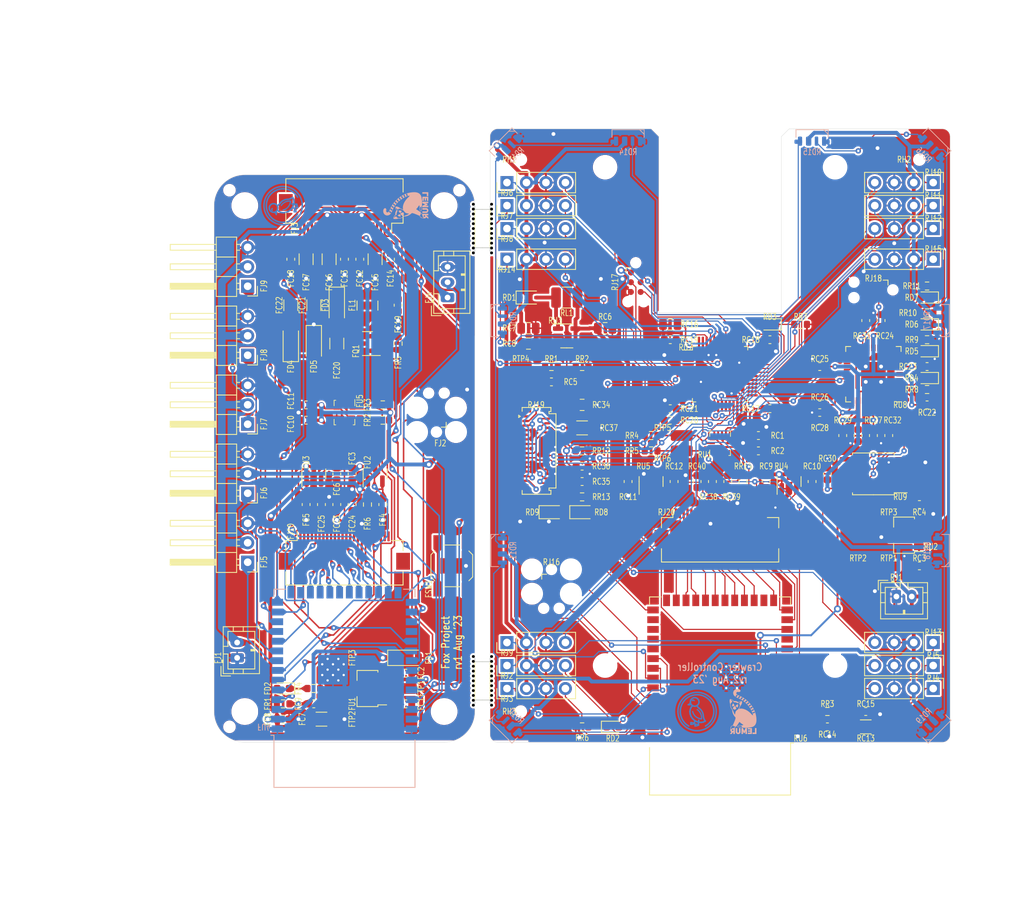
<source format=kicad_pcb>
(kicad_pcb (version 20221018) (generator pcbnew)
  (layers (0 "F.Cu" signal "Front") (31 "B.Cu" signal "Back") (34 "B.Paste" user) (35 "F.Paste" user) (36 "B.SilkS" user "B.Silkscreen") (37 "F.SilkS" user "F.Silkscreen") (38 "B.Mask" user) (39 "F.Mask" user) (44 "Edge.Cuts" user))
  (net 0 "")
  (net 1 "Rvbatt")
  (net 2 "Rgnd")
  (net 3 "Ri2c_chain_0.sda")
  (net 4 "Rv3v3")
  (net 5 "Ri2c_chain_0.scl")
  (net 6 "Rv14")
  (net 7 "Rrgbs.led[0].dout")
  (net 8 "Rrgbs.led[1].dout")
  (net 9 "Rrgbs.din")
  (net 10 "Rrgbs.led[7].dout")
  (net 11 "Rrgbs.led[8].dout")
  (net 12 "Rrgbs.led[6].dout")
  (net 13 "Rrgbs.led[5].dout")
  (net 14 "Rrgbs.led[4].dout")
  (net 15 "Rrgbs.led[3].dout")
  (net 16 "Rrgbs.dout")
  (net 17 "Rrgbs.led[2].dout")
  (net 18 "Roled.device.vsl")
  (net 19 "Roled.device.vcomh")
  (net 20 "Roled.device.vp")
  (net 21 "Roled.iref_res.a")
  (net 22 "Roled.reset")
  (net 23 "Rreg_14v.fb.output")
  (net 24 "Rtest_led.led[1].res.a")
  (net 25 "Rtest_led.led[0].res.a")
  (net 26 "Rservo_led.res.a")
  (net 27 "Rled.res.a")
  (net 28 "Rmcu.program_en_node")
  (net 29 "Rcam.device.reset")
  (net 30 "Roled.vsl_res.b")
  (net 31 "Rtest_led.led[3].res.a")
  (net 32 "Rtest_led.led[2].res.a")
  (net 33 "Rservos[2].pwm")
  (net 34 "Rservos[2].fb")
  (net 35 "Rservos[3].pwm")
  (net 36 "Rservos[3].fb")
  (net 37 "Rmcu_servo.reset_node")
  (net 38 "Rcam.dvp8.vsync")
  (net 39 "Rcam.dvp8.href")
  (net 40 "Rcam.dvp8.y7")
  (net 41 "Rcam.dvp8.xclk")
  (net 42 "Rcam.dvp8.y6")
  (net 43 "Rcam.dvp8.y5")
  (net 44 "Rcam.dvp8.pclk")
  (net 45 "Rcam.dvp8.y4")
  (net 46 "Rcam.dvp8.y0")
  (net 47 "Rcam.dvp8.y3")
  (net 48 "Rcam.dvp8.y1")
  (net 49 "Rcam.dvp8.y2")
  (net 50 "Rmcu.program_boot_node")
  (net 51 "Rled.signal")
  (net 52 "Rservos[0].pwm")
  (net 53 "Rservos[1].pwm")
  (net 54 "Rmcu.program_uart_node.b_tx")
  (net 55 "Rmcu.program_uart_node.a_tx")
  (net 56 "Rservos[0].fb")
  (net 57 "Rservos[1].fb")
  (net 58 "Rreg_14v.inductor.b")
  (net 59 "Rv2v5")
  (net 60 "Rv1v2")
  (net 61 "Rmcu_test.ic.qspi_cs")
  (net 62 "Rmcu_test.ic.qspi.miso")
  (net 63 "Rmcu_test.ic.qspi_sd2")
  (net 64 "Rmcu_test.ic.qspi.mosi")
  (net 65 "Rmcu_test.ic.qspi.sck")
  (net 66 "Rmcu_test.ic.qspi_sd3")
  (net 67 "Rmcu_servo.ic.osc.xtal_in")
  (net 68 "Rmcu_servo.ic.osc.xtal_out")
  (net 69 "Rservos[4].fb")
  (net 70 "Rservos[5].fb")
  (net 71 "Rservos[6].fb")
  (net 72 "Rservos_cam[0].fb")
  (net 73 "Rservos[7].fb")
  (net 74 "Rservos[11].fb")
  (net 75 "Rservos_cam[1].fb")
  (net 76 "Rservos[10].fb")
  (net 77 "Rservos[9].fb")
  (net 78 "Rservos[8].fb")
  (net 79 "Rservos[7].pwm")
  (net 80 "Rservos[11].pwm")
  (net 81 "Rservos_cam[1].pwm")
  (net 82 "Rservos[10].pwm")
  (net 83 "Rservos[9].pwm")
  (net 84 "Rservos[8].pwm")
  (net 85 "Rservo_led.signal")
  (net 86 "Rmcu_servo.swd_node.swdio")
  (net 87 "Rmcu_servo.swd_node.swclk")
  (net 88 "Rservos[4].pwm")
  (net 89 "Rmcu_servo.swd.swo")
  (net 90 "Rservos[5].pwm")
  (net 91 "Rservos[6].pwm")
  (net 92 "Rservos_cam[0].pwm")
  (net 93 "Rimu.int1")
  (net 94 "Rimu.int2")
  (net 95 "Rmcu_test.gpio.led_0")
  (net 96 "Rmcu_test.gpio.led_1")
  (net 97 "Rmcu_test.gpio.led_2")
  (net 98 "Rmcu_test.gpio.led_3")
  (net 99 "Rmcu_test.ic.xosc.xtal_in")
  (net 100 "Rmcu_test.ic.xosc.xtal_out")
  (net 101 "Rmcu_test.ic.vreg_vout")
  (net 102 "Rmcu_test.swd_node.swclk")
  (net 103 "Rmcu_test.swd_node.swdio")
  (net 104 "Rmcu_test.reset_node")
  (net 105 "Rmcu_test.swd.swo")
  (net 106 "Roled.vsl_d1.cathode")
  (net 107 "Rcam.device.pins.1")
  (net 108 "Rcam.device.pins.2")
  (net 109 "Fpwr")
  (net 110 "Fgnd")
  (net 111 "Fv3v3")
  (net 112 "Fi2c_chain_0.sda")
  (net 113 "Fled.res.a")
  (net 114 "Fcam.device.reset")
  (net 115 "Fmcu.program_en_node")
  (net 116 "Fepd.device.rese")
  (net 117 "Fi2c_chain_0.scl")
  (net 118 "Fled.signal")
  (net 119 "Fsw.out")
  (net 120 "Fservos[0].pwm")
  (net 121 "Fservos[1].pwm")
  (net 122 "Fservos[2].pwm")
  (net 123 "Fservos[3].pwm")
  (net 124 "Fservos[4].pwm")
  (net 125 "Fcam.dvp8.y2")
  (net 126 "Fcam.dvp8.y1")
  (net 127 "Fcam.dvp8.y3")
  (net 128 "Fcam.dvp8.y0")
  (net 129 "Fcam.dvp8.y4")
  (net 130 "Fcam.dvp8.pclk")
  (net 131 "Fcam.dvp8.y5")
  (net 132 "Fcam.dvp8.y6")
  (net 133 "Fcam.dvp8.xclk")
  (net 134 "Fcam.dvp8.y7")
  (net 135 "Fcam.dvp8.href")
  (net 136 "Fcam.dvp8.vsync")
  (net 137 "Fmcu.program_boot_node")
  (net 138 "Fepd.spi.mosi")
  (net 139 "Fepd.spi.sck")
  (net 140 "Fepd.cs")
  (net 141 "Fepd.dc")
  (net 142 "Fepd.reset")
  (net 143 "Fmcu.program_uart_node.b_tx")
  (net 144 "Fmcu.program_uart_node.a_tx")
  (net 145 "Fepd.busy")
  (net 146 "Fpixels.din")
  (net 147 "Fv1v2")
  (net 148 "Fv2v5")
  (net 149 "Fepd.device.gdr")
  (net 150 "Fepd.boost.inductor.b")
  (net 151 "Fimu.int1")
  (net 152 "Fimu.int2")
  (net 153 "Fepd.boost.boot_cap.neg")
  (net 154 "Fepd.boost.neg_out")
  (net 155 "Fepd.boost.pos_out")
  (net 156 "Fepd.device.vgl")
  (net 157 "Fepd.device.vgh")
  (net 158 "Fepd.device.vdd1v8")
  (net 159 "Fepd.device.vsh")
  (net 160 "Fepd.device.vsl")
  (net 161 "Fepd.device.vcom")
  (net 162 "Fcam.device.pins.1")
  (net 163 "Fcam.device.pins.2")
  (footprint "MountingHole:MountingHole_2.7mm_M2.5" (layer "F.Cu") (at 165 35)
    (fp_text reference "H11" hide)
    (fp_text value "MountingHole_2.7mm_M2.5")
  )
  (footprint "edg:TestPoint_TE_RCT_0805" (layer "F.Cu") (at 124 61)
    (fp_text reference "RTP4")
    (fp_text value "5015 (Keystone) - v14")
  )
  (footprint "Package_DFN_QFN:QFN-56-1EP_7x7mm_P0.4mm_EP3.2x3.2mm" (layer "F.Cu") (at 170 62 180)
    (fp_text reference "RU8")
    (fp_text value "RP2040 (Raspberry Pi)")
  )
  (footprint "Capacitor_SMD:C_0603_1608Metric" (layer "F.Cu") (at 108 53 -90)
    (fp_text reference "FC19")
    (fp_text value "")
  )
  (footprint "Resistor_SMD:R_0603_1608Metric" (layer "F.Cu") (at 160.5 55.5)
    (fp_text reference "RR7")
    (fp_text value "")
  )
  (footprint "Capacitor_SMD:C_0603_1608Metric" (layer "F.Cu") (at 162 76 90)
    (fp_text reference "RC10")
    (fp_text value "")
  )
  (footprint "Capacitor_SMD:C_0603_1608Metric" (layer "F.Cu") (at 93 107)
    (fp_text reference "FC8")
    (fp_text value "")
  )
  (footprint "Connector_FFC-FPC:Hirose_FH12-24S-0.5SH_1x24-1MP_P0.50mm_Horizontal" (layer "F.Cu") (at 101 85)
    (fp_text reference "FJ10")
    (fp_text value "AFC01-S24FCA-00 (Jushuo)")
  )
  (footprint "edg:JlcToolingHole_1.152mm" (layer "F.Cu") (at 86 38 90)
    (fp_text reference "FH2" hide)
    (fp_text value "")
  )
  (footprint "Capacitor_SMD:C_0603_1608Metric" (layer "F.Cu") (at 132 74)
    (fp_text reference "RC36")
    (fp_text value "")
  )
  (footprint "Connector_PinHeader_2.54mm:PinHeader_1x04_P2.54mm_Vertical" (layer "F.Cu") (at 122.2 40 90)
    (fp_text reference "RJ7")
    (fp_text value "PinHeader2.54 1x4 (Generic)")
  )
  (footprint "Diode_SMD:D_SOD-123" (layer "F.Cu") (at 97 58 -90)
    (fp_text reference "FD5")
    (fp_text value "B5817W (Guangdong Hottech) - 20V 450mV@1A 300mA SOD-123 Schottky Barrier Diodes (SBD) ROHS")
  )
  (footprint "Connector_PinHeader_2.54mm:PinHeader_1x04_P2.54mm_Vertical" (layer "F.Cu") (at 177.8 43 -90)
    (fp_text reference "RJ12")
    (fp_text value "PinHeader2.54 1x4 (Generic)")
  )
  (footprint "Capacitor_SMD:C_0603_1608Metric" (layer "F.Cu") (at 171 55 90)
    (fp_text reference "RC24")
    (fp_text value "")
  )
  (footprint "Capacitor_SMD:C_1206_3216Metric" (layer "F.Cu") (at 99 47 -90)
    (fp_text reference "FC16")
    (fp_text value "")
  )
  (footprint "Package_TO_SOT_SMD:SOT-23-5" (layer "F.Cu") (at 130 57)
    (fp_text reference "RU3")
    (fp_text value "TPS61040DBVR (Texas Instruments)")
  )
  (footprint "Connector_PinHeader_2.54mm:PinHeader_1x04_P2.54mm_Vertical" (layer "F.Cu") (at 177.8 47 -90)
    (fp_text reference "RJ15")
    (fp_text value "PinHeader2.54 1x4 (Generic)")
  )
  (footprint "edg:HalfMouseBites_Recessed" (layer "F.Cu") (at 119 43 -90)
    (fp_text reference "REF**" hide)
    (fp_text value "MouseBites")
    (fp_line (start -3 -1) (end -2.5 -1) (stroke (width 0.12)) (layer "Edge.Cuts"))
    (fp_line (start -2.5 0) (end -2.5 -1) (stroke (width 0.12)) (layer "Edge.Cuts"))
    (fp_line (start 2.5 -1) (end 2.5 0) (stroke (width 0.12)) (layer "Edge.Cuts"))
    (fp_line (start 2.5 -1) (end 3 -1) (stroke (width 0.12)) (layer "Edge.Cuts"))
  )
  (footprint "Capacitor_SMD:C_0603_1608Metric" (layer "F.Cu") (at 169 55 90)
    (fp_text reference "RC31")
    (fp_text value "")
  )
  (footprint "Package_LGA:Bosch_LGA-14_3x2.5mm_P0.5mm" (layer "F.Cu") (at 150 71 90)
    (fp_text reference "RU1")
    (fp_text value "LSM6DS3TR-C (STMicroelectronics)")
  )
  (footprint "Capacitor_SMD:C_0603_1608Metric" (layer "F.Cu") (at 156.5 57.5)
    (fp_text reference "RC18")
    (fp_text value "")
  )
  (footprint "Capacitor_SMD:C_1206_3216Metric" (layer "F.Cu") (at 105 47 -90)
    (fp_text reference "FC15")
    (fp_text value "")
  )
  (footprint "Diode_SMD:D_SOD-123" (layer "F.Cu") (at 100 53 -90)
    (fp_text reference "FD3")
    (fp_text value "B5817W (Guangdong Hottech) - 20V 450mV@1A 300mA SOD-123 Schottky Barrier Diodes (SBD) ROHS")
  )
  (footprint "Connector_PinHeader_2.54mm:PinHeader_1x04_P2.54mm_Vertical" (layer "F.Cu") (at 177.8 100 -90)
    (fp_text reference "RJ5")
    (fp_text value "PinHeader2.54 1x4 (Generic)")
  )
  (footprint "Inductor_SMD:L_1210_3225Metric" (layer "F.Cu") (at 130 52 180)
    (fp_text reference "RL1")
    (fp_text value "")
  )
  (footprint "Capacitor_SMD:C_0603_1608Metric" (layer "F.Cu") (at 164 75 90)
    (fp_text reference "RC30")
    (fp_text value "")
  )
  (footprint "MountingHole:MountingHole_3mm" (layer "F.Cu") (at 114 106 90)
    (fp_text reference "H12" hide)
    (fp_text value "MountingHole_3mm")
  )
  (footprint "Capacitor_SMD:C_1206_3216Metric" (layer "F.Cu") (at 97 53 -90)
    (fp_text reference "FC21")
    (fp_text value "")
  )
  (footprint "Capacitor_SMD:C_0603_1608Metric" (layer "F.Cu") (at 143.5 68 180)
    (fp_text reference "RC20")
    (fp_text value "")
  )
  (footprint "Package_TO_SOT_SMD:SOT-89-3" (layer "F.Cu") (at 104 103 180)
    (fp_text reference "FU1")
    (fp_text value "AP7215-33YG-13 (Diodes Incorporated)")
  )
  (footprint "Capacitor_SMD:C_0603_1608Metric" (layer "F.Cu") (at 151 76 90)
    (fp_text reference "RC39")
    (fp_text value "")
  )
  (footprint "edg:JlcToolingHole_1.152mm" (layer "F.Cu") (at 116 38 90)
    (fp_text reference "FH3" hide)
    (fp_text value "")
  )
  (footprint "Capacitor_SMD:C_0603_1608Metric" (layer "F.Cu") (at 156 76 -90)
    (fp_text reference "RC9")
    (fp_text value "")
  )
  (footprint "Connector_PinHeader_2.54mm:PinHeader_1x04_P2.54mm_Vertical" (layer "F.Cu") (at 122.2 103 90)
    (fp_text reference "RJ3")
    (fp_text value "PinHeader2.54 1x4 (Generic)")
  )
  (footprint "MountingHole:MountingHole_3mm" (layer "F.Cu") (at 88 106 90)
    (fp_text reference "H10" hide)
    (fp_text value "MountingHole_3mm")
  )
  (footprint "Capacitor_SMD:C_0603_1608Metric" (layer "F.Cu") (at 138 76 -90)
    (fp_text reference "RC11")
    (fp_text value "")
  )
  (footprint "Capacitor_SMD:C_0603_1608Metric" (layer "F.Cu") (at 98 79 90)
    (fp_text reference "FC25")
    (fp_text value "")
  )
  (footprint "edg:HalfMouseBites_Recessed" (layer "F.Cu") (at 119 102 90)
    (fp_text reference "REF**" hide)
    (fp_text value "MouseBites")
    (fp_line (start -3 -1) (end -2.5 -1) (stroke (width 0.12)) (layer "Edge.Cuts"))
    (fp_line (start -2.5 0) (end -2.5 -1) (stroke (width 0.12)) (layer "Edge.Cuts"))
    (fp_line (start 2.5 -1) (end 2.5 0) (stroke (width 0.12)) (layer "Edge.Cuts"))
    (fp_line (start 2.5 -1) (end 3 -1) (stroke (width 0.12)) (layer "Edge.Cuts"))
  )
  (footprint "Resistor_SMD:R_0603_1608Metric" (layer "F.Cu") (at 93 105)
    (fp_text reference "FR1")
    (fp_text value "")
  )
  (footprint "LED_SMD:LED_0603_1608Metric" (layer "F.Cu") (at 136 108)
    (fp_text reference "RD2")
    (fp_text value "")
  )
  (footprint "edg:TestPoint_TE_RCT_0805" (layer "F.Cu") (at 145 70)
    (fp_text reference "RTP5")
    (fp_text value "5015 (Keystone) - i2c_chain_0.scl")
  )
  (footprint "Resistor_SMD:R_0603_1608Metric" (layer "F.Cu") (at 106 68 180)
    (fp_text reference "FR2")
    (fp_text value "")
  )
  (footprint "Capacitor_SMD:C_1206_3216Metric" (layer "F.Cu") (at 94 53 90)
    (fp_text reference "FC22")
    (fp_text value "")
  )
  (footprint "Connector_JST:JST_PH_B2B-PH-K_1x02_P2.00mm_Vertical" (layer "F.Cu") (at 87 99 90)
    (fp_text reference "FJ1")
    (fp_text value "B2B-PH-K (JST)")
  )
  (footprint "Capacitor_SMD:C_0603_1608Metric" (layer "F.Cu") (at 163 61 180)
    (fp_text reference "RC25")
    (fp_text value "")
  )
  (footprint "Capacitor_SMD:C_0603_1608Metric" (layer "F.Cu") (at 155 72)
    (fp_text reference "RC2")
    (fp_text value "")
  )
  (footprint "Diode_SMD:D_SOD-323" (layer "F.Cu") (at 125 52)
    (fp_text reference "RD1")
    (fp_text value "CUS10S30,H3F (TOSHIBA) - 30V 230mV@100mA 1A SOD-323 Schottky Barrier Diodes (SBD) ROHS")
  )
  (footprint "MountingHole:MountingHole_2.7mm_M2.5" (layer "F.Cu") (at 135 100)
    (fp_text reference "H12" hide)
    (fp_text value "MountingHole_2.7mm_M2.5")
  )
  (footprint "edg:TestPoint_TE_RCT_0805" (layer "F.Cu") (at 104 107)
    (fp_text reference "FTP2")
    (fp_text value "5015 (Keystone) - gnd")
  )
  (footprint "Connector_JST:JST_PH_B3B-PH-K_1x03_P2.00mm_Vertical" (layer "F.Cu") (at 114.45 52 90)
    (fp_text reference "FJ4")
    (fp_text value "B3B-PH-K (JST)")
  )
  (footprint "edg:JlcToolingHole_1.152mm" (layer "F.Cu") (at 176 34)
    (fp_text reference "RH2")
    (fp_text value "")
  )
  (footprint "Resistor_SMD:R_0603_1608Metric" (layer "F.Cu") (at 141 72)
    (fp_text reference "RR5")
    (fp_text value "")
  )
  (footprint "Package_TO_SOT_SMD:SOT-23" (layer "F.Cu") (at 104 58 180)
    (fp_text reference "FQ1")
    (fp_text value "AO3400A (Alpha & Omega Semicon) - 30V 5.7A 26.5m?@10V,5.7A 1.4W 1.5V@250?A N Channel SOT-23-3L MOSFETs ROHS")
  )
  (footprint "Connector_PinHeader_2.54mm:PinHeader_1x04_P2.54mm_Vertical" (layer "F.Cu") (at 177.8 40 -90)
    (fp_text reference "RJ11")
    (fp_text value "PinHeader2.54 1x4 (Generic)")
  )
  (footprint "LED_SMD:LED_0603_1608Metric" (layer "F.Cu") (at 177 59 180)
    (fp_text reference "RD5")
    (fp_text value "")
  )
  (footprint "Capacitor_SMD:C_0603_1608Metric" (layer "F.Cu") (at 177 66)
    (fp_text reference "RC22")
    (fp_text value "")
  )
  (footprint "Connector_PinHeader_2.54mm:PinHeader_1x04_P2.54mm_Vertical" (layer "F.Cu") (at 122.2 37 90)
    (fp_text reference "RJ6")
    (fp_text value "PinHeader2.54 1x4 (Generic)")
  )
  (footprint "Capacitor_SMD:C_0603_1608Metric" (layer "F.Cu") (at 94 47 -90)
    (fp_text reference "FC18")
    (fp_text value "")
  )
  (footprint "Resistor_SMD:R_0603_1608Metric" (layer "F.Cu") (at 104 79 -90)
    (fp_text reference "FR6")
    (fp_text value "")
  )
  (footprint "Connector:Tag-Connect_TC2030-IDC-NL_2x03_P1.27mm_Vertical" (layer "F.Cu") (at 170 51 180)
    (fp_text reference "RJ18")
    (fp_text value "")
  )
  (footprint "Capacitor_SMD:C_1206_3216Metric" (layer "F.Cu") (at 100 58 -90)
    (fp_text reference "FC20")
    (fp_text value "")
  )
  (footprint "Capacitor_SMD:C_0603_1608Metric" (layer "F.Cu") (at 163 66 180)
    (fp_text reference "RC26")
    (fp_text value "")
  )
  (footprint "Connector_PinHeader_2.54mm:PinHeader_1x04_P2.54mm_Vertical" (layer "F.Cu") (at 177.8 97 -90)
    (fp_text reference "RJ13")
    (fp_text value "PinHeader2.54 1x4 (Generic)")
  )
  (footprint "Capacitor_SMD:C_0603_1608Metric" (layer "F.Cu") (at 106 79 -90)
    (fp_text reference "FC4")
    (fp_text value "")
  )
  (footprint "edg:TestPoint_TE_RCT_0805" (layer "F.Cu") (at 168 87)
    (fp_text reference "RTP2")
    (fp_text value "5015 (Keystone) - gnd")
  )
  (footprint "Package_QFP:LQFP-48_7x7mm_P0.5mm" (layer "F.Cu") (at 150 62)
    (fp_text reference "RU7")
    (fp_text value "STM32F103xxT6 (STMicroelectronics)")
  )
  (footprint "RF_Module:ESP32-S3-WROOM-1" (layer "F.Cu") (at 150 104 180)
    (fp_text reference "RU6")
    (fp_text value "ESP32-S3-WROOM-1-N16R8 (Espressif Systems)")
  )
  (footprint "Capacitor_SMD:C_0805_2012Metric" (layer "F.Cu") (at 125 56)
    (fp_text reference "RC7")
    (fp_text value "")
  )
  (footprint "LED_SMD:LED_0603_1608Metric" (layer "F.Cu") (at 93 103 180)
    (fp_text reference "FD2")
    (fp_text value "")
  )
  (footprint "Capacitor_SMD:C_0603_1608Metric" (layer "F.Cu") (at 109 101)
    (fp_text reference "FC2")
    (fp_text value "")
  )
  (footprint "edg:JlcToolingHole_1.152mm" (layer "F.Cu") (at 124 106)
    (fp_text reference "RH3")
    (fp_text value "")
  )
  (footprint "Resistor_SMD:R_0603_1608Metric" (layer "F.Cu") (at 97 103)
    (fp_text reference "FR4")
    (fp_text value "")
  )
  (footprint "edg:JlcToolingHole_1.152mm" (layer "F.Cu") (at 124 34)
    (fp_text reference "RH1")
    (fp_text value "")
  )
  (footprint "Capacitor_SMD:C_0603_1608Metric" (layer "F.Cu") (at 143.5 57.5 180)
    (fp_text reference "RC19")
    (fp_text value "")
  )
  (footprint "MountingHole:MountingHole_2.7mm_M2.5" (layer "F.Cu") (at 135 35)
    (fp_text reference "H10" hide)
    (fp_text value "MountingHole_2.7mm_M2.5")
  )
  (footprint "Capacitor_SMD:C_0603_1608Metric" (layer "F.Cu") (at 176 87 180)
    (fp_text reference "RC3")
    (fp_text value "")
  )
  (footprint "Capacitor_SMD:C_0603_1608Metric" (layer "F.Cu") (at 103 47 -90)
    (fp_text reference "FC12")
    (fp_text value "")
  )
  (footprint "Capacitor_SMD:C_0603_1608Metric" (layer "F.Cu") (at 96 79 -90)
    (fp_text reference "FC5")
    (fp_text value "")
  )
  (footprint "Connector_PinHeader_2.54mm:PinHeader_1x03_P2.54mm_Horizontal" (layer "F.Cu") (at 88.375 77.525 180)
    (fp_text reference "FJ6")
    (fp_text value "PinHeader2.54 1x3 Horizontal (Generic)")
  )
  (footprint "Package_SO:SOIC-8_5.23x5.23mm_P1.27mm" (layer "F.Cu") (at 170 75 180)
    (fp_text reference "RU9")
    (fp_text value "W25Q128JVSIQ (Winbond Electronics)")
  )
  (footprint "Resistor_SMD:R_0603_1608Metric" (layer "F.Cu") (at 108 58 90)
    (fp_text reference "FR5")
    (fp_text value "")
  )
  (footprint "Connector_PinHeader_2.54mm:PinHeader_1x04_P2.54mm_Vertical" (layer "F.Cu") (at 122.2 100 90)
    (fp_text reference "RJ2")
    (fp_text value "PinHeader2.54 1x4 (Generic)")
  )
  (footprint "Capacitor_SMD:C_0603_1608Metric" (layer "F.Cu") (at 147 76 90)
    (fp_text reference "RC40")
    (fp_text value "")
  )
  (footprint "Resistor_SMD:R_0603_1608Metric" (layer "F.Cu") (at 128 61)
    (fp_text reference "RR1")
    (fp_text value "")
  )
  (footprint "Capacitor_SMD:C_0603_1608Metric" (layer "F.Cu") (at 109 105)
    (fp_text reference "FC1")
    (fp_text value "")
  )
  (footprint "Package_TO_SOT_SMD:SOT-23" (layer "F.Cu") (at 97 75 90)
    (fp_text reference "FU3")
    (fp_text value "XC6206P122MR-G (Torex Semiconductor Ltd)")
  )
  (footprint "Connector_JST:JST_PH_B2B-PH-K_1x02_P2.00mm_Vertical" (layer "F.Cu") (at 173 91)
    (fp_text reference "RJ1")
    (fp_text value "B2B-PH-K (JST)")
  )
  (footprint "edg:HalfMouseBites_Recessed" (layer "F.Cu") (at 119 102 -90)
    (fp_text reference "REF**" hide)
    (fp_text value "MouseBites")
    (fp_line (start -3 -1) (end -2.5 -1) (stroke (width 0.12)) (layer "Edge.Cuts"))
    (fp_line (start -2.5 0) (end -2.5 -1) (stroke (width 0.12)) (layer "Edge.Cuts"))
    (fp_line (start 2.5 -1) (end 2.5 0) (stroke (width 0.12)) (layer "Edge.Cuts"))
    (fp_line (start 2.5 -1) (end 3 -1) (stroke (width 0.12)) (layer "Edge.Cuts"))
  )
  (footprint "Capacitor_SMD:C_0603_1608Metric" (layer "F.Cu") (at 143.5 66.5 180)
    (fp_text reference "RC21")
    (fp_text value "")
  )
  (footprint "Package_LGA:Bosch_LGA-14_3x2.5mm_P0.5mm" (layer "F.Cu") (at 101 67 -90)
    (fp_text reference "FU5")
    (fp_text value "LSM6DS3TR-C (STMicroelectronics)")
  )
  (footprint "Resistor_SMD:R_0603_1608Metric" (layer "F.Cu") (at 177 54 180)
    (fp_text reference "RR10")
    (fp_text value "")
  )
  (footprint "Package_TO_SOT_SMD:SOT-89-3" (layer "F.Cu") (at 174 83 180)
    (fp_text reference "RU2")
    (fp_text value "AP7215-33YG-13 (Diodes Incorporated)")
  )
  (footprint "Capacitor_SMD:C_1206_3216Metric" (layer "F.Cu") (at 132 69)
    (fp_text reference "RC37")
    (fp_text value "")
  )
  (footprint "LED_SMD:LED_0603_1608Metric" (layer "F.Cu") (at 177 55.5 180)
    (fp_text reference "RD6")
    (fp_text value "")
  )
  (footprint "Resistor_SMD:R_0603_1608Metric" (layer "F.Cu") (at 106 66 180)
    (fp_text reference "FR3")
    (fp_text value "")
  )
  (footprint "Connector_PinHeader_2.54mm:PinHeader_1x04_P2.54mm_Vertical" (layer "F.Cu") (at 177.8 103 -90)
    (fp_text reference "RJ4")
    (fp_text value "PinHeader2.54 1x4 (Generic)")
  )
  (footprint "Capacitor_SMD:C_0603_1608Metric" (layer "F.Cu") (at 132 76)
    (fp_text reference "RC35")
    (fp_text value "")
  )
  (footprint "Diode_SMD:D_SOD-323" (layer "F.Cu") (at 128 80)
    (fp_text reference "RD9")
    (fp_text value "1N5819WS (Guangdong Hottech) - 40V 600mV@1A 1A SOD-323 Schottky Barrier Diodes (SBD) ROHS")
  )
  (footprint "Capacitor_SMD:C_0603_1608Metric" (layer "F.Cu") (at 144 76 90)
    (fp_text reference "RC12")
    (fp_text value "")
  )
  (footprint "Connector_PinHeader_2.54mm:PinHeader_1x04_P2.54mm_Vertical" (layer "F.Cu") (at 122.2 43 90)
    (fp_text reference "RJ8")
    (fp_text value "PinHeader2.54 1x4 (Generic)")
  )
  (footprint "LED_SMD:LED_0603_1608Metric" (layer "F.Cu") (at 177 62.5 180)
    (fp_text reference "RD4")
    (fp_text value "")
  )
  (footprint "Capacitor_SMD:C_0603_1608Metric" (layer "F.Cu") (at 102 79 90)
    (fp_text reference "FC24")
    (fp_text value "")
  )
  (footprint "Connector_FFC-FPC:Hirose_FH12-24S-0.5SH_1x24-1MP_P0.50mm_Horizontal" (layer "F.Cu") (at 150 82)
    (fp_text reference "RJ20")
    (fp_text value "AFC01-S24FCA-00 (Jushuo)")
  )
  (footprint "edg:TestPoint_TE_RCT_0805" (layer "F.Cu") (at 109 103)
    (fp_text reference "FTP1")
    (fp_text value "5015 (Keystone) - pwr")
  )
  (footprint "Capacitor_SMD:C_0603_1608Metric" (layer "F.Cu") (at 107 47 90)
    (fp_text reference "FC14")
    (fp_text value "")
  )
  (footprint "Capacitor_SMD:C_1206_3216Metric" (layer "F.Cu") (at 96 47 90)
    (fp_text reference "FC17")
    (fp_text value "")
  )
  (footprint "Capacitor_SMD:C_0603_1608Metric" (layer "F.Cu") (at 155 70)
    (fp_text reference "RC1")
    (fp_text value "")
  )
  (footprint "Capacitor_SMD:C_0603_1608Metric" (layer "F.Cu") (at 172 70 -90)
    (fp_text reference "RC32")
    (fp_text value "")
  )
  (footprint "Capacitor_SMD:C_0603_1608Metric" (layer "F.Cu") (at 100 75 -90)
    (fp_text reference "FC6")
    (fp_text value "")
  )
  (footprint "Capacitor_SMD:C_0603_1608Metric" (layer "F.Cu") (at 168 70 -90)
    (fp_text reference "RC33" hide)
    (fp_text value "")
  )
  (footprint "MountingHole:MountingHole_3mm" (layer "F.Cu") (at 88 40 90)
    (fp_text reference "H11" hide)
    (fp_text value "MountingHole_3mm")
  )
  (footprint "Capacitor_SMD:C_0603_1608Metric" (layer "F.Cu") (at 101 47 -90)
    (fp_text reference "FC13")
    (fp_text value "")
  )
  (footprint "Capacitor_SMD:C_0603_1608Metric" (layer "F.Cu") (at 156.5 66.5)
    (fp_text reference "RC17")
    (fp_text value "")
  )
  (footprint "Connector_PinHeader_2.54mm:PinHeader_1x03_P2.54mm_Horizontal" (layer "F.Cu") (at 88.375 59.525 180)
    (fp_text reference "FJ8")
    (fp_text value "PinHeader2.54 1x3 Horizontal (Generic)")
  )
  (footprint "Capacitor_SMD:C_0603_1608Metric" (layer "F.Cu") (at 169 106)
    (fp_text reference "RC15")
    (fp_text value "")
  )
  (footprint "Resistor_SMD:R_0603_1608Metric" (layer "F.Cu") (at 153 76 -90)
    (fp_text reference "RR14")
    (fp_text value "")
  )
  (footprint "Connector_PinHeader_2.54mm:PinHeader_1x03_P2.54mm_Horizontal" (layer "F.Cu") (at 88.375 50.525 180)
    (fp_text reference "FJ9")
    (fp_text value "PinHeader2.54 1x3 Horizontal (Generic)")
  )
  (footprint "Capacitor_SMD:C_0805_2012Metric" (layer "F.Cu") (at 143.5 55.5 180)
    (fp_text reference "RC16")
    (fp_text value "")
  )
  (footprint "edg:TestPoint_TE_RCT_0805" (layer "F.Cu") (at 145 72)
    (fp_text reference "RTP6")
    (fp_text value "5015 (Keystone) - i2c_tp._io_sda_link")
  )
  (footprint "Package_TO_SOT_SMD:SOT-23" (layer "F.Cu") (at 141 76 90)
    (fp_text reference "RU5")
    (fp_text value "XC6206P122MR-G (Torex Semiconductor Ltd)")
  )
  (footprint "Connector_PinHeader_2.54mm:PinHeader_1x03_P2.54mm_Horizontal" (layer "F.Cu") (at 88.375 68.525 180)
    (fp_text reference "FJ7")
    (fp_text value "PinHeader2.54 1x3 Horizontal (Generic)")
  )
  (footprint "LED_SMD:LED_0603_1608Metric" (layer "F.Cu") (at 177 52 180)
    (fp_text reference "RD7")
    (fp_text value "")
  )
  (footprint "Capacitor_SMD:C_0603_1608Metric" (layer "F.Cu") (at 176 79)
    (fp_text reference "RC4")
    (fp_text value "")
  )
  (footprint "Capacitor_SMD:C_1206_3216Metric" (layer "F.Cu") (at 169 108)
    (fp_text reference "RC13")
    (fp_text value "")
  )
  (footprint "Resistor_SMD:R_0603_1608Metric" (layer "F.Cu") (at 132 61)
    (fp_text reference "RR2")
    (fp_text value "")
  )
  (footprint "Connector:Tag-Connect_TC2030-IDC-FP_2x03_P1.27mm_Vertical" (layer "F.Cu") (at 113 67 90)
    (fp_text reference "FJ2")
    (fp_text value "")
  )
  (footprint "Capacitor_SMD:C_0603_1608Metric" (layer "F.Cu") (at 96 66 180)
    (fp_text reference "FC11")
    (fp_text value "")
  )
  (footprint "Capacitor_SMD:C_0603_1608Metric" (layer "F.Cu") (at 96 68 180)
    (fp_text reference "FC10")
    (fp_text value "")
  )
  (footprint "Diode_SMD:D_SOD-123" (layer "F.Cu") (at 109 99)
    (fp_text reference "FD1")
    (fp_text value "BZT52C3V6 (SMC(Sangdest Microelectronicstronic (Nanjing))) - 5?A@1V 90? Single 3.6V~3.8V 350mW 3.4V SOD-123 Zener Diodes ROHS")
  )
  (footprint "edg:Hirose_FH35C-31S-0.3SHW_1x31-1MP_P0.30mm_Horizontal" (layer "F.Cu") (at 126 72)
    (fp_text reference "RJ19")
    (fp_text value "FH35C-31S-0.3SHW (Hirose)")
  )
  (footprint "Inductor_SMD:L_1210_3225Metric" (layer "F.Cu") (at 104 53.05 -90)
    (fp_text reference "FL1")
    (fp_text value "")
  )
  (footprint "Capacitor_SMD:C_0603_1608Metric" (layer "F.Cu") (at 128 63)
    (fp_text reference "RC5")
    (fp_text value "")
  )
  (footprint "MountingHole:MountingHole_2.7mm_M2.5" (layer "F.Cu") (at 165 100)
    (fp_text reference "H14" hide)
    (fp_text value "MountingHole_2.7mm_M2.5")
  )
  (footprint "edg:TestPoint_TE_RCT_0805" (layer "F.Cu") (at 172 87)
    (fp_text reference "RTP1")
    (fp_text value "5015 (Keystone) - vbatt")
  )
  (footprint "Capacitor_SMD:C_0603_1608Metric" (layer "F.Cu") (at 100 79 90)
    (fp_text reference "FC23")
    (fp_text value "")
  )
  (footprint "Capacitor_SMD:C_0805_2012Metric" (layer "F.Cu") (at 125 58)
    (fp_text reference "RC8")
    (fp_text value "")
  )
  (footprint "Connector:Tag-Connect_TC2030-IDC-FP_2x03_P1.27mm_Vertical" (layer "F.Cu") (at 128 90 -90)
    (fp_text reference "RJ16")
    (fp_text value "")
  )
  (footprint "edg:HalfMouseBites_Recessed" (layer "F.Cu") (at 119 43 90)
    (fp_text reference "REF**" hide)
    (fp_text value "MouseBites")
    (fp_line (start -3 -1) (end -2.5 -1) (stroke (width 0.12)) (layer "Edge.Cuts"))
    (fp_line (start -2.5 0) (end -2.5 -1) (stroke (width 0.12)) (layer "Edge.Cuts"))
    (fp_line (start 2.5 -1) (end 2.5 0) (stroke (width 0.12)) (layer "Edge.Cuts"))
    (fp_line (start 2.5 -1) (end 3 -1) (stroke (width 0.12)) (layer "Edge.Cuts"))
  )
  (footprint "Capacitor_SMD:C_0603_1608Metric" (layer "F.Cu") (at 163 68 180)
    (fp_text reference "RC28")
    (fp_text value "")
  )
  (footprint "edg:TestPoint_TE_RCT_0805" (layer "F.Cu") (at 104 99)
    (fp_text reference "FTP3")
    (fp_text value "5015 (Keystone) - v3v3")
  )
  (footprint "Diode_SMD:D_SOD-323" (layer "F.Cu") (at 132 80)
    (fp_text reference "RD8")
    (fp_text value "1N5819WS (Guangdong Hottech) - 40V 600mV@1A 1A SOD-323 Schottky Barrier Diodes (SBD) ROHS")
  )
  (footprint "Resistor_SMD:R_0603_1608Metric" (layer "F.Cu") (at 132 78)
    (fp_text reference "RR13")
    (fp_text value "")
  )
  (footprint "Capacitor_SMD:C_0603_1608Metric" (layer "F.Cu") (at 97 105)
    (fp_text reference "FC9")
    (fp_text value "")
  )
  (footprint "Connector_PinHeader_2.54mm:PinHeader_1x04_P2.54mm_Vertical" (layer "F.Cu") (at 122.2 47 90)
    (fp_text reference "RJ14")
    (fp_text value "PinHeader2.54 1x4 (Generic)")
  )
  (footprint "Resistor_SMD:R_0603_1608Metric" (layer "F.Cu") (at 164 106 180)
    (fp_text reference "RR3")
    (fp_text value "")
  )
  (footprint "Connector_PinHeader_2.54mm:PinHeader_1x04_P2.54mm_Vertical" (layer "F.Cu") (at 122.2 97 90)
    (fp_text reference "RJ9")
    (fp_text value "PinHeader2.54 1x4 (Generic)")
  )
  (footprint "edg:JlcToolingHole_1.152mm" (layer "F.Cu") (at 86 108 90)
    (fp_text reference "FH1" hide)
    (fp_text value "")
  )
  (footprint "Capacitor_SMD:C_0805_2012Metric" (layer "F.Cu") (at 132 66)
    (fp_text reference "RC34")
    (fp_text value "")
  )
  (footprint "Resistor_SMD:R_0603_1608Metric" (layer "F.Cu") (at 177 50.5 180)
    (fp_text reference "RR11")
    (fp_text value "")
  )
  (footprint "edg:TestPoint_TE_RCT_0805" (layer "F.Cu") (at 172 79)
    (fp_text reference "RTP3")
    (fp_text value "5015 (Keystone) - v3v3")
  )
  (footprint "Connector_PinHeader_2.54mm:PinHeader_1x03_P2.54mm_Horizontal" (layer "F.Cu") (at 88.375 86.525 180)
    (fp_text reference "FJ5")
    (fp_text value "PinHeader2.54 1x3 Horizontal (Generic)")
  )
  (footprint "Capacitor_SMD:C_0603_1608Metric" (layer "F.Cu") (at 102 75 -90)
    (fp_text reference "FC3")
    (fp_text value "")
  )
  (footprint "Capacitor_SMD:C_0805_2012Metric" (layer "F.Cu") (at 135 56)
    (fp_text reference "RC6")
    (fp_text value "")
  )
  (footprint "Connector:Tag-Connect_TC2030-IDC-NL_2x03_P1.27mm_Vertical" (layer "F.Cu") (at 139 50 -90)
    (fp_text reference "RJ17")
    (fp_text value "")
  )
  (footprint "Button_Switch_SMD:SW_SPST_SKQG_WithoutStem" (layer "F.Cu") (at 115 87 90)
    (fp_text reference "FSW1")
    (fp_text value "5.1mm switch")
  )
  (footprint "Package_TO_SOT_SMD:SOT-23" (layer "F.Cu") (at 159 76 90)
    (fp_text reference "RU4")
    (fp_text value "XC6206P252MR (Torex Semiconductor Ltd)")
  )
  (footprint "Resistor_SMD:R_0603_1608Metric" (layer "F.Cu") (at 132 108 180)
    (fp_text reference "RR6")
    (fp_text value "")
  )
  (footprint "Capacitor_SMD:C_1206_3216Metric" (layer "F.Cu") (at 98 107)
    (fp_text reference "FC7")
    (fp_text value "")
  )
  (footprint "Capacitor_SMD:C_0603_1608Metric" (layer "F.Cu") (at 164 108)
    (fp_text reference "RC14")
    (fp_text value "")
  )
  (footprint "Resistor_SMD:R_0603_1608Metric" (layer "F.Cu") (at 141 70)
    (fp_text reference "RR4")
    (fp_text value "")
  )
  (footprint "Resistor_SMD:R_0603_1608Metric" (layer "F.Cu") (at 132 72)
    (fp_text reference "RR12")
    (fp_text value "")
  )
  (footprint "Package_TO_SOT_SMD:SOT-23" (layer "F.Cu") (at 105 75 90)
    (fp_text reference "FU2")
    (fp_text value "XC6206P252MR (Torex Semiconductor Ltd)")
  )
  (footprint "Capacitor_SMD:C_0603_1608Metric" (layer "F.Cu") (at 166 70 -90)
    (fp_text reference "RC29")
    (fp_text value "")
  )
  (footprint "Capacitor_SMD:C_0603_1608Metric" (layer "F.Cu") (at 177 61)
    (fp_text reference "RC23")
    (fp_text value "")
  )
  (footprint "Resistor_SMD:R_0603_1608Metric" (layer "F.Cu") (at 177 64 180)
    (fp_text reference "RR8")
    (fp_text value "")
  )
  (footprint "Capacitor_SMD:C_0603_1608Metric" (layer "F.Cu") (at 149 76 90)
    (fp_text reference "RC38")
    (fp_text value "")
  )
  (footprint "Capacitor_SMD:C_0603_1608Metric" (layer "F.Cu") (at 170 70 -90)
    (fp_text reference "RC27")
    (fp_text value "")
  )
  (footprint "Connector_FFC-FPC:Hirose_FH12-24S-0.5SH_1x24-1MP_P0.50mm_Horizontal" (layer "F.Cu") (at 101 41 180)
    (fp_text reference "FJ3")
    (fp_text value "AFC01-S24FCA-00 (Jushuo)")
  )
  (footprint "MountingHole:MountingHole_3mm" (layer "F.Cu") (at 114 40 90)
    (fp_text reference "H13" hide)
    (fp_text value "MountingHole_3mm")
  )
  (footprint "LED_SMD:LED_0603_1608Metric" (layer "F.Cu") (at 156.5 55.5 180)
    (fp_text reference "RD3")
    (fp_text value "")
  )
  (footprint "Resistor_SMD:R_0603_1608Metric" (layer "F.Cu") (at 177 57.5 180)
    (fp_text reference "RR9")
    (fp_text value "")
  )
  (footprint "Diode_SMD:D_SOD-123" (layer "F.Cu") (at 94 58 90)
    (fp_text reference "FD4")
    (fp_text value "B5817W (Guangdong Hottech) - 20V 450mV@1A 300mA SOD-123 Schottky Barrier Diodes (SBD) ROHS")
  )
  (footprint "Connector_PinHeader_2.54mm:PinHeader_1x04_P2.54mm_Vertical" (layer "F.Cu") (at 177.8 37 -90)
    (fp_text reference "RJ10")
    (fp_text value "PinHeader2.54 1x4 (Generic)")
  )
  (footprint "edg:Symbol_Duckling" (layer "B.Cu") (at 93 40 -90)
    (fp_text reference "UU4" hide)
    (fp_text value "Duck" hide)
  )
  (footprint "edg:LED_SK6812-SIDE-A" (layer "B.Cu") (at 122 108 135)
    (fp_text reference "RD10")
    (fp_text value "SK6812 SIDE-A (Normand Electronic Co Ltd)")
  )
  (footprint "edg:LED_SK6812-SIDE-A" (layer "B.Cu") (at 121 85 90)
    (fp_text reference "RD11")
    (fp_text value "SK6812 SIDE-A (Normand Electronic Co Ltd)")
  )
  (footprint "edg:Symbol_Duckling" (layer "B.Cu") (at 147 106 180)
    (fp_text reference "UU4" hide)
    (fp_text value "Duck" hide)
  )
  (footprint "edg:Symbol_LemurSmall" (layer "B.Cu") (at 109 40 -90)
    (fp_text reference "UU5" hide)
    (fp_text value "Lemur" hide)
  )
  (footprint "edg:LED_SK6812-SIDE-A" (layer "B.Cu") (at 179 55 -90)
    (fp_text reference "RD17")
    (fp_text value "SK6812 SIDE-A (Normand Electronic Co Ltd)")
  )
  (footprint "edg:LED_SK6812-SIDE-A" (layer "B.Cu") (at 121 55 90)
    (fp_text reference "RD12")
    (fp_text value "SK6812 SIDE-A (Normand Electronic Co Ltd)")
  )
  (footprint "edg:LED_SK6812-SIDE-A" (layer "B.Cu") (at 178 108 -135)
    (fp_text reference "RD19")
    (fp_text value "SK6812 SIDE-A (Normand Electronic Co Ltd)")
  )
  (footprint "edg:LED_SK6812-SIDE-A" (layer "B.Cu") (at 122 32 45)
    (fp_text reference "RD13")
    (fp_text value "SK6812 SIDE-A (Normand Electronic Co Ltd)")
  )
  (footprint "edg:LED_SK6812-SIDE-A" (layer "B.Cu") (at 138 31)
    (fp_text reference "RD14")
    (fp_text value "SK6812 SIDE-A (Normand Electronic Co Ltd)")
  )
  (footprint "RF_Module:ESP32-S3-WROOM-1" (layer "B.Cu") (at 101 103)
    (fp_text reference "FU4")
    (fp_text value "ESP32-S3-WROOM-1-N16R8 (Espressif Systems)")
  )
  (footprint "edg:LED_SK6812-SIDE-A" (layer "B.Cu") (at 162 31)
    (fp_text reference "RD15")
    (fp_text value "SK6812 SIDE-A (Normand Electronic Co Ltd)")
  )
  (footprint "edg:LED_SK6812-SIDE-A" (layer "B.Cu") (at 178 32 -45)
    (fp_text reference "RD16")
    (fp_text value "SK6812 SIDE-A (Normand Electronic Co Ltd)")
  )
  (footprint "edg:LED_SK6812-SIDE-A" (layer "B.Cu") (at 179 85 -90)
    (fp_text reference "RD18")
    (fp_text value "SK6812 SIDE-A (Normand Electronic Co Ltd)")
  )
  (footprint "edg:Symbol_LemurSmall" (layer "B.Cu") (at 153 106 180)
    (fp_text reference "UU5" hide)
    (fp_text value "Lemur" hide)
  )
  (gr_line (start 158 31) (end 159 30) (stroke (width 0.0381)) (layer "Edge.Cuts"))
  (gr_line (start 118 106) (end 118 105) (stroke (width 0.0381)) (layer "Edge.Cuts"))
  (gr_arc (start 120 31) (mid 120.292893 30.292893) (end 121 30) (stroke (width 0.0381)) (layer "Edge.Cuts"))
  (gr_arc (start 88 110) (mid 85.171573 108.828427) (end 84 106) (stroke (width 0.0381)) (layer "Edge.Cuts"))
  (gr_arc (start 180 109) (mid 179.707107 109.707107) (end 179 110) (stroke (width 0.0381)) (layer "Edge.Cuts"))
  (gr_line (start 120 46) (end 120 99) (stroke (width 0.0381)) (layer "Edge.Cuts"))
  (gr_line (start 141 30) (end 142 31) (stroke (width 0.0381)) (layer "Edge.Cuts"))
  (gr_line (start 84 40) (end 84 106) (stroke (width 0.0381)) (layer "Edge.Cuts"))
  (gr_line (start 120 109) (end 120 105) (stroke (width 0.0381)) (layer "Edge.Cuts"))
  (gr_line (start 159 30) (end 179 30) (stroke (width 0.0381)) (layer "Edge.Cuts"))
  (gr_line (start 142 31) (end 142 54) (stroke (width 0.0381)) (layer "Edge.Cuts"))
  (gr_line (start 121 110) (end 179 110) (stroke (width 0.0381)) (layer "Edge.Cuts"))
  (gr_line (start 158 54) (end 158 31) (stroke (width 0.0381)) (layer "Edge.Cuts"))
  (gr_line (start 88 110) (end 114 110) (stroke (width 0.0381)) (layer "Edge.Cuts"))
  (gr_arc (start 114 36) (mid 116.828427 37.171573) (end 118 40) (stroke (width 0.0381)) (layer "Edge.Cuts"))
  (gr_arc (start 179 30) (mid 179.707107 30.292893) (end 180 31) (stroke (width 0.0381)) (layer "Edge.Cuts"))
  (gr_line (start 180 109) (end 180 31) (stroke (width 0.0381)) (layer "Edge.Cuts"))
  (gr_line (start 118 99) (end 118 46) (stroke (width 0.0381)) (layer "Edge.Cuts"))
  (gr_line (start 142 54) (end 158 54) (stroke (width 0.0381)) (layer "Edge.Cuts"))
  (gr_line (start 120 31) (end 120 40) (stroke (width 0.0381)) (layer "Edge.Cuts"))
  (gr_arc (start 118 106) (mid 116.828427 108.828427) (end 114 110) (stroke (width 0.0381)) (layer "Edge.Cuts"))
  (gr_arc (start 84 40) (mid 85.171573 37.171573) (end 88 36) (stroke (width 0.0381)) (layer "Edge.Cuts"))
  (gr_line (start 114 36) (end 88 36) (stroke (width 0.0381)) (layer "Edge.Cuts"))
  (gr_arc (start 121 110) (mid 120.292893 109.707107) (end 120 109) (stroke (width 0.0381)) (layer "Edge.Cuts"))
  (gr_line (start 121 30) (end 141 30) (stroke (width 0.0381)) (layer "Edge.Cuts"))
  (gr_text "Crawler Controller\nrv2 Aug '23" (at 150 101) (layer "B.SilkS") (effects (font (size 1 0.8)) (justify mirror)))
  (gr_text "Fox Project\nrv1 Aug '23" (at 115 97 90) (layer "F.SilkS") (effects (font (size 1 0.8))))
  (segment (start 141 77.5873) (end 140.4723 78.115) (width 0.5) (layer "F.Cu") (net 1))
  (segment (start 140.4723 78.115) (end 139.6515 78.115) (width 0.5) (layer "F.Cu") (net 1))
  (segment (start 124.74 36.3699) (end 124.74 35.7399) (width 0.5) (layer "F.Cu") (net 1))
  (segment (start 125.3701 47) (end 126.0001 47) (width 0.5) (layer "F.Cu") (net 1))
  (segment (start 178.8488 45.7398) (end 176.7047 45.7398) (width 0.5) (layer "F.Cu") (net 1))
  (segment (start 175 95.4799) (end 175 91) (width 0.5) (layer "F.Cu") (net 1))
  (segment (start 133.525 56) (end 133 56) (width 0.5) (layer "F.Cu") (net 1))
  (segment (start 133.525 56) (end 138 60.475) (width 0.5) (layer "F.Cu") (net 1))
  (segment (start 124.74 100) (end 124.74 103) (width 0.5) (layer "F.Cu") (net 1))
  (segment (start 138.9625 77.426) (end 138.9625 76.1875) (width 0.5) (layer "F.Cu") (net 1))
  (segment (start 138 60.475) (end 138 75.225) (width 0.5) (layer "F.Cu") (net 1))
  (segment (start 131.1375 56.5033) (end 131.1375 57.95) (width 0.5) (layer "F.Cu") (net 1))
  (segment (start 175.26 37) (end 175.26 40) (width 0.5) (layer "F.Cu") (net 1))
  (segment (start 125.3701 47) (end 124.74 46.3699) (width 0.5) (layer "F.Cu") (net 1))
  (segment (start 177.0102 86.7648) (end 176.775 87) (width 0.5) (layer "F.Cu") (net 1))
  (segment (start 132.95 56.05) (end 131.5908 56.05) (width 0.5) (layer "F.Cu") (net 1))
  (segment (start 131.4 54.6) (end 131.4 52) (width 0.5) (layer "F.Cu") (net 1))
  (segment (start 131.138 56.05) (end 131.138 54.8625) (width 0.5) (layer "F.Cu") (net 1))
  (segment (start 131.4 52) (end 131.4 46.7926) (width 0.5) (layer "F.Cu") (net 1))
  (segment (start 125.0551 47) (end 122.123 49.9321) (width 0.5) (layer "F.Cu") (net 1))
  (segment (start 124.74 97) (end 124.74 100) (width 0.5) (layer "F.Cu") (net 1))
  (segment (start 131.5908 56.05) (end 131.138 56.05) (width 0.5) (layer "F.Cu") (net 1))
  (segment (start 122.123 94.383) (end 124.74 97) (width 0.5) (layer "F.Cu") (net 1))
  (segment (start 176.7047 45.7398) (end 176.5201 45.9244) (width 0.5) (layer "F.Cu") (net 1))
  (segment (start 175 91) (end 172 88) (width 0.5) (layer "F.Cu") (net 1))
  (segment (start 176.775 87) (end 176.775 90.2351) (width 0.5) (layer "F.Cu") (net 1))
  (segment (start 175 91) (end 176.0101 91) (width 0.5) (layer "F.Cu") (net 1))
  (segment (start 130.3273 45.7199) (end 126.758 45.7199) (width 0.5) (layer "F.Cu") (net 1))
  (segment (start 124.74 36.3699) (end 124.74 37) (width 0.5) (layer "F.Cu") (net 1))
  (segment (start 156.1625 75.0625) (end 157.6945 75.0625) (width 0.5) (layer "F.Cu") (net 1))
  (segment (start 175.26 47) (end 176.5201 47) (width 0.5) (layer "F.Cu") (net 1))
  (segment (start 126.758 45.7199) (end 126.0001 46.4778) (width 0.5) (layer "F.Cu") (net 1))
  (segment (start 175.26 95.7399) (end 175 95.4799) (width 0.5) (layer "F.Cu") (net 1))
  (segment (start 126.0001 46.4778) (end 126.0001 47) (width 0.5) (layer "F.Cu") (net 1))
  (segment (start 175.26 40) (end 175.26 43) (width 0.5) (layer "F.Cu") (net 1))
  (segment (start 122.123 49.9321) (end 122.123 94.383) (width 0.5) (layer "F.Cu") (net 1))
  (segment (start 157.6945 75.0625) (end 159 75.0625) (width 0.5) (layer "F.Cu") (net 1))
  (segment (start 134.05 56) (end 133.525 56) (width 0.5) (layer "F.Cu") (net 1))
  (segment (start 175.26 97) (end 175.26 100) (width 0.5) (layer "F.Cu") (net 1))
  (segment (start 123.9411 35.7399) (end 124.74 35.7399) (width 0.5) (layer "F.Cu") (net 1))
  (segment (start 120.9059 32.1819) (end 120.9059 32.7047) (width 0.5) (layer "F.Cu") (net 1))
  (segment (start 139.6515 78.115) (end 138.9625 77.426) (width 0.5) (layer "F.Cu") (net 1))
  (segment (start 125.0551 47) (end 125.3701 47) (width 0.5) (layer "F.Cu") (net 1))
  (segment (start 172 88) (end 172 87) (width 0.5) (layer "F.Cu") (net 1))
  (segment (start 133 56) (end 132.95 56.05) (width 0.5) (layer "F.Cu") (net 1))
  (segment (start 179.1122 46.0032) (end 178.8488 45.7398) (width 0.5) (layer "F.Cu") (net 1))
  (segment (start 179.1122 80.1421) (end 179.1122 46.0032) (width 0.5) (layer "F.Cu") (net 1))
  (segment (start 131.4 46.7926) (end 130.3273 45.7199) (width 0.5) (layer "F.Cu") (net 1))
  (segment (start 177.0102 83.7559) (end 177.0102 86.7648) (width 0.5) (layer "F.Cu") (net 1))
  (segment (start 124.74 37) (end 124.74 40) (width 0.5) (layer "F.Cu") (net 1))
  (segment (start 124.74 43) (end 124.74 40) (width 0.5) (layer "F.Cu") (net 1))
  (segment (start 176.775 90.2351) (end 176.0101 91) (width 0.5) (layer "F.Cu") (net 1))
  (segment (start 124.74 46.3699) (end 124.74 43) (width 0.5) (layer "F.Cu") (net 1))
  (segment (start 176.2543 83) (end 179.1122 80.1421) (width 0.5) (layer "F.Cu") (net 1))
  (segment (start 131.5908 56.05) (end 131.1375 56.05) (width 0.5) (layer "F.Cu") (net 1))
  (segment (start 176.5201 45.9244) (end 176.5201 47) (width 0.5) (layer "F.Cu") (net 1))
  (segment (start 131.5908 56.05) (end 131.1375 56.5033) (width 0.5) (layer "F.Cu") (net 1))
  (segment (start 175.26 96.3699) (end 175.26 97) (width 0.5) (layer "F.Cu") (net 1))
  (segment (start 141 75.0625) (end 141 77.5873) (width 0.5) (layer "F.Cu") (net 1))
  (segment (start 131.138 54.8625) (end 131.4 54.6) (width 0.5) (layer "F.Cu") (net 1))
  (segment (start 175.26 96.3699) (end 175.26 95.7399) (width 0.5) (layer "F.Cu") (net 1))
  (segment (start 120.9059 32.7047) (end 123.9411 35.7399) (width 0.5) (layer "F.Cu") (net 1))
  (segment (start 138.9625 76.1875) (end 138 75.225) (width 0.5) (layer "F.Cu") (net 1))
  (segment (start 176.2543 83) (end 177.0102 83.7559) (width 0.5) (layer "F.Cu") (net 1))
  (via (at 157.6945 75.0625) (size 0.9) (drill 0.5) (layers "F.Cu" "B.Cu") (net 1))
  (via (at 120.9059 32.1819) (size 0.9) (drill 0.5) (layers "F.Cu" "B.Cu") (net 1))
  (segment (start 173.2579 84.55) (end 173.2579 89.2579) (width 0.5) (layer "B.Cu") (net 1))
  (segment (start 175.26 35.7399) (end 174.7278 35.2077) (width 0.5) (layer "B.Cu") (net 1))
  (segment (start 126.0001 100) (end 126.0001 100.5222) (width 0.5) (layer "B.Cu") (net 1))
  (segment (start 124.0985 107.7016) (end 122.9348 107.7016) (width 0.5) (layer "B.Cu") (net 1))
  (segment (start 124.74 37) (end 126.0001 37) (width 0.5) (layer "B.Cu") (net 1))
  (segment (start 122.1061 32.7425) (end 121.5455 32.1819) (width 0.5) (layer "B.Cu") (net 1))
  (segment (start 175.26 43) (end 175.26 47) (width 0.5) (layer "B.Cu") (net 1))
  (segment (start 173.2579 84.55) (end 167.182 84.55) (width 0.5) (layer "B.Cu") (net 1))
  (segment (start 167.182 84.55) (end 157.6945 75.0625) (width 0.5) (layer "B.Cu") (net 1))
  (segment (start 123.4602 94.4601) (end 124.74 95.7399) (width 0.5) (layer "B.Cu") (net 1))
  (segment (start 121.5455 32.1819) (end 120.9059 32.1819) (width 0.5) (layer "B.Cu") (net 1))
  (segment (start 162.2923 30.5048) (end 173.0131 30.5048) (width 0.5) (layer "B.Cu") (net 1))
  (segment (start 124.74 100) (end 126.0001 100) (width 0.5) (layer "B.Cu") (net 1))
  (segment (start 167.9867 97.93) (end 168.3429 98.2862) (width 0.5) (layer "B.Cu") (net 1))
  (segment (start 145.7775 102.0907) (end 149.7726 98.0956) (width 0.5) (layer "B.Cu") (net 1))
  (segment (start 133.2588 102.0907) (end 145.7775 102.0907) (width 0.5) (layer "B.Cu") (net 1))
  (segment (start 175.26 51.7329) (end 175.26 47) (width 0.5) (layer "B.Cu") (net 1))
  (segment (start 168.3429 98.2862) (end 173.2359 98.2862) (width 0.5) (layer "B.Cu") (net 1))
  (segment (start 173.2579 89.2579) (end 175 91) (width 0.5) (layer "B.Cu") (net 1))
  (segment (start 124.74 97) (end 124.74 95.7399) (width 0.5) (layer "B.Cu") (net 1))
  (segment (start 161.55 31.6) (end 161.55 31.2471) (width 0.5) (layer "B.Cu") (net 1))
  (segment (start 173.2359 98.2862) (end 173.9999 97.5222) (width 0.5) (layer "B.Cu") (net 1))
  (segment (start 156.2308 98.0956) (end 156.3964 97.93) (width 0.5) (layer "B.Cu") (net 1))
  (segment (start 175.26 103) (end 175.26 100) (width 0.5) (layer "B.Cu") (net 1))
  (segment (start 125.5342 106.0035) (end 125.5342 106.2659) (width 0.5) (layer "B.Cu") (net 1))
  (segment (start 126.0001 100.5222) (end 127.1822 101.7043) (width 0.5) (layer "B.Cu") (net 1))
  (segment (start 128.55 103.5125) (end 126.5043 105.5582) (width 0.5) (layer "B.Cu") (net 1))
  (segment (start 125.5342 106.2659) (end 124.0985 107.7016) (width 0.5) (layer "B.Cu") (net 1))
  (segment (start 121.9908 55.45) (end 124.74 52.7008) (width 0.5) (layer "B.Cu") (net 1))
  (segment (start 175.26 97) (end 173.9999 97) (width 0.5) (layer "B.Cu") (net 1))
  (segment (start 175.26 104.6236) (end 175.26 103) (width 0.5) (layer "B.Cu") (net 1))
  (segment (start 126.0001 36.4778) (end 126.0001 37) (width 0.5) (layer "B.Cu") (net 1))
  (segment (start 132.8724 101.7043) (end 133.2588 102.0907) (width 0.5) (layer "B.Cu") (net 1))
  (segment (start 161.55 31.2471) (end 162.2923 30.5048) (width 0.5) (layer "B.Cu") (net 1))
  (segment (start 156.3964 97.93) (end 167.9867 97.93) (width 0.5) (layer "B.Cu") (net 1))
  (segment (start 125.9795 105.5582) (end 125.5342 106.0035) (width 0.5) (layer "B.Cu") (net 1))
  (segment (start 177.0669 32.2967) (end 174.805 32.2967) (width 0.5) (layer "B.Cu") (net 1))
  (segment (start 175.26 37) (end 175.26 35.7399) (width 0.5) (layer "B.Cu") (net 1))
  (segment (start 177.8939 107.2575) (end 175.26 104.6236) (width 0.5) (layer "B.Cu") (net 1))
  (segment (start 121.6 55.45) (end 121.9908 55.45) (width 0.5) (layer "B.Cu") (net 1))
  (segment (start 173.0131 30.5048) (end 174.805 32.2967) (width 0.5) (layer "B.Cu") (net 1))
  (segment (start 173.9999 97.5222) (end 173.9999 97) (width 0.5) (layer "B.Cu") (net 1))
  (segment (start 128.55 101.7043) (end 132.8724 101.7043) (width 0.5) (layer "B.Cu") (net 1))
  (segment (start 126.5043 105.5582) (end 125.9795 105.5582) (width 0.5) (layer "B.Cu") (net 1))
  (segment (start 174.7278 35.2077) (end 174.7278 32.3739) (width 0.5) (layer "B.Cu") (net 1))
  (segment (start 129.8504 32.6275) (end 126.0001 36.4778) (width 0.5) (layer "B.Cu") (net 1))
  (segment (start 178.0771 54.55) (end 175.26 51.7329) (width 0.5) (layer "B.Cu") (net 1))
  (segment (start 123.4602 87.0263) (end 123.4602 94.4601) (width 0.5) (layer "B.Cu") (net 1))
  (segment (start 127.1822 101.7043) (end 128.55 101.7043) (width 0.5) (layer "B.Cu") (net 1))
  (segment (start 137.55 31.8524) (end 136.7749 32.6275) (width 0.5) (layer "B.Cu") (net 1))
  (segment (start 128.55 101.7043) (end 128.55 103.5125) (width 0.5) (layer "B.Cu") (net 1))
  (segment (start 136.7749 32.6275) (end 129.8504 32.6275) (width 0.5) (layer "B.Cu") (net 1))
  (segment (start 149.7726 98.0956) (end 156.2308 98.0956) (width 0.5) (layer "B.Cu") (net 1))
  (segment (start 174.7278 32.3739) (end 174.805 32.2967) (width 0.5) (layer "B.Cu") (net 1))
  (segment (start 121.8839 85.45) (end 123.4602 87.0263) (width 0.5) (layer "B.Cu") (net 1))
  (segment (start 124.74 52.7008) (end 124.74 47) (width 0.5) (layer "B.Cu") (net 1))
  (segment (start 178.4 84.55) (end 173.2579 84.55) (width 0.5) (layer "B.Cu") (net 1))
  (segment (start 126.75 72) (end 126.5 71.75) (width 0.2) (layer "F.Cu") (net 2))
  (segment (start 176.9611 54.7861) (end 176.9611 56.7139) (width 0.25) (layer "F.Cu") (net 2))
  (segment (start 162.225 68) (end 162.225 71.225) (width 0.25) (layer "F.Cu") (net 2))
  (segment (start 131.6058 109.3772) (end 131.6058 108.4308) (width 0.25) (layer "F.Cu") (net 2))
  (segment (start 173.8101 48.1351) (end 172.72 48.1351) (width 0.25) (layer "F.Cu") (net 2))
  (segment (start 124.6 67.5) (end 123.9149 67.5) (width 0.25) (layer "F.Cu") (net 2))
  (segment (start 142.55 57.325) (end 142.55 55.5) (width 0.25) (layer "F.Cu") (net 2))
  (segment (start 125.8 73.8) (end 125.5 73.5) (width 0.2) (layer "F.Cu") (net 2))
  (segment (start 128.5 74.5) (end 128.5 75) (width 0.2) (layer "F.Cu") (net 2))
  (segment (start 154.162 59.75) (end 153.25 59.75) (width 0.2) (layer "F.Cu") (net 2))
  (segment (start 156.2155 76.775) (end 157.214 77.7735) (width 0.25) (layer "F.Cu") (net 2))
  (segment (start 126.5 71.75) (end 126.5 71.5) (width 0.2) (layer "F.Cu") (net 2))
  (segment (start 177 65.225) (end 177 64) (width 0.25) (layer "F.Cu") (net 2))
  (segment (start 167.225 70.775) (end 167 71) (width 0.2) (layer "F.Cu") (net 2))
  (segment (start 157.275 57.5) (end 157.275 59.0159) (width 0.25) (layer "F.Cu") (net 2))
  (segment (start 147.25 62.75) (end 147.5 63) (width 0.2) (layer "F.Cu") (net 2))
  (segment (start 145.5 75.225) (end 145.5 75.1774) (width 0.25) (layer "F.Cu") (net 2))
  (segment (start 132.775 75.225) (end 133 75) (width 0.2) (layer "F.Cu") (net 2))
  (segment (start 155.1778 75.9528) (end 155.1778 72.5972) (width 0.25) (layer "F.Cu") (net 2))
  (segment (start 176.775 78.1958) (end 176.775 73.5) (width 0.25) (layer "F.Cu") (net 2))
  (segment (start 123.9149 71.7) (end 123.9149 74.1) (width 0.25) (layer "F.Cu") (net 2))
  (segment (start 172.72 37) (end 172.72 35.8649) (width 0.25) (layer "F.Cu") (net 2))
  (segment (start 155.1778 72.5972) (end 155.775 72) (width 0.25) (layer "F.Cu") (net 2))
  (segment (start 177.0293 61) (end 177.0293 58.3543) (width 0.25) (layer "F.Cu") (net 2))
  (segment (start 139.9899 109.26) (end 139.8727 109.3772) (width 0.25) (layer "F.Cu") (net 2))
  (segment (start 142.725 68) (end 142.725 66.5) (width 0.25) (layer "F.Cu") (net 2))
  (segment (start 126.7 70.8) (end 126.5 71) (width 0.2) (layer "F.Cu") (net 2))
  (segment (start 176.9398 53.2352) (end 176.9398 51.2648) (width 0.25) (layer "F.Cu") (net 2))
  (segment (start 151.6661 70.969) (end 151.6351 71) (width 0.25) (layer "F.Cu") (net 2))
  (segment (start 125.4156 49.9995) (end 127.28 48.1351) (width 0.25) (layer "F.Cu") (net 2))
  (segment (start 125 70.5) (end 125.5 70) (width 0.2) (layer "F.Cu") (net 2))
  (segment (start 132.775 76) (end 132.775 75.225) (width 0.2) (layer "F.Cu") (net 2))
  (segment (start 127.28 100) (end 127.28 97) (width 0.25) (layer "F.Cu") (net 2))
  (segment (start 142.725 65.4643) (end 142.725 66.5) (width 0.25) (layer "F.Cu") (net 2))
  (segment (start 169 54.225) (end 169.775 54.225) (width 0.2) (layer "F.Cu") (net 2))
  (segment (start 149.25 57.8375) (end 149.25 59.25) (width 0.2) (layer "F.Cu") (net 2))
  (segment (start 157.214 77.7735) (end 157.214 79.3964) (width 0.25) (layer "F.Cu") (net 2))
  (segment (start 134.1909 54.2409) (end 135.95 56) (width 0.25) (layer "F.Cu") (net 2))
  (segment (start 126.5 73.8) (end 125.8 73.8) (width 0.2) (layer "F.Cu") (net 2))
  (segment (start 170.475 106.35) (end 170.475 108) (width 0.25) (layer "F.Cu") (net 2))
  (segment (start 169.775 54.225) (end 170 54) (width 0.2) (layer "F.Cu") (net 2))
  (segment (start 149.25 59.25) (end 149.5 59.5) (width 0.2) (layer "F.Cu") (net 2))
  (segment (start 132.775 74) (end 132.775 74.775) (width 0.2) (layer "F.Cu") (net 2))
  (segment (start 175.95 84.5) (end 175.95 85.2351) (width 0.25) (layer "F.Cu") (net 2))
  (segment (start 168 87) (end 169.5691 87) (width 0.25) (layer "F.Cu") (net 2))
  (segment (start 125.5 73.5) (end 125.5 74) (width 0.2) (layer "F.Cu") (net 2))
  (segment (start 148.75 80.15) (end 148.75 81.502) (width 0.25) (layer "F.Cu") (net 2))
  (segment (start 148.1902 75.225) (end 147 75.225) (width 0.25) (layer "F.Cu") (net 2))
  (segment (start 138.365 51.27) (end 137.2695 50.1745) (width 0.25) (layer "F.Cu") (net 2))
  (segment (start 138 76.775) (end 138 77.8467) (width 0.25) (layer "F.Cu") (net 2))
  (segment (start 125.4156 55.2156) (end 125.4156 49.9995) (width 0.25) (layer "F.Cu") (net 2))
  (segment (start 140.05 76.9375) (end 140.05 75) (width 0.25) (layer "F.Cu") (net 2))
  (segment (start 128.4348 74.4348) (end 128.5 74.5) (width 0.2) (layer "F.Cu") (net 2))
  (segment (start 178 67) (end 176.775 68.225) (width 0.25) (layer "F.Cu") (net 2))
  (segment (start 126.5 70.5) (end 126.5 71) (width 0.2) (layer "F.Cu") (net 2))
  (segment (start 125.4156 49.9995) (end 124.2504 49.9995) (width 0.25) (layer "F.Cu") (net 2))
  (segment (start 151.0125 71) (end 151.0125 70.5) (width 0.25) (layer "F.Cu") (net 2))
  (segment (start 176.9398 51.2648) (end 176.175 50.5) (width 0.25) (layer "F.Cu") (net 2))
  (segment (start 162.225 67.225) (end 162 67) (width 0.2) (layer "F.Cu") (net 2))
  (segment (start 124.6 74.1) (end 123.9149 74.1) (width 0.25) (layer "F.Cu") (net 2))
  (segment (start 172.72 47) (end 172.72 48.1351) (width 0.25) (layer "F.Cu") (net 2))
  (segment (start 127.28 35.8649) (end 128.2613 34.8836) (width 0.25) (layer "F.Cu") (net 2))
  (segment (start 170.775 70.775) (end 171 71) (width 0.2) (layer "F.Cu") (net 2))
  (segment (start 170.475 106.35) (end 170.8698 106.35) (width 0.25) (layer "F.Cu") (net 2))
  (segment (start 158.75 109.26) (end 159.7851 109.26) (width 0.25) (layer "F.Cu") (net 2))
  (segment (start 152.25 66.1625) (end 152.25 65.25) (width 0.2) (layer "F.Cu") (net 2))
  (segment (start 176.775 79) (end 176.775 78.1958) (width 0.25) (layer "F.Cu") (net 2))
  (segment (start 174.041 85.816) (end 174.041 85.7306) (width 0.25) (layer "F.Cu") (net 2))
  (segment (start 172.72 100) (end 172.72 97) (width 0.25) (layer "F.Cu") (net 2))
  (segment (start 147 75.225) (end 145.5 75.225) (width 0.25) (layer "F.Cu") (net 2))
  (segment (start 164.775 108) (end 164.236 108.539) (width 0.25) (layer "F.Cu") (net 2))
  (segment (start 172.72 43) (end 172.72 44.9181) (width 0.25) (layer "F.Cu") (net 2))
  (segment (start 152.25 66.1625) (end 152.25 67.6626) (width 0.25) (layer "F.Cu") (net 2))
  (segment (start 133.475 66) (end 133.475 69) (width 0.25) (layer "F.Cu") (net 2))
  (segment (start 149.25 72.2625) (end 149.75 72.2625) (width 0.25) (layer "F.Cu") (net 2))
  (segment (start 128.862 57) (end 125.95 57) (width 0.5) (layer "F.Cu") (net 2))
  (segment (start 128.4 74.4) (end 128.4348 74.4348) (width 0.2) (layer "F.Cu") (net 2))
  (segment (start 127.28 103) (end 127.28 100) (width 0.25) (layer "F.Cu") (net 2))
  (segment (start 124.6 71.7) (end 124.0175 71.7) (width 0.25) (layer "F.Cu") (net 2))
  (segment (start 130 58.175) (end 130 57.7357) (width 0.25) (layer "F.Cu") (net 2))
  (segment (start 177.0293 61) (end 177.775 61) (width 0.25) (layer "F.Cu") (net 2))
  (segment (start 155.25 77.525) (end 156 76.775) (width 0.25) (layer "F.Cu") (net 2))
  (segment (start 127.28 40) (end 127.28 37) (width 0.25) (layer "F.Cu") (net 2))
  (segment (start 166 70.775) (end 166.775 70.775) (width 0.2) (layer "F.Cu") (net 2))
  (segment (start 127.475 74.4) (end 128.4 74.4) (width 0.2) (layer "F.Cu") (net 2))
  (segment (start 147.75 57.8375) (end 147.75 58.75) (width 0.2) (layer "F.Cu") (net 2))
  (segment (start 169.775 106) (end 170.125 106.35) (width 0.25) (layer "F.Cu") (net 2))
  (segment (start 124.6 74.1) (end 125.4 74.1) (width 0.2) (layer "F.Cu") (net 2))
  (segment (start 177 64) (end 177 61.0293) (width 0.25) (layer "F.Cu") (net 2))
  (segment (start 155.775 72) (end 155.775 70) (width 0.25) (layer "F.Cu") (net 2))
  (segment (start 133.9875 69) (end 132.825 70.1625) (width 0.25) (layer "F.Cu") (net 2))
  (segment (start 145.5 75.225) (end 144 75.225) (width 0.25) (layer "F.Cu") (net 2))
  (segment (start 175.225 85.9601) (end 175.95 85.2351) (width 0.25) (layer "F.Cu") (net 2))
  (segment (start 172.405 73.095) (end 173.6 73.095) (width 0.2) (layer "F.Cu") (net 2))
  (segment (start 132.775 73.225) (end 133 73) (width 0.2) (layer "F.Cu") (net 2))
  (segment (start 172 70.775) (end 171.225 70.775) (width 0.2) (layer "F.Cu") (net 2))
  (segment (start 123.9149 71.7) (end 123.9149 70.5) (width 0.25) (layer "F.Cu") (net 2))
  (segment (start 126.5 74) (end 126.5 73.8) (width 0.2) (layer "F.Cu") (net 2))
  (segment (start 124.6 76.5) (end 123.9149 76.5) (width 0.25) (layer "F.Cu") (net 2))
  (segment (start 170.8385 85.7306) (end 171.0338 85.7306) (width 0.25) (layer "F.Cu") (net 2))
  (segment (start 176.9611 56.7139) (end 176.175 57.5) (width 0.25) (layer "F.Cu") (net 2))
  (segment (start 161.325 59.325) (end 162 60) (width 0.25) (layer "F.Cu") (net 2))
  (segment (start 177.775 66) (end 177 65.225) (width 0.25) (layer "F.Cu") (net 2))
  (segment (start 171 54.225) (end 170.225 54.225) (width 0.2) (layer "F.Cu") (net 2))
  (segment (start 170.125 106.35) (end 170.475 106.35) (width 0.25) (layer "F.Cu") (net 2))
  (segment (start 145.838 62.75) (end 147.25 62.75) (width 0.2) (layer "F.Cu") (net 2))
  (segment (start 127.28 44.1351) (end 127.1121 44.303) (width 0.25) (layer "F.Cu") (net 2))
  (segment (start 151.0125 71) (end 151.6351 71) (width 0.25) (layer "F.Cu") (net 2))
  (segment (start 124.2504 49.9995) (end 123.8673 49.6164) (width 0.25) (layer "F.Cu") (net 2))
  (segment (start 170.1847 90.2962) (end 170.1847 87.6156) (width 0.25) (layer "F.Cu") (net 2))
  (segment (start 161.325 55.5) (end 161.325 59.325) (width 0.25) (layer "F.Cu") (net 2))
  (segment (start 168 70.775) (end 167.225 70.775) (width 0.2) (layer "F.Cu") (net 2))
  (segment (start 133.475 69) (end 133.9875 69) (width 0.2) (layer "F.Cu") (net 2))
  (segment (start 131.175 108) (end 127.3101 104.1351) (width 0.25) (layer "F.Cu") (net 2))
  (segment (start 148.75 77.8452) (end 148.1902 77.2854) (width 0.25) (layer "F.Cu") (net 2))
  (segment (start 170.1847 87.6156) (end 169.5691 87) (width 0.25) (layer "F.Cu") (net 2))
  (segment (start 127.475 74.4) (end 126.9 74.4) (width 0.2) (layer "F.Cu") (net 2))
  (segment (start 156.0359 69.7391) (end 156.0359 68.8762) (width 0.25) (layer "F.Cu") (net 2))
  (segment (start 125.5 73.5) (end 124.6 73.5) (width 0.2) (layer "F.Cu") (net 2))
  (segment (start 162.225 61) (end 162.225 60.225) (width 0.2) (layer "F.Cu") (net 2))
  (segment (start 125.5 74) (end 125.5 74.5) (width 0.2) (layer "F.Cu") (net 2))
  (segment (start 176.175 64) (end 177 64) (width 0.25) (layer "F.Cu") (net 2))
  (segment (start 166.775 70.775) (end 167 71) (width 0.2) (layer "F.Cu") (net 2))
  (segment (start 132.95 61.125) (end 132.95 66) (width 0.25) (layer "F.Cu") (net 2))
  (segment (start 175.225 87) (end 175.225 85.9601) (width 0.25) (layer "F.Cu") (net 2))
  (segment (start 141.25 109.26) (end 139.9899 109.26) (width 0.25) (layer "F.Cu") (net 2))
  (segment (start 172.72 35.8649) (end 170.5381 33.683) (width 0.25) (layer "F.Cu") (net 2))
  (segment (start 162.225 66) (end 162.225 66.775) (width 0.2) (layer "F.Cu") (net 2))
  (segment (start 125.95 57) (end 125.95 58) (width 0.5) (layer "F.Cu") (net 2))
  (segment (start 127.28 37) (end 127.28 35.8649) (width 0.25) (layer "F.Cu") (net 2))
  (segment (start 127.6693 80.7193) (end 127.6693 81.2147) (width 0.25) (layer "F.Cu") (net 2))
  (segment (start 125.95 55.75) (end 125.4156 55.2156) (width 0.25) (layer "F.Cu") (net 2))
  (segment (start 171.0338 83.252) (end 171.0338 85.7306) (width 0.25) (layer "F.Cu") (net 2))
  (segment (start 142.725 57.5) (end 142.725 59.5) (width 0.25) (layer "F.Cu") (net 2))
  (segment (start 127.475 70.8) (end 126.7 70.8) (width 0.2) (layer "F.Cu") (net 2))
  (segment (start 148.1902 77.2854) (end 148.1902 75.225) (width 0.25) (layer "F.Cu") (net 2))
  (segment (start 132.775 74) (end 132.775 73.225) (width 0.2) (layer "F.Cu") (net 2))
  (segment (start 159.8122 109.2329) (end 160.1249 109.2329) (width 0.25) (layer "F.Cu") (net 2))
  (segment (start 132.825 72.825) (end 133 73) (width 0.2) (layer "F.Cu") (net 2))
  (segment (start 132.825 61) (end 130 58.175) (width 0.25) (layer "F.Cu") (net 2))
  (segment (start 177.775 60.225) (end 178 60) (width 0.2) (layer "F.Cu") (net 2))
  (segment (start 163 74.225) (end 164 74.225) (width 0.25) (layer "F.Cu") (net 2))
  (segment (start 134.1909 49.8276) (end 134.1909 54.2409) (width 0.25) (layer "F.Cu") (net 2))
  (segment (start 170 70.775) (end 170.775 70.775) (width 0.2) (layer "F.Cu") (net 2))
  (segment (start 132.95 66) (end 133.475 66) (width 0.2) (layer "F.Cu") (net 2))
  (segment (start 147.75 58.75) (end 148.5 59.5) (width 0.2) (layer "F.Cu") (net 2))
  (segment (start 177.8094 78.1958) (end 177.8094 80.2285) (width 0.25) (layer "F.Cu") (net 2))
  (segment (start 171.0338 85.7306) (end 174.041 85.7306) (width 0.25) (layer "F.Cu") (net 2))
  (segment (start 171.225 70.775) (end 171 71) (width 0.2) (layer "F.Cu") (net 2))
  (segment (start 127.3101 104.1351) (end 127.28 104.1351) (width 0.25) (layer "F.Cu") (net 2))
  (segment (start 162.225 60.225) (end 162 60) (width 0.2) (layer "F.Cu") (net 2))
  (segment (start 149.75 72.2625) (end 150.25 72.2625) (width 0.25) (layer "F.Cu") (net 2))
  (segment (start 152.25 65.25) (end 151.5 64.5) (width 0.2) (layer "F.Cu") (net 2))
  (segment (start 170.5381 33.683) (end 170.5381 32.5066) (width 0.25) (layer "F.Cu") (net 2))
  (segment (start 126.9 74.4) (end 126.5 74) (width 0.2) (layer "F.Cu") (net 2))
  (segment (start 177.775 66.775) (end 178 67) (width 0.2) (layer "F.Cu") (net 2))
  (segment (start 168.73 48.582) (end 168.73 50.365) (width 0.25) (layer "F.Cu") (net 2))
  (segment (start 125.5 70) (end 125.5 69.5) (width 0.2) (layer "F.Cu") (net 2))
  (segment (start 128.5 75) (end 127.475 75) (width 0.2) (layer "F.Cu") (net 2))
  (segment (start 123.9149 76.5) (end 123.9149 81.2147) (width 0.25) (layer "F.Cu") (net 2))
  (segment (start 125.5 74.5) (end 125.3 74.7) (width 0.2) (layer "F.Cu") (net 2))
  (segment (start 130 57.7357) (end 129.2643 57) (width 0.25) (layer "F.Cu") (net 2))
  (segment (start 125.95 56) (end 125.95 57) (width 0.5) (layer "F.Cu") (net 2))
  (segment (start 126.6 71.4) (end 126.5 71.5) (width 0.2) (layer "F.Cu") (net 2))
  (segment (start 127.28 47) (end 127.28 48.1351) (width 0.25) (layer "F.Cu") (net 2))
  (segment (start 177.775 66) (end 177.775 66.775) (width 0.2) (layer "F.Cu") (net 2))
  (segment (start 162.225 68) (end 162.225 67.225) (width 0.2) (layer "F.Cu") (net 2))
  (segment (start 128.9747 73.8949) (end 128.9747 71.9747) (width 0.25) (layer "F.Cu") (net 2))
  (segment (start 172.72 40) (end 172.72 37) (width 0.25) (layer "F.Cu") (net 2))
  (segment (start 169.5691 87) (end 170.8385 85.7306) (width 0.25) (layer "F.Cu") (net 2))
  (segment (start 127.28 103) (end 127.28 104.1351) (width 0.25) (layer "F.Cu") (net 2))
  (segment (start 156 76.775) (end 155.1778 75.9528) (width 0.25) (layer "F.Cu") (net 2))
  (segment (start 162 75.225) (end 163 74.225) (width 0.25) (layer "F.Cu") (net 2))
  (segment (start 142.7928 65.3965) (end 142.725 65.4643) (width 0.25) (layer "F.Cu") (net 2))
  (segment (start 158.05 76.9375) (end 157.214 77.7735) (width 0.25) (layer "F.Cu") (net 2))
  (segment (start 151 75.225) (end 149.5 75.225) (width 0.25) (layer "F.Cu") (net 2))
  (segment (start 132.825 70.1625) (end 132.825 72) (width 0.25) (layer "F.Cu") (net 2))
  (segment (start 127.28 43) (end 127.28 40) (width 0.25) (layer "F.Cu") (net 2))
  (segment (start 177.775 61) (end 177.775 60.225) (width 0.2) (layer "F.Cu") (net 2))
  (segment (start 128.4348 74.4348) (end 128.9747 73.8949) (width 0.25) (layer "F.Cu") (net 2))
  (segment (start 176.775 78.1958) (end 177.8094 78.1958) (width 0.25) (layer "F.Cu") (net 2))
  (segment (start 133.9875 69) (end 134.5 69) (width 0.2) (layer "F.Cu") (net 2))
  (segment (start 131.6058 108.4308) (end 131.175 108) (width 0.25) (layer "F.Cu") (net 2))
  (segment (start 127.28 97) (end 127.28 95.8649) (width 0.25) (layer "F.Cu") (net 2))
  (segment (start 132.775 74.775) (end 133 75) (width 0.2) (layer "F.Cu") (net 2))
  (segment (start 125.3 74.7) (end 124.6 74.7) (width 0.2) (layer "F.Cu") (net 2))
  (segment (start 157.275 67.6371) (end 157.275 66.5) (width 0.25) (layer "F.Cu") (net 2))
  (segment (start 162.225 71.225) (end 164 73) (width 0.25) (layer "F.Cu") (net 2))
  (segment (start 175.225 87) (end 174.041 85.816) (width 0.25) (layer "F.Cu") (net 2))
  (segment (start 152.25 80.15) (end 152.25 78.8201) (width 0.25) (layer "F.Cu") (net 2))
  (segment (start 127.365 91.27) (end 126.977 91.27) (width 0.16) (layer "F.Cu") (net 2))
  (segment (start 125.3603 93.9452) (end 125.3603 92.8867) (width 0.25) (layer "F.Cu") (net 2))
  (segment (start 128.2613 34.8836) (end 128.2613 30.6656) (width 0.25) (layer "F.Cu") (net 2))
  (segment (start 152.25 67.6626) (end 153.0665 68.4791) (width 0.25) (layer "F.Cu") (net 2))
  (segment (start 177 61.0293) (end 177.0293 61) (width 0.25) (layer "F.Cu") (net 2))
  (segment (start 170.225 54.225) (end 170 54) (width 0.2) (layer "F.Cu") (net 2))
  (segment (start 149.5 75.225) (end 149.25 74.975) (width 0.25) (layer "F.Cu") (net 2))
  (segment (start 133.475 66) (end 134 66) (width 0.2) (layer "F.Cu") (net 2))
  (segment (start 148.75 80.15) (end 148.75 77.8452) (width 0.25) (layer "F.Cu") (net 2))
  (segment (start 172.72 97) (end 172.72 91.28) (width 0.25) (layer "F.Cu") (net 2))
  (segment (start 127.1121 44.303) (end 127.1121 44.8278) (width 0.25) (layer "F.Cu") (net 2))
  (segment (start 156.0359 68.8762) (end 157.275 67.6371) (width 0.25) (layer "F.Cu") (net 2))
  (segment (start 176.775 68.225) (end 176.775 73.5) (width 0.25) (layer "F.Cu") (net 2))
  (segment (start 153.25 59.75) (end 152.5 60.5) (width 0.2) (layer "F.Cu") (net 2))
  (segment (start 125.5 69.5) (end 125.3 69.3) (width 0.2) (layer "F.Cu") (net 2))
  (segment (start 127.475 71.4) (end 128.4 71.4) (width 0.2) (layer "F.Cu") (net 2))
  (segment (start 125.3 69.3) (end 124.6 69.3) (width 0.2) (layer "F.Cu") (net 2))
  (segment (start 172 73.5) (end 172.405 73.095) (width 0.2) (layer "F.Cu") (net 2))
  (segment (start 126.95 80) (end 127.6693 80.7193) (width 0.25) (layer "F.Cu") (net 2))
  (segment (start 125.4 74.1) (end 125.5 74) (width 0.2) (layer "F.Cu") (net 2))
  (segment (start 171 58.5625) (end 171 61) (width 0.2) (layer "F.Cu") (net 2))
  (segment (start 132.825 72) (end 132.825 72.825) (width 0.2) (layer "F.Cu") (net 2))
  (segment (start 128.4 71.4) (end 128.5 71.5) (width 0.2) (layer "F.Cu") (net 2))
  (segment (start 127.475 72) (end 126.75 72) (width 0.2) (layer "F.Cu") (net 2))
  (segment (start 124.6 69.3) (end 123.9149 69.3) (width 0.25) (layer "F.Cu") (net 2))
  (segment (start 155.25 80.15) (end 155.25 77.525) (width 0.25) (layer "F.Cu") (net 2))
  (segment (start 124.6 70.5) (end 123.9149 70.5) (width 0.25) (layer "F.Cu") (net 2))
  (segment (start 164 74.225) (end 164 73) (width 0.2) (layer "F.Cu") (net 2))
  (segment (start 127.475 71.4) (end 126.6 71.4) (width 0.2) (layer "F.Cu") (net 2))
  (segment (start 176.175 50.5) (end 173.8101 48.1351) (width 0.25) (layer "F.Cu") (net 2))
  (segment (start 152.9966 70.969) (end 151.6661 70.969) (width 0.25) (layer "F.Cu") (net 2))
  (segment (start 177.0293 58.3543) (end 176.175 57.5) (width 0.25) (layer "F.Cu") (net 2))
  (segment (start 176.175 54) (end 176.9398 53.2352) (width 0.25) (layer "F.Cu") (net 2))
  (segment (start 124.6 70.5) (end 125 70.5) (width 0.2) (layer "F.Cu") (net 2))
  (segment (start 124.0175 71.7) (end 123.9149 71.7) (width 0.25) (layer "F.Cu") (net 2))
  (segment (start 149.25 74.975) (end 149.25 72.2625) (width 0.25) (layer "F.Cu") (net 2))
  (segment (start 172.72 40) (end 172.72 43) (width 0.25) (layer "F.Cu") (net 2))
  (segment (start 123.9149 74.1) (end 123.9149 76.5) (width 0.25) (layer "F.Cu") (net 2))
  (segment (start 164.236 108.539) (end 164.236 109.2329) (width 0.25) (layer "F.Cu") (net 2))
  (segment (start 127.28 95.8649) (end 125.3603 93.9452) (width 0.25) (layer "F.Cu") (net 2))
  (segment (start 128.9747 71.9747) (end 128.5 71.5) (width 0.25) (layer "F.Cu") (net 2))
  (segment (start 127.475 70.2) (end 126.8 70.2) (width 0.2) (layer "F.Cu") (net 2))
  (segment (start 149 75.225) (end 148.1902 75.225) (width 0.25) (layer "F.Cu") (net 2))
  (segment (start 123.9149 69.3) (end 123.9149 67.5) (width 0.25) (layer "F.Cu") (net 2))
  (segment (start 126.5 71) (end 126.5 71.5) (width 0.2) (layer "F.Cu") (net 2))
  (segment (start 137.2695 50.1745) (end 137.2695 49.5683) (width 0.25) (layer "F.Cu") (net 2))
  (segment (start 127.475 73.8) (end 126.5 73.8) (width 0.2) (layer "F.Cu") (net 2))
  (segment (start 162.225 66.775) (end 162 67) (width 0.2) (layer "F.Cu") (net 2))
  (segment (start 127.28 43) (end 127.28 44.1351) (width 0.25) (layer "F.Cu") (net 2))
  (segment (start 159.7851 109.26) (end 159.8122 109.2329) (width 0.25) (layer "F.Cu") (net 2))
  (segment (start 168 70.775) (end 170 70.775) (width 0.25) (layer "F.Cu") (net 2))
  (segment (start 126.977 91.27) (end 125.3603 92.8867) (width 0.16) (layer "F.Cu") (net 2))
  (segment (start 176.175 54) (end 176.9611 54.7861) (width 0.25) (layer "F.Cu") (net 2))
  (segment (start 134.4502 49.5683) (end 134.1909 49.8276) (width 0.25) (layer "F.Cu") (net 2))
  (segment (start 126.8 70.2) (end 126.5 70.5) (width 0.2) (layer "F.Cu") (net 2))
  (via (at 167 71) (size 0.7) (drill 0.3) (layers "F.Cu" "B.Cu") (net 2))
  (via (at 142.725 59.5) (size 0.9) (drill 0.5) (layers "F.Cu" "B.Cu") (net 2))
  (via (at 131.6058 109.3772) (size 0.9) (drill 0.5) (layers "F.Cu" "B.Cu") (net 2))
  (via (at 133 73) (size 0.7) (drill 0.3) (layers "F.Cu" "B.Cu") (net 2))
  (via (at 134.5 69) (size 0.7) (drill 0.3) (layers "F.Cu" "B.Cu") (net 2))
  (via (at 147.5 63) (size 0.7) (drill 0.3) (layers "F.Cu" "B.Cu") (net 2))
  (via (at 170 54) (size 0.7) (drill 0.3) (layers "F.Cu" "B.Cu") (net 2))
  (via (at 139.8727 109.3772) (size 0.9) (drill 0.5) (layers "F.Cu" "B.Cu") (net 2))
  (via (at 152.25 78.8201) (size 0.9) (drill 0.5) (layers "F.Cu" "B.Cu") (net 2))
  (via (at 169 63) (size 0.9) (drill 0.5) (layers "F.Cu" "B.Cu") (net 2))
  (via (at 128.2613 30.6656) (size 0.9) (drill 0.5) (layers "F.Cu" "B.Cu") (net 2))
  (via (at 169 61) (size 0.9) (drill 0.5) (layers "F.Cu" "B.Cu") (net 2))
  (via (at 148.5 59.5) (size 0.7) (drill 0.3) (layers "F.Cu" "B.Cu") (net 2))
  (via (at 123.8673 49.6164) (size 0.9) (drill 0.5) (layers "F.Cu" "B.Cu") (net 2))
  (via (at 171 63) (size 0.9) (drill 0.5) (layers "F.Cu" "B.Cu") (net 2))
  (via (at 172.72 44.9181) (size 0.9) (drill 0.5) (layers "F.Cu" "B.Cu") (net 2))
  (via (at 170.8698 106.35) (size 0.9) (drill 0.5) (layers "F.Cu" "B.Cu") (net 2))
  (via (at 128.5 71.5) (size 0.7) (drill 0.3) (layers "F.Cu" "B.Cu") (net 2))
  (via (at 152.9966 70.969) (size 0.9) (drill 0.5) (layers "F.Cu" "B.Cu") (net 2))
  (via (at 157.275 59.0159) (size 0.9) (drill 0.5) (layers "F.Cu" "B.Cu") (net 2))
  (via (at 171 71) (size 0.7) (drill 0.3) (layers "F.Cu" "B.Cu") (net 2))
  (via (at 133 75) (size 0.7) (drill 0.3) (layers "F.Cu" "B.Cu") (net 2))
  (via (at 127.1121 44.8278) (size 0.9) (drill 0.5) (layers "F.Cu" "B.Cu") (net 2))
  (via (at 145.5 75.1774) (size 0.9) (drill 0.5) (layers "F.Cu" "B.Cu") (net 2))
  (via (at 174.041 85.7306) (size 0.7) (drill 0.3) (layers "F.Cu" "B.Cu") (net 2))
  (via (at 156.0359 68.8762) (size 0.9) (drill 0.5) (layers "F.Cu" "B.Cu") (net 2))
  (via (at 149.5 59.5) (size 0.7) (drill 0.3) (layers "F.Cu" "B.Cu") (net 2))
  (via (at 137.2695 49.5683) (size 0.9) (drill 0.5) (layers "F.Cu" "B.Cu") (net 2))
  (via (at 177.8094 80.2285) (size 0.9) (drill 0.5) (layers "F.Cu" "B.Cu") (net 2))
  (via (at 134 66) (size 0.7) (drill 0.3) (layers "F.Cu" "B.Cu") (net 2))
  (via (at 162 60) (size 0.7) (drill 0.3) (layers "F.Cu" "B.Cu") (net 2))
  (via (at 153.0665 68.4791) (size 0.9) (drill 0.5) (layers "F.Cu" "B.Cu") (net 2))
  (via (at 152.5 60.5) (size 0.7) (drill 0.3) (layers "F.Cu" "B.Cu") (net 2))
  (via (at 140.05 75) (size 0.9) (drill 0.5) (layers "F.Cu" "B.Cu") (net 2))
  (via (at 172 73.5) (size 0.7) (drill 0.3) (layers "F.Cu" "B.Cu") (net 2))
  (via (at 128.5 75) (size 0.7) (drill 0.3) (layers "F.Cu" "B.Cu") (net 2))
  (via (at 148.75 81.502) (size 0.9) (drill 0.5) (layers "F.Cu" "B.Cu") (net 2))
  (via (at 157.214 79.3964) (size 0.7) (drill 0.3) (layers "F.Cu" "B.Cu") (net 2))
  (via (at 178 67) (size 0.7) (drill 0.3) (layers "F.Cu" "B.Cu") (net 2))
  (via (at 127.6693 81.2147) (size 0.9) (drill 0.5) (layers "F.Cu" "B.Cu") (net 2))
  (via (at 151.5 64.5) (size 0.7) (drill 0.3) (layers "F.Cu" "B.Cu") (net 2))
  (via (at 168.73 48.582) (size 0.9) (drill 0.5) (layers "F.Cu" "B.Cu") (net 2))
  (via (at 134.4502 49.5683) (size 0.9) (drill 0.5) (layers "F.Cu" "B.Cu") (net 2))
  (via (at 176.775 73.5) (size 0.9) (drill 0.5) (layers "F.Cu" "B.Cu") (net 2))
  (via (at 160.1249 109.2329) (size 0.9) (drill 0.5) (layers "F.Cu" "B.Cu") (net 2))
  (via (at 170.1847 90.2962) (size 0.9) (drill 0.5) (layers "F.Cu" "B.Cu") (net 2))
  (via (at 162 67) (size 0.7) (drill 0.3) (layers "F.Cu" "B.Cu") (net 2))
  (via (at 138 77.8467) (size 0.9) (drill 0.5) (layers "F.Cu" "B.Cu") (net 2))
  (via (at 164.236 109.2329) (size 0.9) (drill 0.5) (layers "F.Cu" "B.Cu") (net 2))
  (via (at 178 60) (size 0.7) (drill 0.3) (layers "F.Cu" "B.Cu") (net 2))
  (via (at 171.0338 83.252) (size 0.9) (drill 0.5) (layers "F.Cu" "B.Cu") (net 2))
  (via (at 142.7928 65.3965) (size 0.9) (drill 0.5) (layers "F.Cu" "B.Cu") (net 2))
  (via (at 123.9149 81.2147) (size 0.9) (drill 0.5) (layers "F.Cu" "B.Cu") (net 2))
  (via (at 171 61) (size 0.9) (drill 0.5) (layers "F.Cu" "B.Cu") (net 2))
  (via (at 170.5381 32.5066) (size 0.9) (drill 0.5) (layers "F.Cu" "B.Cu") (net 2))
  (via (at 164 73) (size 0.7) (drill 0.3) (layers "F.Cu" "B.Cu") (net 2))
  (segment (start 133 75) (end 138 75) (width 0.25) (layer "B.Cu") (net 2))
  (segment (start 127.6693 81.2147) (end 123.9149 81.2147) (width 0.25) (layer "B.Cu") (net 2))
  (segment (start 157.515 67) (end 156.0359 68.4791) (width 0.25) (layer "B.Cu") (net 2))
  (segment (start 152.5 60.5) (end 150.5 60.5) (width 0.25) (layer "B.Cu") (net 2))
  (segment (start 152.2 101.54) (end 150.8 101.54) (width 0.25) (layer "B.Cu") (net 2))
  (segment (start 138 75) (end 140.05 75) (width 0.25) (layer "B.Cu") (net 2))
  (segment (start 134.4502 49.5683) (end 137.2695 49.5683) (width 0.25) (layer "B.Cu") (net 2))
  (segment (start 142.1893 66) (end 142.7928 65.3965) (width 0.25) (layer "B.Cu") (net 2))
  (segment (start 152.2 100.14) (end 150.8 100.14) (width 0.25) (layer "B.Cu") (net 2))
  (segment (start 133.6456 48.7637) (end 129.966 48.7637) (width 0.25) (layer "B.Cu") (net 2))
  (segment (start 171 71) (end 173.9203 71) (width 0.25) (layer "B.Cu") (net 2))
  (segment (start 138.8283 30.6656) (end 139.575 31.4123) (width 0.25) (layer "B.Cu") (net 2))
  (segment (start 174.7859 83.252) (end 171.0338 83.252) (width 0.25) (layer "B.Cu") (net 2))
  (segment (start 148.75 81.502) (end 149.5681 81.502) (width 0.25) (layer "B.Cu") (net 2))
  (segment (start 139.8727 109.3772) (end 149.0958 109.3772) (width 0.25) (layer "B.Cu") (net 2))
  (segment (start 123.6603 81.2147) (end 123.9149 81.2147) (width 0.25) (layer "B.Cu") (net 2))
  (segment (start 121.675 51.8087) (end 123.8673 49.6164) (width 0.25) (layer "B.Cu") (net 2))
  (segment (start 152.2 106.273) (end 157.165 106.273) (width 0.25) (layer "B.Cu") (net 2))
  (segment (start 127.28 47) (end 128.4151 47) (width 0.25) (layer "B.Cu") (net 2))
  (segment (start 123.3193 104.1351) (end 121.2045 106.2499) (width 0.25) (layer "B.Cu") (net 2))
  (segment (start 170.1847 90.2962) (end 172.2962 90.2962) (width 0.25) (layer "B.Cu") (net 2))
  (segment (start 156.0359 68.4791) (end 156.0359 68.8762) (width 0.25) (layer "B.Cu") (net 2))
  (segment (start 170.8698 106.35) (end 167.1189 106.35) (width 0.25) (layer "B.Cu") (net 2))
  (segment (start 172.72 47) (end 171.5849 47) (width 0.25) (layer "B.Cu") (net 2))
  (segment (start 170 48.582) (end 168.73 48.582) (width 0.25) (layer "B.Cu") (net 2))
  (segment (start 156.0359 68.8762) (end 153.9431 70.969) (width 0.25) (layer "B.Cu") (net 2))
  (segment (start 164.236 109.2329) (end 160.1249 109.2329) (width 0.25) (layer "B.Cu") (net 2))
  (segment (start 150.5 62.5) (end 150.5 60.5) (width 0.25) (layer "B.Cu") (net 2))
  (segment (start 147.5 63) (end 150 63) (width 0.25) (layer "B.Cu") (net 2))
  (segment (start 152.9 102.24) (end 151.5 102.24) (width 0.25) (layer "B.Cu") (net 2))
  (segment (start 151.5 100.84) (end 150.8 100.84) (width 0.25) (layer "B.Cu") (net 2))
  (segment (start 121.675 53.2) (end 121.675 51.8087) (width 0.25) (layer "B.Cu") (net 2))
  (segment (start 174.6352 71.7149) (end 174.6352 73.5) (width 0.25) (layer "B.Cu") (net 2))
  (segment (start 127.28 103) (end 126.1449 103) (width 0.25) (layer "B.Cu") (net 2))
  (segment (start 171.5849 47.2128) (end 170.2157 48.582) (width 0.25) (layer "B.Cu") (net 2))
  (segment (start 152.9 100.84) (end 151.5 100.84) (width 0.25) (layer "B.Cu") (net 2))
  (segment (start 174.041 85.7306) (end 174.9604 86.65) (width 0.25) (layer "B.Cu") (net 2))
  (segment (start 150.8 100.84) (end 150.8 101.54) (width 0.25) (layer "B.Cu") (net 2))
  (segment (start 168 60) (end 169 61) (width 0.25) (layer "B.Cu") (net 2))
  (segment (start 172.72 47) (end 172.72 44.9181) (width 0.25) (layer "B.Cu") (net 2))
  (segment (start 162 60) (end 168 60) (width 0.25) (layer "B.Cu") (net 2))
  (segment (start 150.8 100.84) (end 150.1 100.84) (width 0.25) (layer "B.Cu") (net 2))
  (segment (start 170.2157 48.582) (end 170 48.582) (width 0.25) (layer "B.Cu") (net 2))
  (segment (start 124.289 30.6656) (end 128.2613 30.6656) (width 0.25) (layer "B.Cu") (net 2))
  (segment (start 157.214 79.3964) (end 156.6377 78.8201) (width 0.25) (layer "B.Cu") (net 2))
  (segment (start 164.6316 32.5066) (end 163.8 31.675) (width 0.25) (layer "B.Cu") (net 2))
  (segment (start 178.325 56.8) (end 178.325 59.675) (width 0.25) (layer "B.Cu") (net 2))
  (segment (start 172.72 40) (end 173.8551 40) (width 0.25) (layer "B.Cu") (net 2))
  (segment (start 171.5849 47) (end 171.5849 47.2128) (width 0.25) (layer "B.Cu") (net 2))
  (segment (start 170 54) (end 170 48.582) (width 0.25) (layer "B.Cu") (net 2))
  (segment (start 150 63) (end 150.5 62.5) (width 0.25) (layer "B.Cu") (net 2))
  (segment (start 131.6058 109.3772) (end 139.8727 109.3772) (width 0.25) (layer "B.Cu") (net 2))
  (segment (start 173.9203 71) (end 174.6352 71.7149) (width 0.25) (layer "B.Cu") (net 2))
  (segment (start 150.8 100.84) (end 150.8 100.14) (width 0.25) (layer "B.Cu") (net 2))
  (segment (start 172.72 105.0534) (end 171.4234 106.35) (width 0.25) (layer "B.Cu") (net 2))
  (segment (start 134.4502 49.5683) (end 133.6456 48.7637) (width 0.25) (layer "B.Cu") (net 2))
  (segment (start 168.2012 32.1419) (end 167.6751 32.1419) (width 0.25) (layer "B.Cu") (net 2))
  (segment (start 168.5659 32.5066) (end 168.2012 32.1419) (width 0.25) (layer "B.Cu") (net 2))
  (segment (start 149.5681 81.502) (end 152.25 78.8201) (width 0.25) (layer "B.Cu") (net 2))
  (segment (start 177.8094 80.2285) (end 174.7859 83.252) (width 0.25) (layer "B.Cu") (net 2))
  (segment (start 172.72 100) (end 172.72 103) (width 0.25) (layer "B.Cu") (net 2))
  (segment (start 174.6352 73.5) (end 176.775 73.5) (width 0.25) (layer "B.Cu") (net 2))
  (segment (start 126.1449 103.2129) (end 125.2227 104.1351) (width 0.25) (layer "B.Cu") (net 2))
  (segment (start 172.72 105.0534) (end 176.356 108.6894) (width 0.25) (layer "B.Cu") (net 2))
  (segment (start 126.1449 103) (end 126.1449 103.2129) (width 0.25) (layer "B.Cu") (net 2))
  (segment (start 121.675 83.2) (end 123.6603 81.2147) (width 0.25) (layer "B.Cu") (net 2))
  (segment (start 150 63) (end 151.5 64.5) (width 0.25) (layer "B.Cu") (net 2))
  (segment (start 167.6751 32.1419) (end 167.3104 32.5066) (width 0.25) (layer "B.Cu") (net 2))
  (segment (start 149.5 59.5) (end 148.5 59.5) (width 0.25) (layer "B.Cu") (net 2))
  (segment (start 156.6377 78.8201) (end 152.25 78.8201) (width 0.25) (layer "B.Cu") (net 2))
  (segment (start 172.2962 90.2962) (end 173 91) (width 0.25) (layer "B.Cu") (net 2))
  (segment (start 152.5 60.5) (end 155.7909 60.5) (width 0.25) (layer "B.Cu") (net 2))
  (segment (start 127.28 44.9957) (end 127.1121 44.8278) (width 0.25) (layer "B.Cu") (net 2))
  (segment (start 178.325 59.675) (end 178 60) (width 0.25) (layer "B.Cu") (net 2))
  (segment (start 129.966 48.7637) (end 128.4151 47.2128) (width 0.25) (layer "B.Cu") (net 2))
  (segment (start 152.2 106.273) (end 152.2 102.94) (width 0.25) (layer "B.Cu") (net 2))
  (segment (start 167 71) (end 166 71) (width 0.25) (layer "B.Cu") (net 2))
  (segment (start 167.1189 106.35) (end 164.236 109.2329) (width 0.25) (layer "B.Cu") (net 2))
  (segment (start 140.2274 75.1774) (end 145.5 75.1774) (width 0.25) (layer "B.Cu") (net 2))
  (segment (start 166 71) (end 164 73) (width 0.25) (layer "B.Cu") (net 2))
  (segment (start 171.4234 106.35) (end 170.8698 106.35) (width 0.25) (layer "B.Cu") (net 2))
  (segment (start 125.2227 104.1351) (end 123.3193 104.1351) (width 0.25) (layer "B.Cu") (net 2))
  (segment (start 162 67) (end 157.515 67) (width 0.25) (layer "B.Cu") (net 2))
  (segment (start 172.72 103) (end 172.72 105.0534) (width 0.25) (layer "B.Cu") (net 2))
  (segment (start 178.274 38.6351) (end 174.9848 38.6351) (width 0.25) (layer "B.Cu") (net 2))
  (segment (start 172 60) (end 171 61) (width 0.25) (layer "B.Cu") (net 2))
  (segment (start 153.9431 70.969) (end 152.9966 70.969) (width 0.25) (layer "B.Cu") (net 2))
  (segment (start 128.2613 30.6656) (end 138.8283 30.6656) (width 0.25) (layer "B.Cu") (net 2))
  (segment (start 148.5 59.5) (end 142.725 59.5) (width 0.25) (layer "B.Cu") (net 2))
  (segment (start 178.9352 33.8898) (end 178.9352 37.9739) (width 0.25) (layer "B.Cu") (net 2))
  (segment (start 150.5 60.5) (end 149.5 59.5) (width 0.25) (layer "B.Cu") (net 2))
  (segment (start 172 73.5) (end 174.6352 73.5) (width 0.25) (layer "B.Cu") (net 2))
  (segment (start 178 60) (end 172 60) (width 0.25) (layer "B.Cu") (net 2))
  (segment (start 173.8551 39.7648) (end 173.8551 40) (width 0.25) (layer "B.Cu") (net 2))
  (segment (start 167.3104 32.5066) (end 164.6316 32.5066) (width 0.25) (layer "B.Cu") (net 2))
  (segment (start 134 66) (end 142.1893 66) (width 0.25) (layer "B.Cu") (net 2))
  (segment (start 152.2 102.94) (end 150.8 102.94) (width 0.25) (layer "B.Cu") (net 2))
  (segment (start 128.5 75) (end 133 75) (width 0.25) (layer "B.Cu") (net 2))
  (segment (start 178.9352 37.9739) (end 178.274 38.6351) (width 0.25) (layer "B.Cu") (net 2))
  (segment (start 155.7909 60.5) (end 157.275 59.0159) (width 0.25) (layer "B.Cu") (net 2))
  (segment (start 174.9848 38.6351) (end 173.8551 39.7648) (width 0.25) (layer "B.Cu") (net 2))
  (segment (start 140.05 75) (end 140.2274 75.1774) (width 0.25) (layer "B.Cu") (net 2))
  (segment (start 174.9604 86.65) (end 178.325 86.65) (width 0.25) (layer "B.Cu") (net 2))
  (segment (start 127.28 47) (end 127.28 44.9957) (width 0.25) (layer "B.Cu") (net 2))
  (segment (start 170.5381 32.5066) (end 168.5659 32.5066) (width 0.25) (layer "B.Cu") (net 2))
  (segment (start 128.4151 47.2128) (end 128.4151 47) (width 0.25) (layer "B.Cu") (net 2))
  (segment (start 156.0359 68.4791) (end 153.0665 68.4791) (width 0.25) (layer "B.Cu") (net 2))
  (segment (start 138 75) (end 138 77.8467) (width 0.25) (layer "B.Cu") (net 2))
  (segment (start 157.165 106.273) (end 160.1249 109.2329) (width 0.25) (layer "B.Cu") (net 2))
  (segment (start 123.7501 31.2045) (end 124.289 30.6656) (width 0.25) (layer "B.Cu") (net 2))
  (segment (start 149.0958 109.3772) (end 152.2 106.273) (width 0.25) (layer "B.Cu") (net 2))
  (segment (start 147.5 72) (end 145 72) (width 0.2) (layer "F.Cu") (net 3))
  (segment (start 125.9 72.9) (end 124.6 72.9) (width 0.2) (layer "F.Cu") (net 3))
  (segment (start 154.5338 76.0177) (end 154.75 76.2339) (width 0.15) (layer "F.Cu") (net 3))
  (segment (start 151.75 66.1625) (end 151.75 67.9776) (width 0.15) (layer "F.Cu") (net 3))
  (segment (start 148.4938 71.5) (end 148 71.5) (width 0.2) (layer "F.Cu") (net 3))
  (segment (start 160.3537 98.4714) (end 160.3537 79.179) (width 0.15) (layer "F.Cu") (net 3))
  (segment (start 159.7251 99.1) (end 160.3537 98.4714) (width 0.15) (layer "F.Cu") (net 3))
  (segment (start 166.5625 62.2) (end 162.8657 62.2) (width 0.15) (layer "F.Cu") (net 3))
  (segment (start 158.75 99.1) (end 159.7251 99.1) (width 0.15) (layer "F.Cu") (net 3))
  (segment (start 126.2 73.2) (end 125.9 72.9) (width 0.2) (layer "F.Cu") (net 3))
  (segment (start 154.75 76.2339) (end 154.75 80.15) (width 0.15) (layer "F.Cu") (net 3))
  (segment (start 141.825 72) (end 145 72) (width 0.2) (layer "F.Cu") (net 3))
  (segment (start 141.825 72) (end 141.825 73.6047) (width 0.15) (layer "F.Cu") (net 3))
  (segment (start 127.475 73.2) (end 126.2 73.2) (width 0.2) (layer "F.Cu") (net 3))
  (segment (start 127.9078 73.2) (end 128.3125 73.6047) (width 0.15) (layer "F.Cu") (net 3))
  (segment (start 162.8657 62.2) (end 159.5568 65.5089) (width 0.15) (layer "F.Cu") (net 3))
  (segment (start 148.4938 71.5) (end 148.4938 73.0652) (width 0.15) (layer "F.Cu") (net 3))
  (segment (start 127.475 73.2) (end 127.9078 73.2) (width 0.15) (layer "F.Cu") (net 3))
  (segment (start 148 71.5) (end 147.5 72) (width 0.2) (layer "F.Cu") (net 3))
  (segment (start 151.75 67.9776) (end 151.3624 68.3652) (width 0.15) (layer "F.Cu") (net 3))
  (segment (start 148.9875 71.5) (end 148.4938 71.5) (width 0.2) (layer "F.Cu") (net 3))
  (via (at 159.5568 65.5089) (size 0.7) (drill 0.3) (layers "F.Cu" "B.Cu") (net 3))
  (via (at 154.5338 76.0177) (size 0.7) (drill 0.3) (layers "F.Cu" "B.Cu") (net 3))
  (via (at 141.825 73.6047) (size 0.7) (drill 0.3) (layers "F.Cu" "B.Cu") (net 3))
  (via (at 160.3537 79.179) (size 0.7) (drill 0.3) (layers "F.Cu" "B.Cu") (net 3))
  (via (at 128.3125 73.6047) (size 0.7) (drill 0.3) (layers "F.Cu" "B.Cu") (net 3))
  (via (at 148.4938 73.0652) (size 0.7) (drill 0.3) (layers "F.Cu" "B.Cu") (net 3))
  (via (at 151.3624 68.3652) (size 0.7) (drill 0.3) (layers "F.Cu" "B.Cu") (net 3))
  (segment (start 149.372 68.6654) (end 149.372 68.6653) (width 0.15) (layer "B.Cu") (net 3))
  (segment (start 151.4463 76.0177) (end 154.5338 76.0177) (width 0.15) (layer "B.Cu") (net 3))
  (segment (start 148.9471 69.0903) (end 149.372 68.6654) (width 0.15) (layer "B.Cu") (net 3))
  (segment (start 151.3624 68.3652) (end 152.8424 66.8852) (width 0.15) (layer "B.Cu") (net 3))
  (segment (start 128.3125 73.6047) (end 141.825 73.6047) (width 0.15) (layer "B.Cu") (net 3))
  (segment (start 148.4706 69.0903) (end 148.9471 69.0903) (width 0.15) (layer "B.Cu") (net 3))
  (segment (start 154.5338 76.0177) (end 157.1924 76.0177) (width 0.15) (layer "B.Cu") (net 3))
  (segment (start 151.0623 68.6653) (end 151.3624 68.3652) (width 0.15) (layer "B.Cu") (net 3))
  (segment (start 155.9359 65.5089) (end 159.5568 65.5089) (width 0.15) (layer "B.Cu") (net 3))
  (segment (start 148.4938 73.0652) (end 151.4463 76.0177) (width 0.15) (layer "B.Cu") (net 3))
  (segment (start 154.5596 66.8852) (end 155.9359 65.5089) (width 0.15) (layer "B.Cu") (net 3))
  (segment (start 157.1924 76.0177) (end 160.3537 79.179) (width 0.15) (layer "B.Cu") (net 3))
  (segment (start 141.825 73.6047) (end 146.5079 68.9218) (width 0.15) (layer "B.Cu") (net 3))
  (segment (start 149.372 68.6653) (end 151.0623 68.6653) (width 0.15) (layer "B.Cu") (net 3))
  (segment (start 146.5079 68.9218) (end 148.3021 68.9218) (width 0.15) (layer "B.Cu") (net 3))
  (segment (start 152.8424 66.8852) (end 154.5596 66.8852) (width 0.15) (layer "B.Cu") (net 3))
  (segment (start 148.3021 68.9218) (end 148.4706 69.0903) (width 0.15) (layer "B.Cu") (net 3))
  (segment (start 170.25 56.75) (end 170 56.75) (width 0.2) (layer "F.Cu") (net 4))
  (segment (start 175.225 80.0399) (end 175.225 79) (width 0.25) (layer "F.Cu") (net 4))
  (segment (start 172.9772 49.9406) (end 173.6293 50.5927) (width 0.25) (layer "F.Cu") (net 4))
  (segment (start 145.5 57.5) (end 145.5 56) (width 0.2) (layer "F.Cu") (net 4))
  (segment (start 151 69) (end 152 69) (width 0.2) (layer "F.Cu") (net 4))
  (segment (start 170.25 56.75) (end 170 57) (width 0.25) (layer "F.Cu") (net 4))
  (segment (start 145.5 57.5) (end 144.275 57.5) (width 0.2) (layer "F.Cu") (net 4))
  (segment (start 169.8 65.4375) (end 169.8 66.7) (width 0.2) (layer "F.Cu") (net 4))
  (segment (start 153 65) (end 154 66) (width 0.2) (layer "F.Cu") (net 4))
  (segment (start 129.955 71.9814) (end 130 71.9364) (width 0.25) (layer "F.Cu") (net 4))
  (segment (start 147.25 58.75) (end 147.25 57.8375) (width 0.2) (layer "F.Cu") (net 4))
  (segment (start 145 55.5) (end 144.45 55.5) (width 0.2) (layer "F.Cu") (net 4))
  (segment (start 165 61) (end 163.775 61) (width 0.2) (layer "F.Cu") (net 4))
  (segment (start 140.175 70.825) (end 140 71) (width 0.2) (layer "F.Cu") (net 4))
  (segment (start 170 67.5) (end 170 68) (width 0.2) (layer "F.Cu") (net 4))
  (segment (start 149.5 70.5) (end 150.5 71.5) (width 0.2) (layer "F.Cu") (net 4))
  (segment (start 166.5 67) (end 167.4 66.1) (width 0.2) (layer "F.Cu") (net 4))
  (segment (start 150.75 69.7375) (end 150.75 69.25) (width 0.2) (layer "F.Cu") (net 4))
  (segment (start 150 62) (end 153 59) (width 0.2) (layer "F.Cu") (net 4))
  (segment (start 132 75.1375) (end 132 81.3153) (width 0.25) (layer "F.Cu") (net 4))
  (segment (start 166 69.225) (end 166 68) (width 0.2) (layer "F.Cu") (net 4))
  (segment (start 150 62) (end 153 65) (width 0.2) (layer "F.Cu") (net 4))
  (segment (start 146 66) (end 145.5 66.5) (width 0.2) (layer "F.Cu") (net 4))
  (segment (start 130.8625 74) (end 130.5 74) (width 0.2) (layer "F.Cu") (net 4))
  (segment (start 152.75 66.1625) (end 152.75 65.25) (width 0.2) (layer "F.Cu") (net 4))
  (segment (start 166.4 76.905) (end 165.3177 76.905) (width 0.2) (layer "F.Cu") (net 4))
  (segment (start 126.9 69.6) (end 126 70.5) (width 0.2) (layer "F.Cu") (net 4))
  (segment (start 153.6125 70) (end 153.8876 70) (width 0.2) (layer "F.Cu") (net 4))
  (segment (start 157.7149 107.99) (end 155.2557 105.5308) (width 0.25) (layer "F.Cu") (net 4))
  (segment (start 169.8 56.95) (end 169.8 58.5625) (width 0.2) (layer "F.Cu") (net 4))
  (segment (start 153 72) (end 153 75.175) (width 0.25) (layer "F.Cu") (net 4))
  (segment (start 150.5 71.5) (end 151.0125 71.5) (width 0.2) (layer "F.Cu") (net 4))
  (segment (start 169.8 66.7) (end 169.8 67.3) (width 0.2) (layer "F.Cu") (net 4))
  (segment (start 164.095 76.905) (end 164 77) (width 0.2) (layer "F.Cu") (net 4))
  (segment (start 153 72) (end 154.225 72) (width 0.2) (layer "F.Cu") (net 4))
  (segment (start 170 68) (end 170 69.225) (width 0.2) (layer "F.Cu") (net 4))
  (segment (start 150.4809 76) (end 149.353 77.1279) (width 0.25) (layer "F.Cu") (net 4))
  (segment (start 165 66) (end 165 65.5) (width 0.2) (layer "F.Cu") (net 4))
  (segment (start 170.75 56.75) (end 170.25 56.75) (width 0.2) (layer "F.Cu") (net 4))
  (segment (start 148.988 70.5) (end 149.5 70.5) (width 0.2) (layer "F.Cu") (net 4))
  (segment (start 127.475 69.6) (end 126.9 69.6) (width 0.2) (layer "F.Cu") (net 4))
  (segment (start 154.225 72) (end 154.225 70.6125) (width 0.25) (layer "F.Cu") (net 4))
  (segment (start 167.525 108) (end 165.525 106) (width 0.25) (layer "F.Cu") (net 4))
  (segment (start 138.0762 48.4412) (end 138.365 48.73) (width 0.25) (layer "F.Cu") (net 4))
  (segment (start 145.5 56) (end 145 55.5) (width 0.2) (layer "F.Cu") (net 4))
  (segment (start 147.5 64) (end 147.5 64.5) (width 0.2) (layer "F.Cu") (net 4))
  (segment (start 175.95 81.5) (end 175.95 80.7649) (width 0.25) (layer "F.Cu") (net 4))
  (segment (start 165 66) (end 166 67) (width 0.2) (layer "F.Cu") (net 4))
  (segment (start 171.6944 49.9406) (end 172.9772 49.9406) (width 0.25) (layer "F.Cu") (net 4))
  (segment (start 130.8625 74) (end 132 75.1375) (width 0.25) (layer "F.Cu") (net 4))
  (segment (start 130 71.9364) (end 130 71.6) (width 0.2) (layer "F.Cu") (net 4))
  (segment (start 175 65) (end 175 66) (width 0.2) (layer "F.Cu") (net 4))
  (segment (start 173.438 64.6) (end 174.6 64.6) (width 0.2) (layer "F.Cu") (net 4))
  (segment (start 149.353 77.1279) (end 149 76.775) (width 0.25) (layer "F.Cu") (net 4))
  (segment (start 140.175 71.175) (end 140 71) (width 0.2) (layer "F.Cu") (net 4))
  (segment (start 173.6293 50.5927) (end 173.6293 53.1457) (width 0.25) (layer "F.Cu") (net 4))
  (segment (start 165 65.5) (end 165.9 64.6) (width 0.2) (layer "F.Cu") (net 4))
  (segment (start 152.5 71.5) (end 153 72) (width 0.2) (layer "F.Cu") (net 4))
  (segment (start 163.215 107.99) (end 158.75 107.99) (width 0.25) (layer "F.Cu") (net 4))
  (segment (start 145 68) (end 145.5 67.5) (width 0.2) (layer "F.Cu") (net 4))
  (segment (start 166 67) (end 166.5 67) (width 0.2) (layer "F.Cu") (net 4))
  (segment (start 126 70.5) (end 126 71) (width 0.2) (layer "F.Cu") (net 4))
  (segment (start 147.5 64.5) (end 146 66) (width 0.2) (layer "F.Cu") (net 4))
  (segment (start 155.2557 105.5308) (end 155.2557 96.0531) (width 0.25) (layer "F.Cu") (net 4))
  (segment (start 130 73.5) (end 130 71.9364) (width 0.2) (layer "F.Cu") (net 4))
  (segment (start 167.8 66.7) (end 167.8 65.4375) (width 0.2) (layer "F.Cu") (net 4))
  (segment (start 154.225 70.6125) (end 153.6125 70) (width 0.25) (layer "F.Cu") (net 4))
  (segment (start 127 88.365) (end 127 86.3153) (width 0.16) (layer "F.Cu") (net 4))
  (segment (start 171.27 50.365) (end 171.6944 49.9406) (width 0.25) (layer "F.Cu") (net 4))
  (segment (start 126 71) (end 126 72) (width 0.2) (layer "F.Cu") (net 4))
  (segment (start 165.9 64.6) (end 166.562 64.6) (width 0.2) (layer "F.Cu") (net 4))
  (segment (start 154.162 59.25) (end 153.25 59.25) (width 0.2) (layer "F.Cu") (net 4))
  (segment (start 126 72) (end 125.7 72.3) (width 0.2) (layer "F.Cu") (net 4))
  (segment (start 163.225 108) (end 163.225 107.6) (width 0.25) (layer "F.Cu") (net 4))
  (segment (start 140.175 70) (end 140.175 70.825) (width 0.2) (layer "F.Cu") (net 4))
  (segment (start 166.562 61) (end 165 61) (width 0.2) (layer "F.Cu") (net 4))
  (segment (start 152.175 76) (end 150.4809 76) (width 0.25) (layer "F.Cu") (net 4))
  (segment (start 175 61) (end 176.225 61) (width 0.2) (layer "F.Cu") (net 4))
  (segment (start 153 70) (end 153.6125 70) (width 0.2) (layer "F.Cu") (net 4))
  (segment (start 127.365 88.73) (end 127 88.365) (width 0.16) (layer "F.Cu") (net 4))
  (segment (start 147 59) (end 150 62) (width 0.2) (layer "F.Cu") (net 4))
  (segment (start 154 66) (end 154.5 66.5) (width 0.2) (layer "F.Cu") (net 4))
  (segment (start 171 56.5) (end 170.75 56.75) (width 0.2) (layer "F.Cu") (net 4))
  (segment (start 130.5 74) (end 130 73.5) (width 0.2) (layer "F.Cu") (net 4))
  (segment (start 128 69.6) (end 127.475 69.6) (width 0.2) (layer "F.Cu") (net 4))
  (segment (start 169.905 76.905) (end 172 79) (width 0.25) (layer "F.Cu") (net 4))
  (segment (start 158.75 107.99) (end 157.7149 107.99) (width 0.25) (layer "F.Cu") (net 4))
  (segment (start 169.8 67.3) (end 170 67.5) (width 0.2) (layer "F.Cu") (net 4))
  (segment (start 146 58) (end 145.5 57.5) (width 0.2) (layer "F.Cu") (net 4))
  (segment (start 165.525 106) (end 164.825 106) (width 0.25) (layer "F.Cu") (net 4))
  (segment (start 169.4 66.3) (end 169.8 66.7) (width 0.15) (layer "F.Cu") (net 4))
  (segment (start 130 71.6) (end 128 69.6) (width 0.2) (layer "F.Cu") (net 4))
  (segment (start 154.5 66.5) (end 155.725 66.5) (width 0.2) (layer "F.Cu") (net 4))
  (segment (start 154.5 57.5) (end 155.725 57.5) (width 0.2) (layer "F.Cu") (net 4))
  (segment (start 165.3177 92.6094) (end 165.3177 76.905) (width 0.25) (layer "F.Cu") (net 4))
  (segment (start 146.75 59.25) (end 147 59) (width 0.2) (layer "F.Cu") (net 4))
  (segment (start 152.75 65.25) (end 153 65) (width 0.2) (layer "F.Cu") (net 4))
  (segment (start 165 68) (end 163.775 68) (width 0.2) (layer "F.Cu") (net 4))
  (segment (start 145.5 66.5) (end 144.275 66.5) (width 0.2) (layer "F.Cu") (net 4))
  (segment (start 171 55.775) (end 171 56.5) (width 0.2) (layer "F.Cu") (net 4))
  (segment (start 145.5 67.5) (end 145.5 66.5) (width 0.2) (layer "F.Cu") (net 4))
  (segment (start 173.438 64.6) (end 173.4375 64.6) (width 0.25) (layer "F.Cu") (net 4))
  (segment (start 166 68) (end 166.5 68) (width 0.2) (layer "F.Cu") (net 4))
  (segment (start 150.75 78.525) (end 150.75 80.15) (width 0.25) (layer "F.Cu") (net 4))
  (segment (start 170 56.75) (end 169.8 56.95) (width 0.2) (layer "F.Cu") (net 4))
  (segment (start 163.775 66) (end 165 66) (width 0.2) (layer "F.Cu") (net 4))
  (segment (start 173.438 61) (end 173.4375 61) (width 0.25) (layer "F.Cu") (net 4))
  (segment (start 166.562 64.6) (end 166.5625 64.6) (width 0.25) (layer "F.Cu") (net 4))
  (segment (start 175 66) (end 176.225 66) (width 0.2) (layer "F.Cu") (net 4))
  (segment (start 166 67) (end 165 68) (width 0.2) (layer "F.Cu") (net 4))
  (segment (start 153.8876 67.1124) (end 153.8876 70) (width 0.25) (layer "F.Cu") (net 4))
  (segment (start 124.6 71.1) (end 125.9 71.1) (width 0.2) (layer "F.Cu") (net 4))
  (segment (start 150 62) (end 147.5 64.5) (width 0.2) (layer "F.Cu") (net 4))
  (segment (start 146 58) (end 147 59) (width 0.2) (layer "F.Cu") (net 4))
  (segment (start 145.838 59.25) (end 146.75 59.25) (width 0.2) (layer "F.Cu") (net 4))
  (segment (start 166.5 68) (end 167.8 66.7) (width 0.2) (layer "F.Cu") (net 4))
  (segment (start 175.95 80.7649) (end 175.225 80.0399) (width 0.25) (layer "F.Cu") (net 4))
  (segment (start 169.4 65.4375) (end 169.4 66.3) (width 0.15) (layer "F.Cu") (net 4))
  (segment (start 174.6 64.6) (end 175 65) (width 0.2) (layer "F.Cu") (net 4))
  (segment (start 173.438 61) (end 175 61) (width 0.2) (layer "F.Cu") (net 4))
  (segment (start 152 69) (end 153 70) (width 0.2) (layer "F.Cu") (net 4))
  (segment (start 154 58) (end 154.5 57.5) (width 0.2) (layer "F.Cu") (net 4))
  (segment (start 137.0872 48.4412) (end 138.0762 48.4412) (width 0.25) (layer "F.Cu") (net 4))
  (segment (start 147 59) (end 147.25 58.75) (width 0.2) (layer "F.Cu") (net 4))
  (segment (start 167.4 66.1) (end 167.4 65.4375) (width 0.2) (layer "F.Cu") (net 4))
  (segment (start 146.75 63.25) (end 147.5 64) (width 0.2) (layer "F.Cu") (net 4))
  (segment (start 165.3177 76.905) (end 164.095 76.905) (width 0.2) (layer "F.Cu") (net 4))
  (segment (start 150.75 69.25) (end 151 69) (width 0.2) (layer "F.Cu") (net 4))
  (segment (start 140.175 72) (end 140.175 71.175) (width 0.2) (layer "F.Cu") (net 4))
  (segment (start 163.225 107.6) (end 164.825 106) (width 0.25) (layer "F.Cu") (net 4))
  (segment (start 125.7 72.3) (end 124.6 72.3) (width 0.2) (layer "F.Cu") (net 4))
  (segment (start 175.225 79) (end 172 79) (width 0.25) (layer "F.Cu") (net 4))
  (segment (start 173.6293 53.1457) (end 171 55.775) (width 0.25) (layer "F.Cu") (net 4))
  (segment (start 151.0125 71.5) (end 152.5 71.5) (width 0.2) (layer "F.Cu") (net 4))
  (segment (start 164 75.775) (end 164 77) (width 0.2) (layer "F.Cu") (net 4))
  (segment (start 149.353 77.1279) (end 150.75 78.525) (width 0.25) (layer "F.Cu") (net 4))
  (segment (start 144.275 68) (end 145 68) (width 0.2) (layer "F.Cu") (net 4))
  (segment (start 153 59) (end 154 58) (width 0.2) (layer "F.Cu") (net 4))
  (segment (start 131.225 74) (end 130.8625 74) (width 0.2) (layer "F.Cu") (net 4))
  (segment (start 154.5 66.5) (end 153.8876 67.1124) (width 0.25) (layer "F.Cu") (net 4))
  (segment (start 153.25 59.25) (end 153 59) (width 0.2) (layer "F.Cu") (net 4))
  (segment (start 166.4 76.905) (end 169.905 76.905) (width 0.25) (layer "F.Cu") (net 4))
  (segment (start 132 81.3153) (end 127 86.3153) (width 0.25) (layer "F.Cu") (net 4))
  (segment (start 125.9 71.1) (end 126 71) (width 0.2) (layer "F.Cu") (net 4))
  (segment (start 153 75.175) (end 152.175 76) (width 0.25) (layer "F.Cu") (net 4))
  (segment (start 145.838 63.25) (end 146.75 63.25) (width 0.2) (layer "F.Cu") (net 4))
  (via (at 175 61) (size 0.7) (drill 0.3) (layers "F.Cu" "B.Cu") (net 4))
  (via (at 175 66) (size 0.7) (drill 0.3) (layers "F.Cu" "B.Cu") (net 4))
  (via (at 155.2557 96.0531) (size 0.9) (drill 0.5) (layers "F.Cu" "B.Cu") (net 4))
  (via (at 170 68) (size 0.7) (drill 0.3) (layers "F.Cu" "B.Cu") (net 4))
  (via (at 137.0872 48.4412) (size 0.9) (drill 0.5) (layers "F.Cu" "B.Cu") (net 4))
  (via (at 165 61) (size 0.7) (drill 0.3) (layers "F.Cu" "B.Cu") (net 4))
  (via (at 140 71) (size 0.7) (drill 0.3) (layers "F.Cu" "B.Cu") (net 4))
  (via (at 166 67) (size 0.7) (drill 0.3) (layers "F.Cu" "B.Cu") (net 4))
  (via (at 154 58) (size 0.7) (drill 0.3) (layers "F.Cu" "B.Cu") (net 4))
  (via (at 170 57) (size 0.7) (drill 0.3) (layers "F.Cu" "B.Cu") (net 4))
  (via (at 164 77) (size 0.7) (drill 0.3) (layers "F.Cu" "B.Cu") (net 4))
  (via (at 165.3177 92.6094) (size 0.9) (drill 0.5) (layers "F.Cu" "B.Cu") (net 4))
  (via (at 146 66) (size 0.7) (drill 0.3) (layers "F.Cu" "B.Cu") (net 4))
  (via (at 146 58) (size 0.7) (drill 0.3) (layers "F.Cu" "B.Cu") (net 4))
  (via (at 166 68) (size 0.7) (drill 0.3) (layers "F.Cu" "B.Cu") (net 4))
  (via (at 154 66) (size 0.7) (drill 0.3) (layers "F.Cu" "B.Cu") (net 4))
  (via (at 129.955 71.9814) (size 0.9) (drill 0.5) (layers "F.Cu" "B.Cu") (net 4))
  (segment (start 175 63) (end 175 66) (width 0.5) (layer "B.Cu") (net 4))
  (segment (start 138.0125 49.2513) (end 137.2024 48.4412) (width 0.25) (layer "B.Cu") (net 4))
  (segment (start 136.9448 52.9644) (end 136.9448 51.0532) (width 0.25) (layer "B.Cu") (net 4))
  (segment (start 148.0348 58) (end 149.3928 56.642) (width 0.25) (layer "B.Cu") (net 4))
  (segment (start 161.874 96.0531) (end 155.2557 96.0531) (width 0.25) (layer "B.Cu") (net 4))
  (segment (start 170 62) (end 168 62) (width 0.5) (layer "B.Cu") (net 4))
  (segment (start 137.2024 48.4412) (end 137.0872 48.4412) (width 0.25) (layer "B.Cu") (net 4))
  (segment (start 170 62) (end 174 62) (width 0.5) (layer "B.Cu") (net 4))
  (segment (start 164 75.0607) (end 164 77) (width 0.5) (layer "B.Cu") (net 4))
  (segment (start 168 68) (end 168 71.0607) (width 0.5) (layer "B.Cu") (net 4))
  (segment (start 138.0125 49.9855) (end 138.0125 49.2513) (width 0.25) (layer "B.Cu") (net 4))
  (segment (start 130.9364 71) (end 129.955 71.9814) (width 0.25) (layer "B.Cu") (net 4))
  (segment (start 140 71) (end 130.9364 71) (width 0.25) (layer "B.Cu") (net 4))
  (segment (start 145 66) (end 140 71) (width 0.25) (layer "B.Cu") (net 4))
  (segment (start 174 62) (end 175 63) (width 0.5) (layer "B.Cu") (net 4))
  (segment (start 167 61) (end 165 61) (width 0.5) (layer "B.Cu") (net 4))
  (segment (start 166 67) (end 163.8716 64.8716) (width 0.25) (layer "B.Cu") (net 4))
  (segment (start 170 62) (end 170 57) (width 0.5) (layer "B.Cu") (net 4))
  (segment (start 146 66) (end 145 66) (width 0.25) (layer "B.Cu") (net 4))
  (segment (start 155.1284 64.8716) (end 154 66) (width 0.25) (layer "B.Cu") (net 4))
  (segment (start 148.9986 55.7195) (end 139.6999 55.7195) (width 0.25) (layer "B.Cu") (net 4))
  (segment (start 168 68) (end 166 68) (width 0.5) (layer "B.Cu") (net 4))
  (segment (start 168 71.0607) (end 164 75.0607) (width 0.5) (layer "B.Cu") (net 4))
  (segment (start 136.9448 51.0532) (end 138.0125 49.9855) (width 0.25) (layer "B.Cu") (net 4))
  (segment (start 149.3928 56.1137) (end 148.9986 55.7195) (width 0.25) (layer "B.Cu") (net 4))
  (segment (start 168 67) (end 168 68) (width 0.5) (layer "B.Cu") (net 4))
  (segment (start 139.6999 55.7195) (end 136.9448 52.9644) (width 0.25) (layer "B.Cu") (net 4))
  (segment (start 165.3177 92.6094) (end 161.874 96.0531) (width 0.25) (layer "B.Cu") (net 4))
  (segment (start 168 62) (end 167 61) (width 0.5) (layer "B.Cu") (net 4))
  (segment (start 168 67) (end 166 67) (width 0.5) (layer "B.Cu") (net 4))
  (segment (start 163.8716 64.8716) (end 155.1284 64.8716) (width 0.25) (layer "B.Cu") (net 4))
  (segment (start 174 62) (end 175 61) (width 0.5) (layer "B.Cu") (net 4))
  (segment (start 149.3928 56.642) (end 149.3928 56.1137) (width 0.25) (layer "B.Cu") (net 4))
  (segment (start 168 68) (end 170 68) (width 0.5) (layer "B.Cu") (net 4))
  (segment (start 168 62) (end 168 67) (width 0.5) (layer "B.Cu") (net 4))
  (segment (start 146 58) (end 148.0348 58) (width 0.25) (layer "B.Cu") (net 4))
  (segment (start 148.4881 69.6708) (end 148.4881 70.1271) (width 0.15) (layer "F.Cu") (net 5))
  (segment (start 165.6012 62.8215) (end 165.8227 62.6) (width 0.15) (layer "F.Cu") (net 5))
  (segment (start 147.95 70.95) (end 147.95 70.8953) (width 0.15) (layer "F.Cu") (net 5))
  (segment (start 147.8076 70.8076) (end 147.95 70.95) (width 0.2) (layer "F.Cu") (net 5))
  (segment (start 128.2334 72.6) (end 128.3032 72.6698) (width 0.15) (layer "F.Cu") (net 5))
  (segment (start 145 70) (end 147 70) (width 0.2) (layer "F.Cu") (net 5))
  (segment (start 158.75 97.83) (end 159.7251 97.83) (width 0.15) (layer "F.Cu") (net 5))
  (segment (start 160.0535 97.5016) (end 160.0535 88.6712) (width 0.15) (layer "F.Cu") (net 5))
  (segment (start 159.7251 97.83) (end 160.0535 97.5016) (width 0.15) (layer "F.Cu") (net 5))
  (segment (start 148 71) (end 148.9875 71) (width 0.2) (layer "F.Cu") (net 5))
  (segment (start 153.75 82.3677) (end 153.75 80.15) (width 0.15) (layer "F.Cu") (net 5))
  (segment (start 142.3911 70.9314) (end 141.825 70.3653) (width 0.15) (layer "F.Cu") (net 5))
  (segment (start 153.75 80.15) (end 153.75 74.0739) (width 0.15) (layer "F.Cu") (net 5))
  (segment (start 165.8227 62.6) (end 166.5625 62.6) (width 0.15) (layer "F.Cu") (net 5))
  (segment (start 148.4881 70.1271) (end 147.8076 70.8076) (width 0.15) (layer "F.Cu") (net 5))
  (segment (start 150.0499 68.4505) (end 149.7084 68.4505) (width 0.15) (layer "F.Cu") (net 5))
  (segment (start 151.25 66.1625) (end 151.25 67.2504) (width 0.15) (layer "F.Cu") (net 5))
  (segment (start 147 70) (end 147.8076 70.8076) (width 0.2) (layer "F.Cu") (net 5))
  (segment (start 127.475 72.6) (end 128.2334 72.6) (width 0.15) (layer "F.Cu") (net 5))
  (segment (start 151.25 67.2504) (end 150.0499 68.4505) (width 0.15) (layer "F.Cu") (net 5))
  (segment (start 149.7084 68.4505) (end 148.4881 69.6708) (width 0.15) (layer "F.Cu") (net 5))
  (segment (start 160.0535 88.6712) (end 153.75 82.3677) (width 0.15) (layer "F.Cu") (net 5))
  (segment (start 141.825 70) (end 145 70) (width 0.2) (layer "F.Cu") (net 5))
  (segment (start 147.95 70.95) (end 148 71) (width 0.2) (layer "F.Cu") (net 5))
  (via (at 153.75 74.0739) (size 0.7) (drill 0.3) (layers "F.Cu" "B.Cu") (net 5))
  (via (at 128.3032 72.6698) (size 0.7) (drill 0.3) (layers "F.Cu" "B.Cu") (net 5))
  (via (at 142.3911 70.9314) (size 0.7) (drill 0.3) (layers "F.Cu" "B.Cu") (net 5))
  (via (at 147.95 70.8953) (size 0.7) (drill 0.3) (layers "F.Cu" "B.Cu") (net 5))
  (via (at 165.6012 62.8215) (size 0.7) (drill 0.3) (layers "F.Cu" "B.Cu") (net 5))
  (segment (start 145.3824 67.9401) (end 142.3911 70.9314) (width 0.15) (layer "B.Cu") (net 5))
  (segment (start 150.8287 68.0243) (end 149.0313 68.0243) (width 0.15) (layer "B.Cu") (net 5))
  (segment (start 132.0384 72.2243) (end 131.5929 72.6698) (width 0.15) (layer "B.Cu") (net 5))
  (segment (start 165.6012 62.8215) (end 156.3063 62.8215) (width 0.15) (layer "B.Cu") (net 5))
  (segment (start 149.0313 68.0243) (end 148.9471 67.9401) (width 0.15) (layer "B.Cu") (net 5))
  (segment (start 141.0982 72.2243) (end 132.0384 72.2243) (width 0.15) (layer "B.Cu") (net 5))
  (segment (start 148.9471 67.9401) (end 145.3824 67.9401) (width 0.15) (layer "B.Cu") (net 5))
  (segment (start 150.5714 70.8953) (end 147.95 70.8953) (width 0.15) (layer "B.Cu") (net 5))
  (segment (start 151.063 67.79) (end 150.8287 68.0243) (width 0.15) (layer "B.Cu") (net 5))
  (segment (start 151.3378 67.79) (end 151.063 67.79) (width 0.15) (layer "B.Cu") (net 5))
  (segment (start 131.5929 72.6698) (end 128.3032 72.6698) (width 0.15) (layer "B.Cu") (net 5))
  (segment (start 142.3911 70.9314) (end 141.0982 72.2243) (width 0.15) (layer "B.Cu") (net 5))
  (segment (start 153.75 74.0739) (end 150.5714 70.8953) (width 0.15) (layer "B.Cu") (net 5))
  (segment (start 156.3063 62.8215) (end 151.3378 67.79) (width 0.15) (layer "B.Cu") (net 5))
  (segment (start 125.25 75.5) (end 125.05 75.3) (width 0.2) (layer "F.Cu") (net 6))
  (segment (start 125.5 75.5) (end 125.25 75.5) (width 0.2) (layer "F.Cu") (net 6))
  (segment (start 125.05 68.7) (end 124.6 68.7) (width 0.2) (layer "F.Cu") (net 6))
  (segment (start 124 58.05) (end 124 61) (width 0.15) (layer "F.Cu") (net 6))
  (segment (start 125.25 68.5) (end 125.05 68.7) (width 0.2) (layer "F.Cu") (net 6))
  (segment (start 123.95 52) (end 123.95 53.95) (width 0.5) (layer "F.Cu") (net 6))
  (segment (start 128.7812 64.2314) (end 130.742 64.2314) (width 0.15) (layer "F.Cu") (net 6))
  (segment (start 124.05 54.05) (end 124.05 56) (width 0.5) (layer "F.Cu") (net 6))
  (segment (start 123.95 53.95) (end 124.05 54.05) (width 0.5) (layer "F.Cu") (net 6))
  (segment (start 125.05 75.3) (end 124.6 75.3) (width 0.2) (layer "F.Cu") (net 6))
  (segment (start 125.5 68.5) (end 125.25 68.5) (width 0.2) (layer "F.Cu") (net 6))
  (segment (start 131.8365 67.6885) (end 130.525 69) (width 0.15) (layer "F.Cu") (net 6))
  (segment (start 127.2 61.025) (end 124.025 61.025) (width 0.15) (layer "F.Cu") (net 6))
  (segment (start 124.05 56) (end 124.05 58) (width 0.15) (layer "F.Cu") (net 6))
  (segment (start 127.225 62.6752) (end 128.7812 64.2314) (width 0.15) (layer "F.Cu") (net 6))
  (segment (start 131.8365 65.3259) (end 131.8365 67.6885) (width 0.15) (layer "F.Cu") (net 6))
  (segment (start 127.225 62.6752) (end 127.225 61.05) (width 0.2) (layer "F.Cu") (net 6))
  (segment (start 130.742 64.2314) (end 131.8365 65.3259) (width 0.15) (layer "F.Cu") (net 6))
  (segment (start 130.525 69) (end 129.5 69) (width 0.2) (layer "F.Cu") (net 6))
  (via (at 125.5 68.5) (size 0.7) (drill 0.3) (layers "F.Cu" "B.Cu") (net 6))
  (via (at 129.5 69) (size 0.7) (drill 0.3) (layers "F.Cu" "B.Cu") (net 6))
  (via (at 125.5 75.5) (size 0.7) (drill 0.3) (layers "F.Cu" "B.Cu") (net 6))
  (segment (start 125.5 68.5) (end 125.5 68) (width 0.2) (layer "B.Cu") (net 6))
  (segment (start 125.5 75.5) (end 125.5 68.5) (width 0.2) (layer "B.Cu") (net 6))
  (segment (start 125.5 68) (end 126.25 67.25) (width 0.2) (layer "B.Cu") (net 6))
  (segment (start 128.5 69) (end 129.5 69) (width 0.2) (layer "B.Cu") (net 6))
  (segment (start 126.25 67.25) (end 126.75 67.25) (width 0.2) (layer "B.Cu") (net 6))
  (segment (start 126.75 67.25) (end 128.5 69) (width 0.2) (layer "B.Cu") (net 6))
  (segment (start 121 105.429112) (end 120.467 105.962112) (width 0.15) (layer "B.Cu") (net 7))
  (segment (start 120.467 98.368023) (end 121 98.901023) (width 0.15) (layer "B.Cu") (net 7))
  (segment (start 121.675 86.8) (end 120.467 88.008) (width 0.15) (layer "B.Cu") (net 7))
  (segment (start 120.467 106.9004) (end 120.8809 107.3143) (width 0.15) (layer "B.Cu") (net 7))
  (segment (start 120.467 105.962112) (end 120.467 106.9004) (width 0.15) (layer "B.Cu") (net 7))
  (segment (start 120.8809 107.3143) (end 121.8725 107.3143) (width 0.15) (layer "B.Cu") (net 7))
  (segment (start 121 98.901023) (end 121 105.429112) (width 0.15) (layer "B.Cu") (net 7))
  (segment (start 120.467 88.008) (end 120.467 98.368023) (width 0.15) (layer "B.Cu") (net 7))
  (segment (start 120.7255 57.6077) (end 120.7255 83.7432) (width 0.15) (layer "B.Cu") (net 8))
  (segment (start 120.7255 83.7432) (end 121.4073 84.425) (width 0.15) (layer "B.Cu") (net 8))
  (segment (start 121.5332 56.8) (end 120.7255 57.6077) (width 0.15) (layer "B.Cu") (net 8))
  (segment (start 142.2251 99.1) (end 143.0877 99.9626) (width 0.15) (layer "F.Cu") (net 9))
  (segment (start 143.0877 99.9626) (end 143.0877 108.6894) (width 0.15) (layer "F.Cu") (net 9))
  (segment (start 141.25 99.1) (end 142.2251 99.1) (width 0.15) (layer "F.Cu") (net 9))
  (via (at 143.0877 108.6894) (size 0.7) (drill 0.3) (layers "F.Cu" "B.Cu") (net 9))
  (segment (start 123.6144 108.6894) (end 143.0877 108.6894) (width 0.15) (layer "B.Cu") (net 9))
  (segment (start 179.2745 82.2505) (end 179.2745 56.2568) (width 0.15) (layer "B.Cu") (net 10))
  (segment (start 178.325 83.2) (end 179.2745 82.2505) (width 0.15) (layer "B.Cu") (net 10))
  (segment (start 179.2745 56.2568) (end 178.5927 55.575) (width 0.15) (layer "B.Cu") (net 10))
  (segment (start 179.2517 86.2841) (end 179.2517 105.7937) (width 0.15) (layer "B.Cu") (net 11))
  (segment (start 179.2517 105.7937) (end 178.7955 106.2499) (width 0.15) (layer "B.Cu") (net 11))
  (segment (start 178.5426 85.575) (end 179.2517 86.2841) (width 0.15) (layer "B.Cu") (net 11))
  (segment (start 179.5572 51.9678) (end 178.325 53.2) (width 0.15) (layer "B.Cu") (net 12))
  (segment (start 179.1334 32.7033) (end 179.5572 33.1271) (width 0.15) (layer "B.Cu") (net 12))
  (segment (start 178.1099 32.7033) (end 179.1334 32.7033) (width 0.15) (layer "B.Cu") (net 12))
  (segment (start 179.5572 33.1271) (end 179.5572 51.9678) (width 0.15) (layer "B.Cu") (net 12))
  (segment (start 170.1872 30.7073) (end 168.0273 32.8672) (width 0.15) (layer "F.Cu") (net 13))
  (segment (start 174.2992 30.7073) (end 170.1872 30.7073) (width 0.15) (layer "F.Cu") (net 13))
  (via (at 174.2992 30.7073) (size 0.7) (drill 0.3) (layers "F.Cu" "B.Cu") (net 13))
  (via (at 168.0273 32.8672) (size 0.7) (drill 0.3) (layers "F.Cu" "B.Cu") (net 13))
  (segment (start 163.6527 32.8672) (end 168.0273 32.8672) (width 0.15) (layer "B.Cu") (net 13))
  (segment (start 175.7527 30.7073) (end 176.2499 31.2045) (width 0.15) (layer "B.Cu") (net 13))
  (segment (start 174.2992 30.7073) (end 175.7527 30.7073) (width 0.15) (layer "B.Cu") (net 13))
  (segment (start 162.575 31.7895) (end 163.6527 32.8672) (width 0.15) (layer "B.Cu") (net 13))
  (segment (start 141.8511 54.2352) (end 141.7648 54.1489) (width 0.15) (layer "B.Cu") (net 14))
  (segment (start 158.1038 54.2352) (end 141.8511 54.2352) (width 0.15) (layer "B.Cu") (net 14))
  (segment (start 138.575 36.0699) (end 138.575 31.6) (width 0.15) (layer "B.Cu") (net 14))
  (segment (start 160.2 31.675) (end 160.2 52.139) (width 0.15) (layer "B.Cu") (net 14))
  (segment (start 141.7648 54.1489) (end 141.7648 39.2597) (width 0.15) (layer "B.Cu") (net 14))
  (segment (start 160.2 52.139) (end 158.1038 54.2352) (width 0.15) (layer "B.Cu") (net 14))
  (segment (start 141.7648 39.2597) (end 138.575 36.0699) (width 0.15) (layer "B.Cu") (net 14))
  (segment (start 135.7413 32.1337) (end 122.9469 32.1337) (width 0.15) (layer "B.Cu") (net 15))
  (segment (start 136.2 31.675) (end 135.7413 32.1337) (width 0.15) (layer "B.Cu") (net 15))
  (segment (start 121.2045 33.7501) (end 120.7255 34.2291) (width 0.15) (layer "B.Cu") (net 17))
  (segment (start 120.7255 53.7432) (end 121.4073 54.425) (width 0.15) (layer "B.Cu") (net 17))
  (segment (start 120.7255 34.2291) (end 120.7255 53.7432) (width 0.15) (layer "B.Cu") (net 17))
  (segment (start 131.175 78) (end 130.5 78) (width 0.2) (layer "F.Cu") (net 18))
  (segment (start 130.5 78) (end 128.7 76.2) (width 0.2) (layer "F.Cu") (net 18))
  (segment (start 126.7 76.2) (end 127.475 76.2) (width 0.2) (layer "F.Cu") (net 18))
  (segment (start 126.7 67.8) (end 127.475 67.8) (width 0.2) (layer "F.Cu") (net 18))
  (segment (start 126.5 68) (end 126.7 67.8) (width 0.2) (layer "F.Cu") (net 18))
  (segment (start 128.7 76.2) (end 127.475 76.2) (width 0.2) (layer "F.Cu") (net 18))
  (segment (start 126.5 76) (end 126.7 76.2) (width 0.2) (layer "F.Cu") (net 18))
  (via (at 126.5 68) (size 0.7) (drill 0.3) (layers "F.Cu" "B.Cu") (net 18))
  (via (at 126.5 76) (size 0.7) (drill 0.3) (layers "F.Cu" "B.Cu") (net 18))
  (segment (start 127.25 75.25) (end 126.5 76) (width 0.2) (layer "B.Cu") (net 18))
  (segment (start 126.5 68) (end 127.25 68.75) (width 0.2) (layer "B.Cu") (net 18))
  (segment (start 127.25 74.75) (end 127.25 75.25) (width 0.2) (layer "B.Cu") (net 18))
  (segment (start 127.25 68.75) (end 127.25 69.25) (width 0.2) (layer "B.Cu") (net 18))
  (segment (start 127.25 69.25) (end 126.5 70) (width 0.2) (layer "B.Cu") (net 18))
  (segment (start 126.5 70) (end 126.5 74) (width 0.2) (layer "B.Cu") (net 18))
  (segment (start 126.5 74) (end 127.25 74.75) (width 0.2) (layer "B.Cu") (net 18))
  (segment (start 126 66.5) (end 126 67.15) (width 0.2) (layer "F.Cu") (net 19))
  (segment (start 125.05 75.9) (end 126 76.85) (width 0.2) (layer "F.Cu") (net 19))
  (segment (start 124.6 75.9) (end 125.05 75.9) (width 0.2) (layer "F.Cu") (net 19))
  (segment (start 126 66.5) (end 126.5 66) (width 0.2) (layer "F.Cu") (net 19))
  (segment (start 126 76.85) (end 126 77) (width 0.2) (layer "F.Cu") (net 19))
  (segment (start 126.5 66) (end 131.05 66) (width 0.2) (layer "F.Cu") (net 19))
  (segment (start 126 67.15) (end 125.05 68.1) (width 0.2) (layer "F.Cu") (net 19))
  (segment (start 125.05 68.1) (end 124.6 68.1) (width 0.2) (layer "F.Cu") (net 19))
  (via (at 126 66.5) (size 0.7) (drill 0.3) (layers "F.Cu" "B.Cu") (net 19))
  (via (at 126 77) (size 0.7) (drill 0.3) (layers "F.Cu" "B.Cu") (net 19))
  (segment (start 124.75 75.75) (end 124.75 75.25) (width 0.2) (layer "B.Cu") (net 19))
  (segment (start 126 77) (end 124.75 75.75) (width 0.2) (layer "B.Cu") (net 19))
  (segment (start 124.75 75.25) (end 125 75) (width 0.2) (layer "B.Cu") (net 19))
  (segment (start 125 75) (end 125 69) (width 0.2) (layer "B.Cu") (net 19))
  (segment (start 125 69) (end 124.5 68.5) (width 0.2) (layer "B.Cu") (net 19))
  (segment (start 124.5 68.5) (end 124.5 68) (width 0.2) (layer "B.Cu") (net 19))
  (segment (start 124.5 68) (end 126 66.5) (width 0.2) (layer "B.Cu") (net 19))
  (segment (start 126.5 75) (end 127.1 75.6) (width 0.2) (layer "F.Cu") (net 20))
  (segment (start 130.1 75.6) (end 130.5 76) (width 0.2) (layer "F.Cu") (net 20))
  (segment (start 127.1 68.4) (end 127.475 68.4) (width 0.2) (layer "F.Cu") (net 20))
  (segment (start 126.5 69) (end 127.1 68.4) (width 0.2) (layer "F.Cu") (net 20))
  (segment (start 127.475 75.6) (end 130.1 75.6) (width 0.2) (layer "F.Cu") (net 20))
  (segment (start 127.1 75.6) (end 127.475 75.6) (width 0.2) (layer "F.Cu") (net 20))
  (segment (start 130.5 76) (end 131.225 76) (width 0.2) (layer "F.Cu") (net 20))
  (via (at 126.5 69) (size 0.7) (drill 0.3) (layers "F.Cu" "B.Cu") (net 20))
  (via (at 126.5 75) (size 0.7) (drill 0.3) (layers "F.Cu" "B.Cu") (net 20))
  (segment (start 126.5 75) (end 126 74.5) (width 0.2) (layer "B.Cu") (net 20))
  (segment (start 126 74.5) (end 126 69.5) (width 0.2) (layer "B.Cu") (net 20))
  (segment (start 126 69.5) (end 126.5 69) (width 0.2) (layer "B.Cu") (net 20))
  (segment (start 131 72) (end 128 69) (width 0.2) (layer "F.Cu") (net 21))
  (segment (start 128 69) (end 127.475 69) (width 0.2) (layer "F.Cu") (net 21))
  (segment (start 157.7749 100.37) (end 157.3448 99.9399) (width 0.15) (layer "F.Cu") (net 22))
  (segment (start 123.2011 93.5911) (end 125.8712 96.2612) (width 0.15) (layer "F.Cu") (net 22))
  (segment (start 124.6 69.9) (end 123.9467 69.9) (width 0.15) (layer "F.Cu") (net 22))
  (segment (start 125.8712 96.2612) (end 125.8712 98.395) (width 0.15) (layer "F.Cu") (net 22))
  (segment (start 157.3448 99.9399) (end 157.3448 96.7604) (width 0.15) (layer "F.Cu") (net 22))
  (segment (start 123.2011 70.6456) (end 123.2011 93.5911) (width 0.15) (layer "F.Cu") (net 22))
  (segment (start 123.9467 69.9) (end 123.2011 70.6456) (width 0.15) (layer "F.Cu") (net 22))
  (segment (start 158.75 100.37) (end 157.7749 100.37) (width 0.15) (layer "F.Cu") (net 22))
  (via (at 157.3448 96.7604) (size 0.7) (drill 0.3) (layers "F.Cu" "B.Cu") (net 22))
  (via (at 125.8712 98.395) (size 0.7) (drill 0.3) (layers "F.Cu" "B.Cu") (net 22))
  (segment (start 132.9538 96.7604) (end 131.3192 98.395) (width 0.15) (layer "B.Cu") (net 22))
  (segment (start 157.3448 96.7604) (end 132.9538 96.7604) (width 0.15) (layer "B.Cu") (net 22))
  (segment (start 131.3192 98.395) (end 125.8712 98.395) (width 0.15) (layer "B.Cu") (net 22))
  (segment (start 128.775 63) (end 128.775 61.05) (width 0.2) (layer "F.Cu") (net 23))
  (segment (start 128.8625 58.4307) (end 128.8625 57.95) (width 0.15) (layer "F.Cu") (net 23))
  (segment (start 128.862 58.4312) (end 128.8625 58.4307) (width 0.15) (layer "F.Cu") (net 23))
  (segment (start 128.862 58) (end 128.862 58.4312) (width 0.2) (layer "F.Cu") (net 23))
  (segment (start 130 61) (end 131.175 61) (width 0.2) (layer "F.Cu") (net 23))
  (segment (start 128.862 58.4312) (end 128.862 58.8625) (width 0.2) (layer "F.Cu") (net 23))
  (segment (start 130 60) (end 130 61) (width 0.2) (layer "F.Cu") (net 23))
  (segment (start 128.862 58.8625) (end 130 60) (width 0.2) (layer "F.Cu") (net 23))
  (segment (start 128.825 61) (end 130 61) (width 0.2) (layer "F.Cu") (net 23))
  (segment (start 177.825 58.9625) (end 177.825 57.5) (width 0.15) (layer "F.Cu") (net 24))
  (segment (start 177.825 62.5375) (end 177.825 64) (width 0.15) (layer "F.Cu") (net 25))
  (segment (start 157.2875 55.5) (end 159.675 55.5) (width 0.15) (layer "F.Cu") (net 26))
  (segment (start 135.2125 108) (end 132.825 108) (width 0.15) (layer "F.Cu") (net 27))
  (segment (start 131 93) (end 131.5111 93) (width 0.15) (layer "F.Cu") (net 28))
  (segment (start 163.9428 105.2322) (end 163.175 106) (width 0.15) (layer "F.Cu") (net 28))
  (segment (start 163.175 106) (end 162.455 106.72) (width 0.15) (layer "F.Cu") (net 28))
  (segment (start 131.5111 93) (end 135.8466 97.3355) (width 0.15) (layer "F.Cu") (net 28))
  (segment (start 168.225 106) (end 167.4572 105.2322) (width 0.15) (layer "F.Cu") (net 28))
  (segment (start 128.635 91.27) (end 129.023 91.27) (width 0.16) (layer "F.Cu") (net 28))
  (segment (start 130.753 93) (end 131 93) (width 0.16) (layer "F.Cu") (net 28))
  (segment (start 155.9159 104.861) (end 157.7749 106.72) (width 0.15) (layer "F.Cu") (net 28))
  (segment (start 158.75 106.72) (end 157.7749 106.72) (width 0.15) (layer "F.Cu") (net 28))
  (segment (start 167.4572 105.2322) (end 163.9428 105.2322) (width 0.15) (layer "F.Cu") (net 28))
  (segment (start 155.9159 97.3355) (end 155.9159 104.861) (width 0.15) (layer "F.Cu") (net 28))
  (segment (start 129.023 91.27) (end 130.753 93) (width 0.16) (layer "F.Cu") (net 28))
  (segment (start 162.455 106.72) (end 158.75 106.72) (width 0.15) (layer "F.Cu") (net 28))
  (via (at 155.9159 97.3355) (size 0.7) (drill 0.3) (layers "F.Cu" "B.Cu") (net 28))
  (via (at 135.8466 97.3355) (size 0.7) (drill 0.3) (layers "F.Cu" "B.Cu") (net 28))
  (segment (start 155.9159 97.3355) (end 135.8466 97.3355) (width 0.15) (layer "B.Cu") (net 28))
  (segment (start 153.25 77.075) (end 153.25 80.15) (width 0.15) (layer "F.Cu") (net 29))
  (segment (start 151.05 76.825) (end 153 76.825) (width 0.15) (layer "F.Cu") (net 29))
  (segment (start 132.825 78.825) (end 133.05 79.05) (width 0.2) (layer "F.Cu") (net 30))
  (segment (start 132.825 78) (end 132.825 78.825) (width 0.2) (layer "F.Cu") (net 30))
  (segment (start 133.05 79.05) (end 133.05 80) (width 0.2) (layer "F.Cu") (net 30))
  (segment (start 177.825 51.9625) (end 177.825 50.5) (width 0.15) (layer "F.Cu") (net 31))
  (segment (start 177.825 55.4625) (end 177.825 54) (width 0.15) (layer "F.Cu") (net 32))
  (segment (start 160.274 104.9011) (end 174.9582 104.9011) (width 0.15) (layer "F.Cu") (net 33))
  (segment (start 177.8 103) (end 176.7249 103) (width 0.15) (layer "F.Cu") (net 33))
  (segment (start 159.7251 105.45) (end 160.274 104.9011) (width 0.15) (layer "F.Cu") (net 33))
  (segment (start 176.7249 103.1344) (end 176.7249 103) (width 0.15) (layer "F.Cu") (net 33))
  (segment (start 174.9582 104.9011) (end 176.7249 103.1344) (width 0.15) (layer "F.Cu") (net 33))
  (segment (start 158.75 105.45) (end 159.7251 105.45) (width 0.15) (layer "F.Cu") (net 33))
  (segment (start 167.9249 104.18) (end 169.1049 103) (width 0.15) (layer "F.Cu") (net 34))
  (segment (start 170.18 103) (end 169.1049 103) (width 0.15) (layer "F.Cu") (net 34))
  (segment (start 158.75 104.18) (end 167.9249 104.18) (width 0.15) (layer "F.Cu") (net 34))
  (segment (start 177.8 100) (end 176.7249 100) (width 0.15) (layer "F.Cu") (net 35))
  (segment (start 158.75 102.91) (end 168.7495 102.91) (width 0.15) (layer "F.Cu") (net 35))
  (segment (start 168.7495 102.91) (end 170.2169 101.4426) (width 0.15) (layer "F.Cu") (net 35))
  (segment (start 176.7249 100.5589) (end 176.7249 100) (width 0.15) (layer "F.Cu") (net 35))
  (segment (start 170.2169 101.4426) (end 175.8412 101.4426) (width 0.15) (layer "F.Cu") (net 35))
  (segment (start 175.8412 101.4426) (end 176.7249 100.5589) (width 0.15) (layer "F.Cu") (net 35))
  (segment (start 159.9387 101.8536) (end 167.2513 101.8536) (width 0.15) (layer "F.Cu") (net 36))
  (segment (start 167.2513 101.8536) (end 169.1049 100) (width 0.15) (layer "F.Cu") (net 36))
  (segment (start 159.7251 101.64) (end 159.9387 101.8536) (width 0.15) (layer "F.Cu") (net 36))
  (segment (start 170.18 100) (end 169.1049 100) (width 0.15) (layer "F.Cu") (net 36))
  (segment (start 158.75 101.64) (end 159.7251 101.64) (width 0.15) (layer "F.Cu") (net 36))
  (segment (start 135.3437 78.8594) (end 135.3437 63.2055) (width 0.15) (layer "F.Cu") (net 37))
  (segment (start 145.2365 95.29) (end 142.3398 92.3933) (width 0.15) (layer "F.Cu") (net 37))
  (segment (start 145.8375 62.25) (end 144.4836 62.25) (width 0.15) (layer "F.Cu") (net 37))
  (segment (start 144.1861 62.5475) (end 144.1861 62.7012) (width 0.15) (layer "F.Cu") (net 37))
  (segment (start 139.0161 50.6511) (end 138.365 50) (width 0.15) (layer "F.Cu") (net 37))
  (segment (start 139.0161 55.7278) (end 139.0161 50.6511) (width 0.15) (layer "F.Cu") (net 37))
  (segment (start 144.4836 62.25) (end 139.6283 57.3947) (width 0.15) (layer "F.Cu") (net 37))
  (segment (start 142.3398 85.8555) (end 135.3437 78.8594) (width 0.15) (layer "F.Cu") (net 37))
  (segment (start 144.4836 62.25) (end 144.1861 62.5475) (width 0.15) (layer "F.Cu") (net 37))
  (segment (start 158.75 95.29) (end 145.2365 95.29) (width 0.15) (layer "F.Cu") (net 37))
  (segment (start 139.6283 57.3947) (end 139.6283 56.34) (width 0.15) (layer "F.Cu") (net 37))
  (segment (start 139.6283 56.34) (end 139.0161 55.7278) (width 0.15) (layer "F.Cu") (net 37))
  (segment (start 142.3398 92.3933) (end 142.3398 85.8555) (width 0.15) (layer "F.Cu") (net 37))
  (via (at 144.1861 62.7012) (size 0.7) (drill 0.3) (layers "F.Cu" "B.Cu") (net 37))
  (via (at 135.3437 63.2055) (size 0.7) (drill 0.3) (layers "F.Cu" "B.Cu") (net 37))
  (segment (start 143.6818 63.2055) (end 144.1861 62.7012) (width 0.15) (layer "B.Cu") (net 37))
  (segment (start 135.3437 63.2055) (end 143.6818 63.2055) (width 0.15) (layer "B.Cu") (net 37))
  (segment (start 159.7251 89.3966) (end 159.7251 94.02) (width 0.15) (layer "F.Cu") (net 38))
  (segment (start 152.75 82.4215) (end 159.7251 89.3966) (width 0.15) (layer "F.Cu") (net 38))
  (segment (start 158.75 94.02) (end 159.7251 94.02) (width 0.15) (layer "F.Cu") (net 38))
  (segment (start 152.75 80.15) (end 152.75 82.4215) (width 0.15) (layer "F.Cu") (net 38))
  (segment (start 157.7749 89.1247) (end 151.75 83.0998) (width 0.15) (layer "F.Cu") (net 39))
  (segment (start 157.7749 92.75) (end 157.7749 89.1247) (width 0.15) (layer "F.Cu") (net 39))
  (segment (start 151.75 83.0998) (end 151.75 80.15) (width 0.15) (layer "F.Cu") (net 39))
  (segment (start 158.75 92.75) (end 157.7749 92.75) (width 0.15) (layer "F.Cu") (net 39))
  (segment (start 150.25 80.15) (end 150.25 83.5373) (width 0.15) (layer "F.Cu") (net 40))
  (segment (start 150.25 83.5373) (end 156.985 90.2723) (width 0.15) (layer "F.Cu") (net 40))
  (segment (start 156.985 90.2723) (end 156.985 91.5) (width 0.15) (layer "F.Cu") (net 40))
  (segment (start 154.445 91.5) (end 154.445 89.6116) (width 0.15) (layer "F.Cu") (net 41))
  (segment (start 149.75 84.9166) (end 149.75 80.15) (width 0.15) (layer "F.Cu") (net 41))
  (segment (start 154.445 89.6116) (end 149.75 84.9166) (width 0.15) (layer "F.Cu") (net 41))
  (segment (start 153.175 91.5) (end 153.175 89.6244) (width 0.15) (layer "F.Cu") (net 42))
  (segment (start 153.175 89.6244) (end 149.4351 85.8845) (width 0.15) (layer "F.Cu") (net 42))
  (segment (start 149.4351 81.2182) (end 149.25 81.0331) (width 0.15) (layer "F.Cu") (net 42))
  (segment (start 149.25 81.0331) (end 149.25 80.15) (width 0.15) (layer "F.Cu") (net 42))
  (segment (start 149.4351 85.8845) (end 149.4351 81.2182) (width 0.15) (layer "F.Cu") (net 42))
  (segment (start 148.0649 85.3662) (end 151.905 89.2063) (width 0.15) (layer "F.Cu") (net 43))
  (segment (start 148.0649 81.2183) (end 148.0649 85.3662) (width 0.15) (layer "F.Cu") (net 43))
  (segment (start 148.25 81.0332) (end 148.0649 81.2183) (width 0.15) (layer "F.Cu") (net 43))
  (segment (start 151.905 89.2063) (end 151.905 91.5) (width 0.15) (layer "F.Cu") (net 43))
  (segment (start 148.25 80.15) (end 148.25 81.0332) (width 0.15) (layer "F.Cu") (net 43))
  (segment (start 147 77.8459) (end 147.75 78.5959) (width 0.15) (layer "F.Cu") (net 44))
  (segment (start 147.75 78.5959) (end 147.75 80.15) (width 0.15) (layer "F.Cu") (net 44))
  (segment (start 147 76.775) (end 147 77.8459) (width 0.15) (layer "F.Cu") (net 44))
  (segment (start 147.75 85.4758) (end 147.75 80.15) (width 0.15) (layer "F.Cu") (net 44))
  (segment (start 150.635 88.3608) (end 147.75 85.4758) (width 0.15) (layer "F.Cu") (net 44))
  (segment (start 150.635 91.5) (end 150.635 88.3608) (width 0.15) (layer "F.Cu") (net 44))
  (segment (start 147.25 85.7533) (end 147.25 80.15) (width 0.15) (layer "F.Cu") (net 45))
  (segment (start 149.365 91.5) (end 149.365 87.8683) (width 0.15) (layer "F.Cu") (net 45))
  (segment (start 149.365 87.8683) (end 147.25 85.7533) (width 0.15) (layer "F.Cu") (net 45))
  (segment (start 146.75 86.5373) (end 148.095 87.8823) (width 0.15) (layer "F.Cu") (net 46))
  (segment (start 146.75 80.15) (end 146.75 86.5373) (width 0.15) (layer "F.Cu") (net 46))
  (segment (start 148.095 87.8823) (end 148.095 91.5) (width 0.15) (layer "F.Cu") (net 46))
  (segment (start 146.825 91.5) (end 146.825 90.5249) (width 0.15) (layer "F.Cu") (net 47))
  (segment (start 146.25 80.15) (end 146.25 89.9499) (width 0.15) (layer "F.Cu") (net 47))
  (segment (start 146.25 89.9499) (end 146.825 90.5249) (width 0.15) (layer "F.Cu") (net 47))
  (segment (start 145.75 80.15) (end 145.75 90.3299) (width 0.15) (layer "F.Cu") (net 48))
  (segment (start 145.555 91.5) (end 145.555 90.5249) (width 0.15) (layer "F.Cu") (net 48))
  (segment (start 145.75 90.3299) (end 145.555 90.5249) (width 0.15) (layer "F.Cu") (net 48))
  (segment (start 145.25 80.15) (end 145.25 85.3979) (width 0.15) (layer "F.Cu") (net 49))
  (segment (start 145.25 85.3979) (end 144.285 86.3629) (width 0.15) (layer "F.Cu") (net 49))
  (segment (start 144.285 86.3629) (end 144.285 91.5) (width 0.15) (layer "F.Cu") (net 49))
  (segment (start 133.2655 85.7406) (end 140.2749 92.75) (width 0.15) (layer "F.Cu") (net 50))
  (segment (start 129.2594 85.7406) (end 133.2655 85.7406) (width 0.15) (layer "F.Cu") (net 50))
  (segment (start 129 88.365) (end 129 86) (width 0.16) (layer "F.Cu") (net 50))
  (segment (start 128.635 88.73) (end 129 88.365) (width 0.16) (layer "F.Cu") (net 50))
  (segment (start 141.25 92.75) (end 140.2749 92.75) (width 0.15) (layer "F.Cu") (net 50))
  (segment (start 129 86) (end 129.2594 85.7406) (width 0.15) (layer "F.Cu") (net 50))
  (segment (start 137.337 107.0252) (end 136.7875 107.5747) (width 0.15) (layer "F.Cu") (net 51))
  (segment (start 142.2251 102.9368) (end 142.5049 103.2166) (width 0.15) (layer "F.Cu") (net 51))
  (segment (start 141.25 100.37) (end 142.2251 100.37) (width 0.15) (layer "F.Cu") (net 51))
  (segment (start 136.7875 107.5747) (end 136.7875 108) (width 0.15) (layer "F.Cu") (net 51))
  (segment (start 142.2251 100.37) (end 142.2251 102.9368) (width 0.15) (layer "F.Cu") (net 51))
  (via (at 142.5049 103.2166) (size 0.7) (drill 0.3) (layers "F.Cu" "B.Cu") (net 51))
  (via (at 137.337 107.0252) (size 0.7) (drill 0.3) (layers "F.Cu" "B.Cu") (net 51))
  (segment (start 141.1456 103.2166) (end 142.5049 103.2166) (width 0.15) (layer "B.Cu") (net 51))
  (segment (start 137.337 107.0252) (end 141.1456 103.2166) (width 0.15) (layer "B.Cu") (net 51))
  (segment (start 141.25 101.64) (end 140.2749 101.64) (width 0.15) (layer "F.Cu") (net 52))
  (segment (start 140.2749 98.4435) (end 139.9964 98.165) (width 0.15) (layer "F.Cu") (net 52))
  (segment (start 140.2749 101.64) (end 140.2749 98.4435) (width 0.15) (layer "F.Cu") (net 52))
  (via (at 139.9964 98.165) (size 0.7) (drill 0.3) (layers "F.Cu" "B.Cu") (net 52))
  (segment (start 123.2751 100) (end 123.2751 99.8656) (width 0.15) (layer "B.Cu") (net 52))
  (segment (start 125.5513 99.0518) (end 126.0278 99.0518) (width 0.15) (layer "B.Cu") (net 52))
  (segment (start 122.2 100) (end 123.2751 100) (width 0.15) (layer "B.Cu") (net 52))
  (segment (start 133.4985 98.8642) (end 134.1977 98.165) (width 0.15) (layer "B.Cu") (net 52))
  (segment (start 124.2765 98.8642) (end 125.3637 98.8642) (width 0.15) (layer "B.Cu") (net 52))
  (segment (start 125.3637 98.8642) (end 125.5513 99.0518) (width 0.15) (layer "B.Cu") (net 52))
  (segment (start 126.0278 99.0518) (end 126.2154 98.8642) (width 0.15) (layer "B.Cu") (net 52))
  (segment (start 123.2751 99.8656) (end 124.2765 98.8642) (width 0.15) (layer "B.Cu") (net 52))
  (segment (start 134.1977 98.165) (end 139.9964 98.165) (width 0.15) (layer "B.Cu") (net 52))
  (segment (start 126.2154 98.8642) (end 133.4985 98.8642) (width 0.15) (layer "B.Cu") (net 52))
  (segment (start 140.183 102.91) (end 139.9835 103.1095) (width 0.15) (layer "F.Cu") (net 53))
  (segment (start 141.25 102.91) (end 140.183 102.91) (width 0.15) (layer "F.Cu") (net 53))
  (segment (start 126.2943 106.3183) (end 123.2751 103.2991) (width 0.15) (layer "F.Cu") (net 53))
  (segment (start 122.2 103) (end 123.2751 103) (width 0.15) (layer "F.Cu") (net 53))
  (segment (start 123.2751 103.2991) (end 123.2751 103) (width 0.15) (layer "F.Cu") (net 53))
  (via (at 126.2943 106.3183) (size 0.7) (drill 0.3) (layers "F.Cu" "B.Cu") (net 53))
  (via (at 139.9835 103.1095) (size 0.7) (drill 0.3) (layers "F.Cu" "B.Cu") (net 53))
  (segment (start 126.2943 106.3183) (end 136.7747 106.3183) (width 0.15) (layer "B.Cu") (net 53))
  (segment (start 136.7747 106.3183) (end 139.9835 103.1095) (width 0.15) (layer "B.Cu") (net 53))
  (segment (start 129.635 89) (end 131.7862 89) (width 0.16) (layer "F.Cu") (net 54))
  (segment (start 128.635 90) (end 129.635 89) (width 0.16) (layer "F.Cu") (net 54))
  (segment (start 140.2127 104.18) (end 140.2749 104.18) (width 0.15) (layer "F.Cu") (net 54))
  (segment (start 139.1519 103.1192) (end 140.2127 104.18) (width 0.15) (layer "F.Cu") (net 54))
  (segment (start 139.1519 96.3657) (end 139.1519 103.1192) (width 0.15) (layer "F.Cu") (net 54))
  (segment (start 131.7862 89) (end 139.1519 96.3657) (width 0.15) (layer "F.Cu") (net 54))
  (segment (start 141.25 104.18) (end 140.2749 104.18) (width 0.15) (layer "F.Cu") (net 54))
  (segment (start 131.4399 93.841) (end 138.4317 100.8328) (width 0.15) (layer "F.Cu") (net 55))
  (segment (start 127.365 90) (end 128 90.635) (width 0.15) (layer "F.Cu") (net 55))
  (segment (start 141.25 105.45) (end 140.2749 105.45) (width 0.15) (layer "F.Cu") (net 55))
  (segment (start 138.4317 100.8328) (end 138.4317 103.6068) (width 0.15) (layer "F.Cu") (net 55))
  (segment (start 128 93.841) (end 131.4399 93.841) (width 0.15) (layer "F.Cu") (net 55))
  (segment (start 128 90.635) (end 128 93.841) (width 0.15) (layer "F.Cu") (net 55))
  (segment (start 138.4317 103.6068) (end 140.2749 105.45) (width 0.15) (layer "F.Cu") (net 55))
  (segment (start 136 108.3223) (end 136.3911 108.7134) (width 0.15) (layer "F.Cu") (net 56))
  (segment (start 137.5812 108.7134) (end 139.5746 106.72) (width 0.15) (layer "F.Cu") (net 56))
  (segment (start 129.82 101.0751) (end 136 107.2551) (width 0.15) (layer "F.Cu") (net 56))
  (segment (start 136 107.2551) (end 136 108.3223) (width 0.15) (layer "F.Cu") (net 56))
  (segment (start 139.5746 106.72) (end 141.25 106.72) (width 0.15) (layer "F.Cu") (net 56))
  (segment (start 136.3911 108.7134) (end 137.5812 108.7134) (width 0.15) (layer "F.Cu") (net 56))
  (segment (start 129.82 100) (end 129.82 101.0751) (width 0.15) (layer "F.Cu") (net 56))
  (segment (start 129.82 103) (end 129.82 104.0751) (width 0.15) (layer "F.Cu") (net 57))
  (segment (start 138.7427 107.99) (end 141.25 107.99) (width 0.15) (layer "F.Cu") (net 57))
  (segment (start 129.82 104.0751) (end 131.966 106.2211) (width 0.15) (layer "F.Cu") (net 57))
  (segment (start 131.966 106.2211) (end 131.966 108.2506) (width 0.15) (layer "F.Cu") (net 57))
  (segment (start 137.7068 109.0259) (end 138.7427 107.99) (width 0.15) (layer "F.Cu") (net 57))
  (segment (start 131.966 108.2506) (end 132.7413 109.0259) (width 0.15) (layer "F.Cu") (net 57))
  (segment (start 132.7413 109.0259) (end 137.7068 109.0259) (width 0.15) (layer "F.Cu") (net 57))
  (segment (start 128.862 55.4562) (end 128.8625 55.4567) (width 0.15) (layer "F.Cu") (net 58))
  (segment (start 128.862 55.4562) (end 128.862 54.8625) (width 0.5) (layer "F.Cu") (net 58))
  (segment (start 128.6 54.6) (end 128.6 52) (width 0.5) (layer "F.Cu") (net 58))
  (segment (start 128.862 54.8625) (end 128.6 54.6) (width 0.5) (layer "F.Cu") (net 58))
  (segment (start 128.862 56.05) (end 128.862 55.4562) (width 0.5) (layer "F.Cu") (net 58))
  (segment (start 128.8625 55.4567) (end 128.8625 56.05) (width 0.15) (layer "F.Cu") (net 58))
  (segment (start 126.05 52) (end 128.6 52) (width 0.5) (layer "F.Cu") (net 58))
  (segment (start 154.3133 81.0884) (end 156.3662 81.0884) (width 0.15) (layer "F.Cu") (net 59))
  (segment (start 156.3662 81.0884) (end 159.95 77.5046) (width 0.15) (layer "F.Cu") (net 59))
  (segment (start 154.25 80.15) (end 154.25 81.0251) (width 0.15) (layer "F.Cu") (net 59))
  (segment (start 154.25 81.0251) (end 154.3133 81.0884) (width 0.15) (layer "F.Cu") (net 59))
  (segment (start 162 76.775) (end 160.1125 76.775) (width 0.15) (layer "F.Cu") (net 59))
  (segment (start 147.4394 76.0989) (end 147.75 76.4095) (width 0.15) (layer "F.Cu") (net 60))
  (segment (start 151.25 80.15) (end 151.25 77.9694) (width 0.15) (layer "F.Cu") (net 60))
  (segment (start 144 76.775) (end 144.6761 76.0989) (width 0.15) (layer "F.Cu") (net 60))
  (segment (start 147.75 76.4095) (end 147.75 77.7433) (width 0.15) (layer "F.Cu") (net 60))
  (segment (start 144.6761 76.0989) (end 147.4394 76.0989) (width 0.15) (layer "F.Cu") (net 60))
  (segment (start 141.95 76.9375) (end 143.8375 76.9375) (width 0.15) (layer "F.Cu") (net 60))
  (via (at 151.25 77.9694) (size 0.7) (drill 0.3) (layers "F.Cu" "B.Cu") (net 60))
  (via (at 147.75 77.7433) (size 0.7) (drill 0.3) (layers "F.Cu" "B.Cu") (net 60))
  (segment (start 147.9761 77.9694) (end 147.75 77.7433) (width 0.15) (layer "B.Cu") (net 60))
  (segment (start 151.25 77.9694) (end 147.9761 77.9694) (width 0.15) (layer "B.Cu") (net 60))
  (segment (start 175.5 69) (end 175.5 71.5) (width 0.16) (layer "F.Cu") (net 61))
  (segment (start 176 75.5362) (end 174.631 76.905) (width 0.16) (layer "F.Cu") (net 61))
  (segment (start 175.5 71.5) (end 176 72) (width 0.16) (layer "F.Cu") (net 61))
  (segment (start 174.631 76.905) (end 173.667 76.905) (width 0.16) (layer "F.Cu") (net 61))
  (segment (start 176 72) (end 176 75.5362) (width 0.16) (layer "F.Cu") (net 61))
  (segment (start 172.6 65.4375) (end 172.6 66.1) (width 0.16) (layer "F.Cu") (net 61))
  (segment (start 172.6 66.1) (end 175.5 69) (width 0.16) (layer "F.Cu") (net 61))
  (segment (start 172.2 65.4375) (end 172.2 66.2) (width 0.16) (layer "F.Cu") (net 62))
  (segment (start 175.5 74.75) (end 174.615 75.635) (width 0.16) (layer "F.Cu") (net 62))
  (segment (start 175 69) (end 175 71.5) (width 0.16) (layer "F.Cu") (net 62))
  (segment (start 175.5 72) (end 175.5 74.75) (width 0.16) (layer "F.Cu") (net 62))
  (segment (start 172.2 66.2) (end 175 69) (width 0.16) (layer "F.Cu") (net 62))
  (segment (start 174.615 75.635) (end 173.865 75.635) (width 0.16) (layer "F.Cu") (net 62))
  (segment (start 175 71.5) (end 175.5 72) (width 0.16) (layer "F.Cu") (net 62))
  (segment (start 174.5 69) (end 174.5 71.5) (width 0.16) (layer "F.Cu") (net 63))
  (segment (start 174.5 71.5) (end 175 72) (width 0.16) (layer "F.Cu") (net 63))
  (segment (start 171.8 65.4375) (end 171.8 66.3) (width 0.16) (layer "F.Cu") (net 63))
  (segment (start 175 72) (end 175 74) (width 0.16) (layer "F.Cu") (net 63))
  (segment (start 174.635 74.365) (end 173.6 74.365) (width 0.16) (layer "F.Cu") (net 63))
  (segment (start 175 74) (end 174.635 74.365) (width 0.16) (layer "F.Cu") (net 63))
  (segment (start 171.8 66.3) (end 174.5 69) (width 0.16) (layer "F.Cu") (net 63))
  (segment (start 171.4 66.4) (end 171.4 65.4375) (width 0.16) (layer "F.Cu") (net 64))
  (segment (start 169.405 73.095) (end 166.4 73.095) (width 0.16) (layer "F.Cu") (net 64))
  (segment (start 174 69) (end 171.4 66.4) (width 0.16) (layer "F.Cu") (net 64))
  (segment (start 174 72) (end 174 69) (width 0.16) (layer "F.Cu") (net 64))
  (segment (start 170 72.5) (end 169.405 73.095) (width 0.16) (layer "F.Cu") (net 64))
  (via (at 174 72) (size 0.7) (drill 0.3) (layers "F.Cu" "B.Cu") (net 64))
  (via (at 170 72.5) (size 0.7) (drill 0.3) (layers "F.Cu" "B.Cu") (net 64))
  (segment (start 174 72) (end 173.5 72.5) (width 0.16) (layer "B.Cu") (net 64))
  (segment (start 173.5 72.5) (end 170 72.5) (width 0.16) (layer "B.Cu") (net 64))
  (segment (start 173.5 69) (end 173.5 71.5) (width 0.16) (layer "F.Cu") (net 65))
  (segment (start 171 66.5) (end 173.5 69) (width 0.16) (layer "F.Cu") (net 65))
  (segment (start 172 72.5) (end 170.135 74.365) (width 0.16) (layer "F.Cu") (net 65))
  (segment (start 173.5 71.5) (end 172.5 72.5) (width 0.16) (layer "F.Cu") (net 65))
  (segment (start 171 65.4375) (end 171 66.5) (width 0.16) (layer "F.Cu") (net 65))
  (segment (start 170.135 74.365) (end 166.4 74.365) (width 0.16) (layer "F.Cu") (net 65))
  (segment (start 172.5 72.5) (end 172 72.5) (width 0.16) (layer "F.Cu") (net 65))
  (segment (start 170.6 66.6) (end 173 69) (width 0.16) (layer "F.Cu") (net 66))
  (segment (start 172.5 72) (end 172 72) (width 0.16) (layer "F.Cu") (net 66))
  (segment (start 173 69) (end 173 71.5) (width 0.16) (layer "F.Cu") (net 66))
  (segment (start 170.5 73.5) (end 170 73.5) (width 0.16) (layer "F.Cu") (net 66))
  (segment (start 173 71.5) (end 172.5 72) (width 0.16) (layer "F.Cu") (net 66))
  (segment (start 172 72) (end 170.5 73.5) (width 0.16) (layer "F.Cu") (net 66))
  (segment (start 170 75) (end 169.365 75.635) (width 0.16) (layer "F.Cu") (net 66))
  (segment (start 170.6 65.4375) (end 170.6 66.6) (width 0.16) (layer "F.Cu") (net 66))
  (segment (start 169.365 75.635) (end 166.4 75.635) (width 0.16) (layer "F.Cu") (net 66))
  (via (at 170 75) (size 0.7) (drill 0.3) (layers "F.Cu" "B.Cu") (net 66))
  (via (at 170 73.5) (size 0.7) (drill 0.3) (layers "F.Cu" "B.Cu") (net 66))
  (segment (start 170 73.5) (end 170 75) (width 0.16) (layer "B.Cu") (net 66))
  (segment (start 139.016 56.1524) (end 139.016 58.3448) (width 0.15) (layer "F.Cu") (net 69))
  (segment (start 139.016 58.3448) (end 144.4212 63.75) (width 0.15) (layer "F.Cu") (net 69))
  (segment (start 144.4212 63.75) (end 145.8375 63.75) (width 0.15) (layer "F.Cu") (net 69))
  (segment (start 136.2868 53.4232) (end 139.016 56.1524) (width 0.15) (layer "F.Cu") (net 69))
  (segment (start 136.2868 44.5419) (end 136.2868 53.4232) (width 0.15) (layer "F.Cu") (net 69))
  (segment (start 129.82 38.0751) (end 136.2868 44.5419) (width 0.15) (layer "F.Cu") (net 69))
  (segment (start 129.82 37) (end 129.82 38.0751) (width 0.15) (layer "F.Cu") (net 69))
  (segment (start 144.4745 64.25) (end 145.8375 64.25) (width 0.15) (layer "F.Cu") (net 70))
  (segment (start 135.9867 47.2418) (end 135.9867 53.6974) (width 0.15) (layer "F.Cu") (net 70))
  (segment (start 129.82 40) (end 129.82 41.0751) (width 0.15) (layer "F.Cu") (net 70))
  (segment (start 138.7159 58.4914) (end 144.4745 64.25) (width 0.15) (layer "F.Cu") (net 70))
  (segment (start 135.9867 53.6974) (end 138.7159 56.4266) (width 0.15) (layer "F.Cu") (net 70))
  (segment (start 129.82 41.0751) (end 135.9867 47.2418) (width 0.15) (layer "F.Cu") (net 70))
  (segment (start 138.7159 56.4266) (end 138.7159 58.4914) (width 0.15) (layer "F.Cu") (net 70))
  (segment (start 129.9544 44.0751) (end 129.82 44.0751) (width 0.15) (layer "F.Cu") (net 71))
  (segment (start 145.8375 64.75) (end 144.4645 64.75) (width 0.15) (layer "F.Cu") (net 71))
  (segment (start 135.4011 53.5674) (end 135.4011 49.5218) (width 0.15) (layer "F.Cu") (net 71))
  (segment (start 129.82 43) (end 129.82 44.0751) (width 0.15) (layer "F.Cu") (net 71))
  (segment (start 144.4645 64.75) (end 137.7193 58.0048) (width 0.15) (layer "F.Cu") (net 71))
  (segment (start 137.7193 58.0048) (end 137.7193 55.8856) (width 0.15) (layer "F.Cu") (net 71))
  (segment (start 135.4011 49.5218) (end 129.9544 44.0751) (width 0.15) (layer "F.Cu") (net 71))
  (segment (start 137.7193 55.8856) (end 135.4011 53.5674) (width 0.15) (layer "F.Cu") (net 71))
  (segment (start 140.2148 66.6633) (end 140.2148 61.6144) (width 0.15) (layer "F.Cu") (net 72))
  (segment (start 142.2693 68.7178) (end 140.2148 66.6633) (width 0.15) (layer "F.Cu") (net 72))
  (segment (start 137.401 58.8006) (end 137.401 55.9919) (width 0.15) (layer "F.Cu") (net 72))
  (segment (start 134.826 53.4169) (end 134.826 52.2443) (width 0.15) (layer "F.Cu") (net 72))
  (segment (start 140.2148 61.6144) (end 137.401 58.8006) (width 0.15) (layer "F.Cu") (net 72))
  (segment (start 147.25 66.2509) (end 144.7831 68.7178) (width 0.15) (layer "F.Cu") (net 72))
  (segment (start 129.82 47) (end 129.82 49.3994) (width 0.15) (layer "F.Cu") (net 72))
  (segment (start 144.7831 68.7178) (end 142.2693 68.7178) (width 0.15) (layer "F.Cu") (net 72))
  (segment (start 137.401 55.9919) (end 134.826 53.4169) (width 0.15) (layer "F.Cu") (net 72))
  (via (at 134.826 52.2443) (size 0.7) (drill 0.3) (layers "F.Cu" "B.Cu") (net 72))
  (via (at 129.82 49.3994) (size 0.7) (drill 0.3) (layers "F.Cu" "B.Cu") (net 72))
  (segment (start 132.6649 52.2443) (end 129.82 49.3994) (width 0.15) (layer "B.Cu") (net 72))
  (segment (start 134.826 52.2443) (end 132.6649 52.2443) (width 0.15) (layer "B.Cu") (net 72))
  (segment (start 147.75 66.1625) (end 147.75 69.6956) (width 0.15) (layer "F.Cu") (net 73))
  (segment (start 147.75 69.6956) (end 147.8801 69.8257) (width 0.15) (layer "F.Cu") (net 73))
  (via (at 147.8801 69.8257) (size 0.7) (drill 0.3) (layers "F.Cu" "B.Cu") (net 73))
  (segment (start 147.8801 69.8257) (end 146.8587 70.8471) (width 0.15) (layer "B.Cu") (net 73))
  (segment (start 146.8587 78.8862) (end 129.82 95.9249) (width 0.15) (layer "B.Cu") (net 73))
  (segment (start 146.8587 70.8471) (end 146.8587 78.8862) (width 0.15) (layer "B.Cu") (net 73))
  (segment (start 129.82 97) (end 129.82 95.9249) (width 0.15) (layer "B.Cu") (net 73))
  (segment (start 134.3094 72.9326) (end 134.3094 83.4523) (width 0.15) (layer "F.Cu") (net 74))
  (segment (start 134.3094 83.4523) (end 138.7154 87.8583) (width 0.15) (layer "F.Cu") (net 74))
  (segment (start 148.25 68.0564) (end 148.7088 68.5152) (width 0.15) (layer "F.Cu") (net 74))
  (segment (start 148.25 66.1625) (end 148.25 68.0564) (width 0.15) (layer "F.Cu") (net 74))
  (via (at 148.7088 68.5152) (size 0.7) (drill 0.3) (layers "F.Cu" "B.Cu") (net 74))
  (via (at 138.7154 87.8583) (size 0.7) (drill 0.3) (layers "F.Cu" "B.Cu") (net 74))
  (via (at 134.3094 72.9326) (size 0.7) (drill 0.3) (layers "F.Cu" "B.Cu") (net 74))
  (segment (start 146.3301 68.5152) (end 141.9127 72.9326) (width 0.15) (layer "B.Cu") (net 74))
  (segment (start 170.18 95.9249) (end 162.1134 87.8583) (width 0.15) (layer "B.Cu") (net 74))
  (segment (start 170.18 97) (end 170.18 95.9249) (width 0.15) (layer "B.Cu") (net 74))
  (segment (start 141.9127 72.9326) (end 134.3094 72.9326) (width 0.15) (layer "B.Cu") (net 74))
  (segment (start 148.7088 68.5152) (end 146.3301 68.5152) (width 0.15) (layer "B.Cu") (net 74))
  (segment (start 162.1134 87.8583) (end 138.7154 87.8583) (width 0.15) (layer "B.Cu") (net 74))
  (segment (start 148.75 67.5458) (end 149.2055 68.0013) (width 0.15) (layer "F.Cu") (net 75))
  (segment (start 149.2055 68.0013) (end 149.675 68.0013) (width 0.15) (layer "F.Cu") (net 75))
  (segment (start 149.675 68.0013) (end 150.2711 67.4052) (width 0.15) (layer "F.Cu") (net 75))
  (segment (start 148.75 66.1625) (end 148.75 67.5458) (width 0.15) (layer "F.Cu") (net 75))
  (via (at 150.2711 67.4052) (size 0.7) (drill 0.3) (layers "F.Cu" "B.Cu") (net 75))
  (segment (start 165.4489 53.192) (end 151.2357 67.4052) (width 0.15) (layer "B.Cu") (net 75))
  (segment (start 151.2357 67.4052) (end 150.2711 67.4052) (width 0.15) (layer "B.Cu") (net 75))
  (segment (start 169.0407 47) (end 165.4489 50.5918) (width 0.15) (layer "B.Cu") (net 75))
  (segment (start 170.18 47) (end 169.0407 47) (width 0.15) (layer "B.Cu") (net 75))
  (segment (start 165.4489 50.5918) (end 165.4489 53.192) (width 0.15) (layer "B.Cu") (net 75))
  (segment (start 149.25 64.9189) (end 149.25 66.1625) (width 0.15) (layer "F.Cu") (net 76))
  (via (at 149.25 64.9189) (size 0.7) (drill 0.3) (layers "F.Cu" "B.Cu") (net 76))
  (segment (start 170.18 44.0751) (end 158.8849 55.3702) (width 0.15) (layer "B.Cu") (net 76))
  (segment (start 152.3329 65.3941) (end 149.7252 65.3941) (width 0.15) (layer "B.Cu") (net 76))
  (segment (start 158.8849 58.8421) (end 152.3329 65.3941) (width 0.15) (layer "B.Cu") (net 76))
  (segment (start 158.8849 55.3702) (end 158.8849 58.8421) (width 0.15) (layer "B.Cu") (net 76))
  (segment (start 149.7252 65.3941) (end 149.25 64.9189) (width 0.15) (layer "B.Cu") (net 76))
  (segment (start 170.18 43) (end 170.18 44.0751) (width 0.15) (layer "B.Cu") (net 76))
  (segment (start 149.75 67.0743) (end 149.4209 67.4034) (width 0.15) (layer "F.Cu") (net 77))
  (segment (start 149.75 66.1625) (end 149.75 67.0743) (width 0.15) (layer "F.Cu") (net 77))
  (via (at 149.4209 67.4034) (size 0.7) (drill 0.3) (layers "F.Cu" "B.Cu") (net 77))
  (segment (start 159.185 59.0204) (end 151.4218 66.7836) (width 0.15) (layer "B.Cu") (net 77))
  (segment (start 171.2869 43.9048) (end 159.185 56.0067) (width 0.15) (layer "B.Cu") (net 77))
  (segment (start 159.185 56.0067) (end 159.185 59.0204) (width 0.15) (layer "B.Cu") (net 77))
  (segment (start 170.18 41.0751) (end 171.2869 42.182) (width 0.15) (layer "B.Cu") (net 77))
  (segment (start 150.0407 66.7836) (end 149.4209 67.4034) (width 0.15) (layer "B.Cu") (net 77))
  (segment (start 151.4218 66.7836) (end 150.0407 66.7836) (width 0.15) (layer "B.Cu") (net 77))
  (segment (start 171.2869 42.182) (end 171.2869 43.9048) (width 0.15) (layer "B.Cu") (net 77))
  (segment (start 170.18 40) (end 170.18 41.0751) (width 0.15) (layer "B.Cu") (net 77))
  (segment (start 150.1712 66.0837) (end 150.1712 64.8087) (width 0.15) (layer "F.Cu") (net 78))
  (segment (start 150.25 66.1625) (end 150.1712 66.0837) (width 0.15) (layer "F.Cu") (net 78))
  (via (at 150.1712 64.8087) (size 0.7) (drill 0.3) (layers "F.Cu" "B.Cu") (net 78))
  (segment (start 157.967 59.3097) (end 152.1827 65.094) (width 0.15) (layer "B.Cu") (net 78))
  (segment (start 170.18 37) (end 170.18 38.0751) (width 0.15) (layer "B.Cu") (net 78))
  (segment (start 152.1827 65.094) (end 150.4565 65.094) (width 0.15) (layer "B.Cu") (net 78))
  (segment (start 169.1049 39.1502) (end 169.1049 44.3423) (width 0.15) (layer "B.Cu") (net 78))
  (segment (start 157.967 55.4802) (end 157.967 59.3097) (width 0.15) (layer "B.Cu") (net 78))
  (segment (start 170.18 38.0751) (end 169.1049 39.1502) (width 0.15) (layer "B.Cu") (net 78))
  (segment (start 150.4565 65.094) (end 150.1712 64.8087) (width 0.15) (layer "B.Cu") (net 78))
  (segment (start 169.1049 44.3423) (end 157.967 55.4802) (width 0.15) (layer "B.Cu") (net 78))
  (segment (start 154.1625 64.25) (end 154.8335 64.25) (width 0.15) (layer "F.Cu") (net 79))
  (segment (start 156.4111 65.8276) (end 156.4111 66.9517) (width 0.15) (layer "F.Cu") (net 79))
  (segment (start 156.4111 66.9517) (end 155.866 67.4968) (width 0.15) (layer "F.Cu") (net 79))
  (segment (start 154.8335 64.25) (end 156.4111 65.8276) (width 0.15) (layer "F.Cu") (net 79))
  (via (at 155.866 67.4968) (size 0.7) (drill 0.3) (layers "F.Cu" "B.Cu") (net 79))
  (segment (start 125.9479 97.3697) (end 125.9479 96.7505) (width 0.15) (layer "B.Cu") (net 79))
  (segment (start 122.2 97) (end 123.2751 97) (width 0.15) (layer "B.Cu") (net 79))
  (segment (start 148.3462 69.3904) (end 151.1862 69.3904) (width 0.15) (layer "B.Cu") (net 79))
  (segment (start 125.9479 96.7505) (end 127.3178 95.3806) (width 0.15) (layer "B.Cu") (net 79))
  (segment (start 127.3178 95.3806) (end 128.163 95.3806) (width 0.15) (layer "B.Cu") (net 79))
  (segment (start 148.1952 69.2394) (end 148.3462 69.3904) (width 0.15) (layer "B.Cu") (net 79))
  (segment (start 128.163 95.3806) (end 146.2517 77.2919) (width 0.15) (layer "B.Cu") (net 79))
  (segment (start 123.2751 97.1344) (end 124.23 98.0893) (width 0.15) (layer "B.Cu") (net 79))
  (segment (start 153.0798 67.4968) (end 155.866 67.4968) (width 0.15) (layer "B.Cu") (net 79))
  (segment (start 146.2517 77.2919) (end 146.2517 70.6355) (width 0.15) (layer "B.Cu") (net 79))
  (segment (start 123.2751 97) (end 123.2751 97.1344) (width 0.15) (layer "B.Cu") (net 79))
  (segment (start 151.1862 69.3904) (end 153.0798 67.4968) (width 0.15) (layer "B.Cu") (net 79))
  (segment (start 125.2283 98.0893) (end 125.9479 97.3697) (width 0.15) (layer "B.Cu") (net 79))
  (segment (start 146.2517 70.6355) (end 147.6478 69.2394) (width 0.15) (layer "B.Cu") (net 79))
  (segment (start 124.23 98.0893) (end 125.2283 98.0893) (width 0.15) (layer "B.Cu") (net 79))
  (segment (start 147.6478 69.2394) (end 148.1952 69.2394) (width 0.15) (layer "B.Cu") (net 79))
  (segment (start 163.3902 76.9845) (end 163.3902 91.7566) (width 0.15) (layer "F.Cu") (net 80))
  (segment (start 176.3452 100.5141) (end 176.3452 99.3955) (width 0.15) (layer "F.Cu") (net 80))
  (segment (start 171.445 99.7098) (end 171.445 100.2636) (width 0.15) (layer "F.Cu") (net 80))
  (segment (start 171.445 100.2636) (end 172.3238 101.1424) (width 0.15) (layer "F.Cu") (net 80))
  (segment (start 155.1739 63.25) (end 160.4758 68.5519) (width 0.15) (layer "F.Cu") (net 80))
  (segment (start 160.4758 68.5519) (end 160.4758 74.8551) (width 0.15) (layer "F.Cu") (net 80))
  (segment (start 169.8204 98.0852) (end 171.445 99.7098) (width 0.15) (layer "F.Cu") (net 80))
  (segment (start 169.7188 98.0852) (end 169.8204 98.0852) (width 0.15) (layer "F.Cu") (net 80))
  (segment (start 177.8 97) (end 177.8 98.0751) (width 0.15) (layer "F.Cu") (net 80))
  (segment (start 163.3902 91.7566) (end 169.7188 98.0852) (width 0.15) (layer "F.Cu") (net 80))
  (segment (start 175.7169 101.1424) (end 176.3452 100.5141) (width 0.15) (layer "F.Cu") (net 80))
  (segment (start 177.6656 98.0751) (end 177.8 98.0751) (width 0.15) (layer "F.Cu") (net 80))
  (segment (start 160.4758 74.8551) (end 161.6277 76.007) (width 0.15) (layer "F.Cu") (net 80))
  (segment (start 161.6277 76.007) (end 162.4127 76.007) (width 0.15) (layer "F.Cu") (net 80))
  (segment (start 172.3238 101.1424) (end 175.7169 101.1424) (width 0.15) (layer "F.Cu") (net 80))
  (segment (start 154.1625 63.25) (end 155.1739 63.25) (width 0.15) (layer "F.Cu") (net 80))
  (segment (start 162.4127 76.007) (end 163.3902 76.9845) (width 0.15) (layer "F.Cu") (net 80))
  (segment (start 176.3452 99.3955) (end 177.6656 98.0751) (width 0.15) (layer "F.Cu") (net 80))
  (segment (start 173.99 47.3264) (end 174.7874 48.1238) (width 0.15) (layer "F.Cu") (net 81))
  (segment (start 160.6354 55.0203) (end 169.7523 45.9034) (width 0.15) (layer "F.Cu") (net 81))
  (segment (start 160.6354 58.4727) (end 160.6354 55.0203) (width 0.15) (layer "F.Cu") (net 81))
  (segment (start 173.99 46.7353) (end 173.99 47.3264) (width 0.15) (layer "F.Cu") (net 81))
  (segment (start 173.1581 45.9034) (end 173.99 46.7353) (width 0.15) (layer "F.Cu") (net 81))
  (segment (start 156.3581 62.75) (end 160.6354 58.4727) (width 0.15) (layer "F.Cu") (net 81))
  (segment (start 174.7874 48.1238) (end 176.6762 48.1238) (width 0.15) (layer "F.Cu") (net 81))
  (segment (start 169.7523 45.9034) (end 173.1581 45.9034) (width 0.15) (layer "F.Cu") (net 81))
  (segment (start 176.6762 48.1238) (end 177.8 47) (width 0.15) (layer "F.Cu") (net 81))
  (segment (start 154.1625 62.75) (end 156.3581 62.75) (width 0.15) (layer "F.Cu") (net 81))
  (segment (start 156.408 62.25) (end 154.1625 62.25) (width 0.15) (layer "F.Cu") (net 82))
  (segment (start 160.3353 54.8959) (end 160.3353 58.3227) (width 0.15) (layer "F.Cu") (net 82))
  (segment (start 176.7249 43.1344) (end 174.256 45.6033) (width 0.15) (layer "F.Cu") (net 82))
  (segment (start 177.8 43) (end 176.7249 43) (width 0.15) (layer "F.Cu") (net 82))
  (segment (start 160.3353 58.3227) (end 156.408 62.25) (width 0.15) (layer "F.Cu") (net 82))
  (segment (start 174.256 45.6033) (end 169.6279 45.6033) (width 0.15) (layer "F.Cu") (net 82))
  (segment (start 169.6279 45.6033) (end 160.3353 54.8959) (width 0.15) (layer "F.Cu") (net 82))
  (segment (start 176.7249 43) (end 176.7249 43.1344) (width 0.15) (layer "F.Cu") (net 82))
  (segment (start 159.7601 56.4978) (end 159.7601 58.349) (width 0.15) (layer "F.Cu") (net 83))
  (segment (start 156.3591 61.75) (end 154.1625 61.75) (width 0.15) (layer "F.Cu") (net 83))
  (segment (start 159.7601 58.349) (end 156.3591 61.75) (width 0.15) (layer "F.Cu") (net 83))
  (via (at 159.7601 56.4978) (size 0.7) (drill 0.3) (layers "F.Cu" "B.Cu") (net 83))
  (segment (start 159.7602 56.4978) (end 159.7601 56.4978) (width 0.15) (layer "B.Cu") (net 83))
  (segment (start 175.0016 41.6848) (end 173.99 42.6964) (width 0.15) (layer "B.Cu") (net 83))
  (segment (start 173.99 43.3052) (end 173.0622 44.233) (width 0.15) (layer "B.Cu") (net 83))
  (segment (start 159.7602 55.856) (end 159.7602 56.4978) (width 0.15) (layer "B.Cu") (net 83))
  (segment (start 176.7249 40) (end 176.7249 40.1344) (width 0.15) (layer "B.Cu") (net 83))
  (segment (start 177.8 40) (end 176.7249 40) (width 0.15) (layer "B.Cu") (net 83))
  (segment (start 175.1745 41.6848) (end 175.0016 41.6848) (width 0.15) (layer "B.Cu") (net 83))
  (segment (start 176.7249 40.1344) (end 175.1745 41.6848) (width 0.15) (layer "B.Cu") (net 83))
  (segment (start 173.0622 44.233) (end 171.3832 44.233) (width 0.15) (layer "B.Cu") (net 83))
  (segment (start 171.3832 44.233) (end 159.7602 55.856) (width 0.15) (layer "B.Cu") (net 83))
  (segment (start 173.99 42.6964) (end 173.99 43.3052) (width 0.15) (layer "B.Cu") (net 83))
  (segment (start 158.3319 59.3527) (end 156.4346 61.25) (width 0.15) (layer "F.Cu") (net 84))
  (segment (start 177.8 37) (end 176.7249 37) (width 0.15) (layer "F.Cu") (net 84))
  (segment (start 176.7249 36.9111) (end 171.6058 31.792) (width 0.15) (layer "F.Cu") (net 84))
  (segment (start 157.0346 54.6033) (end 156.6095 55.0284) (width 0.15) (layer "F.Cu") (net 84))
  (segment (start 156.6095 55.0284) (end 156.6095 55.9725) (width 0.15) (layer "F.Cu") (net 84))
  (segment (start 156.6095 55.9725) (end 156.938 56.301) (width 0.15) (layer "F.Cu") (net 84))
  (segment (start 158.3319 56.9836) (end 158.3319 59.3527) (width 0.15) (layer "F.Cu") (net 84))
  (segment (start 169.0827 32.9535) (end 169.0827 43.3056) (width 0.15) (layer "F.Cu") (net 84))
  (segment (start 176.7249 37) (end 176.7249 36.9111) (width 0.15) (layer "F.Cu") (net 84))
  (segment (start 171.6058 31.792) (end 170.2442 31.792) (width 0.15) (layer "F.Cu") (net 84))
  (segment (start 157.6493 56.301) (end 158.3319 56.9836) (width 0.15) (layer "F.Cu") (net 84))
  (segment (start 156.938 56.301) (end 157.6493 56.301) (width 0.15) (layer "F.Cu") (net 84))
  (segment (start 157.785 54.6033) (end 157.0346 54.6033) (width 0.15) (layer "F.Cu") (net 84))
  (segment (start 156.4346 61.25) (end 154.1625 61.25) (width 0.15) (layer "F.Cu") (net 84))
  (segment (start 169.0827 43.3056) (end 157.785 54.6033) (width 0.15) (layer "F.Cu") (net 84))
  (segment (start 170.2442 31.792) (end 169.0827 32.9535) (width 0.15) (layer "F.Cu") (net 84))
  (segment (start 155.7125 55.5) (end 156.8137 56.6012) (width 0.15) (layer "F.Cu") (net 85))
  (segment (start 157.9722 59.2879) (end 156.5101 60.75) (width 0.15) (layer "F.Cu") (net 85))
  (segment (start 156.8137 56.6012) (end 157.503 56.6012) (width 0.15) (layer "F.Cu") (net 85))
  (segment (start 157.503 56.6012) (end 157.9722 57.0704) (width 0.15) (layer "F.Cu") (net 85))
  (segment (start 156.5101 60.75) (end 154.1625 60.75) (width 0.15) (layer "F.Cu") (net 85))
  (segment (start 157.9722 57.0704) (end 157.9722 59.2879) (width 0.15) (layer "F.Cu") (net 85))
  (segment (start 156.1839 56.7889) (end 154.912 56.7889) (width 0.15) (layer "F.Cu") (net 86))
  (segment (start 154.1625 60.25) (end 154.8588 60.25) (width 0.15) (layer "F.Cu") (net 86))
  (segment (start 156.4111 58.6977) (end 156.4111 57.0161) (width 0.15) (layer "F.Cu") (net 86))
  (segment (start 156.4111 57.0161) (end 156.1839 56.7889) (width 0.15) (layer "F.Cu") (net 86))
  (segment (start 140.5452 49.8436) (end 139.635 48.9334) (width 0.15) (layer "F.Cu") (net 86))
  (segment (start 154.8588 60.25) (end 156.4111 58.6977) (width 0.15) (layer "F.Cu") (net 86))
  (via (at 154.912 56.7889) (size 0.7) (drill 0.3) (layers "F.Cu" "B.Cu") (net 86))
  (via (at 140.5452 49.8436) (size 0.7) (drill 0.3) (layers "F.Cu" "B.Cu") (net 86))
  (segment (start 141.9278 54.7647) (end 152.8878 54.7647) (width 0.15) (layer "B.Cu") (net 86))
  (segment (start 140.5452 49.8436) (end 141.4646 50.763) (width 0.15) (layer "B.Cu") (net 86))
  (segment (start 152.8878 54.7647) (end 154.912 56.7889) (width 0.15) (layer "B.Cu") (net 86))
  (segment (start 141.4646 50.763) (end 141.4646 54.3015) (width 0.15) (layer "B.Cu") (net 86))
  (segment (start 141.4646 54.3015) (end 141.9278 54.7647) (width 0.15) (layer "B.Cu") (net 86))
  (segment (start 152.75 57.8375) (end 152.75 57.1671) (width 0.15) (layer "F.Cu") (net 87))
  (segment (start 149.8181 54.2352) (end 141.8367 54.2352) (width 0.15) (layer "F.Cu") (net 87))
  (segment (start 152.75 57.1671) (end 149.8181 54.2352) (width 0.15) (layer "F.Cu") (net 87))
  (segment (start 141.8367 54.2352) (end 141.3653 53.7638) (width 0.15) (layer "F.Cu") (net 87))
  (segment (start 141.3653 53.7638) (end 141.3653 51.7303) (width 0.15) (layer "F.Cu") (net 87))
  (segment (start 141.3653 51.7303) (end 139.635 50) (width 0.15) (layer "F.Cu") (net 87))
  (segment (start 150.75 57.8375) (end 150.75 56.104) (width 0.15) (layer "F.Cu") (net 88))
  (via (at 150.75 56.104) (size 0.7) (drill 0.3) (layers "F.Cu" "B.Cu") (net 88))
  (segment (start 124.6407 38.5) (end 129.8463 38.5) (width 0.15) (layer "B.Cu") (net 88))
  (segment (start 123.2751 37) (end 123.2751 37.1344) (width 0.15) (layer "B.Cu") (net 88))
  (segment (start 131.0324 39.6861) (end 131.0324 41.3692) (width 0.15) (layer "B.Cu") (net 88))
  (segment (start 129.8463 38.5) (end 131.0324 39.6861) (width 0.15) (layer "B.Cu") (net 88))
  (segment (start 123.2751 37.1344) (end 124.6407 38.5) (width 0.15) (layer "B.Cu") (net 88))
  (segment (start 141.0925 54.3539) (end 141.8034 55.0648) (width 0.15) (layer "B.Cu") (net 88))
  (segment (start 141.0925 51.4293) (end 141.0925 54.3539) (width 0.15) (layer "B.Cu") (net 88))
  (segment (start 122.2 37) (end 123.2751 37) (width 0.15) (layer "B.Cu") (net 88))
  (segment (start 141.8034 55.0648) (end 149.7108 55.0648) (width 0.15) (layer "B.Cu") (net 88))
  (segment (start 149.7108 55.0648) (end 150.75 56.104) (width 0.15) (layer "B.Cu") (net 88))
  (segment (start 131.0324 41.3692) (end 141.0925 51.4293) (width 0.15) (layer "B.Cu") (net 88))
  (segment (start 141.0651 52.1709) (end 140.1642 51.27) (width 0.15) (layer "F.Cu") (net 89))
  (segment (start 150.25 57.0707) (end 147.7182 54.5389) (width 0.15) (layer "F.Cu") (net 89))
  (segment (start 141.7113 54.5389) (end 141.0651 53.8927) (width 0.15) (layer "F.Cu") (net 89))
  (segment (start 141.0651 53.8927) (end 141.0651 52.1709) (width 0.15) (layer "F.Cu") (net 89))
  (segment (start 140.1642 51.27) (end 139.635 51.27) (width 0.15) (layer "F.Cu") (net 89))
  (segment (start 150.25 57.8375) (end 150.25 57.0707) (width 0.15) (layer "F.Cu") (net 89))
  (segment (start 147.7182 54.5389) (end 141.7113 54.5389) (width 0.15) (layer "F.Cu") (net 89))
  (segment (start 149.75 57.8375) (end 149.75 58.7903) (width 0.15) (layer "F.Cu") (net 90))
  (segment (start 122.0656 41.0751) (end 120.7315 42.4092) (width 0.15) (layer "F.Cu") (net 90))
  (segment (start 120.7315 60.0132) (end 121.3095 60.5912) (width 0.15) (layer "F.Cu") (net 90))
  (segment (start 122.2 40) (end 122.2 41.0751) (width 0.15) (layer "F.Cu") (net 90))
  (segment (start 150.1424 60.113) (end 149.6642 60.5912) (width 0.15) (layer "F.Cu") (net 90))
  (segment (start 149.75 58.7903) (end 150.1424 59.1827) (width 0.15) (layer "F.Cu") (net 90))
  (segment (start 122.2 41.0751) (end 122.0656 41.0751) (width 0.15) (layer "F.Cu") (net 90))
  (segment (start 120.7315 42.4092) (end 120.7315 60.0132) (width 0.15) (layer "F.Cu") (net 90))
  (segment (start 150.1424 59.1827) (end 150.1424 60.113) (width 0.15) (layer "F.Cu") (net 90))
  (via (at 149.6642 60.5912) (size 0.7) (drill 0.3) (layers "F.Cu" "B.Cu") (net 90))
  (via (at 121.3095 60.5912) (size 0.7) (drill 0.3) (layers "F.Cu" "B.Cu") (net 90))
  (segment (start 121.3095 60.5912) (end 149.6642 60.5912) (width 0.15) (layer "B.Cu") (net 90))
  (segment (start 148.75 56.3841) (end 148.75 57.8375) (width 0.15) (layer "F.Cu") (net 91))
  (via (at 148.75 56.3841) (size 0.7) (drill 0.3) (layers "F.Cu" "B.Cu") (net 91))
  (segment (start 126.01 46.6677) (end 126.01 47.3205) (width 0.15) (layer "B.Cu") (net 91))
  (segment (start 123.2751 43) (end 123.2751 43.9328) (width 0.15) (layer "B.Cu") (net 91))
  (segment (start 126.01 47.3205) (end 135.0736 56.3841) (width 0.15) (layer "B.Cu") (net 91))
  (segment (start 123.2751 43.9328) (end 126.01 46.6677) (width 0.15) (layer "B.Cu") (net 91))
  (segment (start 122.2 43) (end 123.2751 43) (width 0.15) (layer "B.Cu") (net 91))
  (segment (start 135.0736 56.3841) (end 148.75 56.3841) (width 0.15) (layer "B.Cu") (net 91))
  (segment (start 122.2 47) (end 122.2 48.0751) (width 0.15) (layer "F.Cu") (net 92))
  (segment (start 148.25 57.1228) (end 147.9851 56.8579) (width 0.15) (layer "F.Cu") (net 92))
  (segment (start 147.9851 56.8579) (end 146.6901 56.8579) (width 0.15) (layer "F.Cu") (net 92))
  (segment (start 121.3368 57.8097) (end 121.3368 48.9383) (width 0.15) (layer "F.Cu") (net 92))
  (segment (start 146.6901 56.8579) (end 146.5731 56.9749) (width 0.15) (layer "F.Cu") (net 92))
  (segment (start 148.25 57.8375) (end 148.25 57.1228) (width 0.15) (layer "F.Cu") (net 92))
  (segment (start 121.3368 48.9383) (end 122.2 48.0751) (width 0.15) (layer "F.Cu") (net 92))
  (via (at 121.3368 57.8097) (size 0.7) (drill 0.3) (layers "F.Cu" "B.Cu") (net 92))
  (via (at 146.5731 56.9749) (size 0.7) (drill 0.3) (layers "F.Cu" "B.Cu") (net 92))
  (segment (start 121.3368 57.8097) (end 123.2513 57.8097) (width 0.15) (layer "B.Cu") (net 92))
  (segment (start 124.0861 56.9749) (end 146.5731 56.9749) (width 0.15) (layer "B.Cu") (net 92))
  (segment (start 123.2513 57.8097) (end 124.0861 56.9749) (width 0.15) (layer "B.Cu") (net 92))
  (segment (start 175.3125 63.4) (end 173.4375 63.4) (width 0.15) (layer "F.Cu") (net 95))
  (segment (start 176.2125 62.5) (end 175.3125 63.4) (width 0.15) (layer "F.Cu") (net 95))
  (segment (start 176.2125 59) (end 175.0125 60.2) (width 0.15) (layer "F.Cu") (net 96))
  (segment (start 175.0125 60.2) (end 173.4375 60.2) (width 0.15) (layer "F.Cu") (net 96))
  (segment (start 173.4375 58.275) (end 173.4375 59.4) (width 0.15) (layer "F.Cu") (net 97))
  (segment (start 176.2125 55.5) (end 173.4375 58.275) (width 0.15) (layer "F.Cu") (net 97))
  (segment (start 176.2125 52) (end 172.2 56.0125) (width 0.15) (layer "F.Cu") (net 98))
  (segment (start 172.2 56.0125) (end 172.2 58.5625) (width 0.15) (layer "F.Cu") (net 98))
  (segment (start 168 68.5) (end 168 69.225) (width 0.2) (layer "F.Cu") (net 101))
  (segment (start 168.2 68.3) (end 168 68.5) (width 0.2) (layer "F.Cu") (net 101))
  (segment (start 168.25 59.75) (end 169 59.75) (width 0.2) (layer "F.Cu") (net 101))
  (segment (start 169.4 56.9) (end 169.4 58.5625) (width 0.2) (layer "F.Cu") (net 101))
  (segment (start 170.2 66.7) (end 170.2 65.4375) (width 0.2) (layer "F.Cu") (net 101))
  (segment (start 168.2 64.25) (end 167.75 63.8) (width 0.2) (layer "F.Cu") (net 101))
  (segment (start 172 69.225) (end 172 68.5) (width 0.2) (layer "F.Cu") (net 101))
  (segment (start 169 56.5) (end 169.4 56.9) (width 0.2) (layer "F.Cu") (net 101))
  (segment (start 169.4 59.35) (end 169.4 58.5625) (width 0.2) (layer "F.Cu") (net 101))
  (segment (start 167.75 63.8) (end 167.75 60.25) (width 0.2) (layer "F.Cu") (net 101))
  (segment (start 172 68.5) (end 170.2 66.7) (width 0.2) (layer "F.Cu") (net 101))
  (segment (start 167.75 60.25) (end 168.25 59.75) (width 0.2) (layer "F.Cu") (net 101))
  (segment (start 170.2 65.4375) (end 170.2 64.7) (width 0.2) (layer "F.Cu") (net 101))
  (segment (start 169.75 64.25) (end 168.2 64.25) (width 0.2) (layer "F.Cu") (net 101))
  (segment (start 169 55.775) (end 169 56.5) (width 0.2) (layer "F.Cu") (net 101))
  (segment (start 168.2 65.4375) (end 168.2 68.3) (width 0.2) (layer "F.Cu") (net 101))
  (segment (start 170.2 64.7) (end 169.75 64.25) (width 0.2) (layer "F.Cu") (net 101))
  (segment (start 169 59.75) (end 169.4 59.35) (width 0.2) (layer "F.Cu") (net 101))
  (segment (start 168.2 65.4375) (end 168.2 64.25) (width 0.2) (layer "F.Cu") (net 101))
  (segment (start 170 52.0202) (end 170 51.635) (width 0.15) (layer "F.Cu") (net 102))
  (segment (start 168.2377 56.4702) (end 168.2377 53.7825) (width 0.15) (layer "F.Cu") (net 102))
  (segment (start 169 58.5625) (end 169 57.2325) (width 0.15) (layer "F.Cu") (net 102))
  (segment (start 168.2377 53.7825) (end 170 52.0202) (width 0.15) (layer "F.Cu") (net 102))
  (segment (start 169 57.2325) (end 168.2377 56.4702) (width 0.15) (layer "F.Cu") (net 102))
  (segment (start 168.4086 57.4545) (end 168.6 57.6459) (width 0.15) (layer "F.Cu") (net 103))
  (segment (start 168.6 57.6459) (end 168.6 58.5625) (width 0.15) (layer "F.Cu") (net 103))
  (segment (start 170.6975 52.2075) (end 170.6975 53.2329) (width 0.15) (layer "F.Cu") (net 103))
  (segment (start 171.27 51.635) (end 170.6975 52.2075) (width 0.15) (layer "F.Cu") (net 103))
  (via (at 170.6975 53.2329) (size 0.7) (drill 0.3) (layers "F.Cu" "B.Cu") (net 103))
  (via (at 168.4086 57.4545) (size 0.7) (drill 0.3) (layers "F.Cu" "B.Cu") (net 103))
  (segment (start 170.6975 53.2329) (end 170.6975 55.1656) (width 0.15) (layer "B.Cu") (net 103))
  (segment (start 170.6975 55.1656) (end 168.4086 57.4545) (width 0.15) (layer "B.Cu") (net 103))
  (segment (start 168.0063 59.2279) (end 167.228 59.2279) (width 0.15) (layer "F.Cu") (net 104))
  (segment (start 169.358 51.007) (end 170 50.365) (width 0.15) (layer "F.Cu") (net 104))
  (segment (start 166.452 58.4519) (end 166.452 51.6242) (width 0.15) (layer "F.Cu") (net 104))
  (segment (start 167.228 59.2279) (end 166.452 58.4519) (width 0.15) (layer "F.Cu") (net 104))
  (segment (start 168.2 59.0342) (end 168.0063 59.2279) (width 0.15) (layer "F.Cu") (net 104))
  (segment (start 166.452 51.6242) (end 167.0692 51.007) (width 0.15) (layer "F.Cu") (net 104))
  (segment (start 167.0692 51.007) (end 169.358 51.007) (width 0.15) (layer "F.Cu") (net 104))
  (segment (start 168.2 58.5625) (end 168.2 59.0342) (width 0.15) (layer "F.Cu") (net 104))
  (segment (start 168.73 52.7241) (end 167.8 53.6541) (width 0.15) (layer "F.Cu") (net 105))
  (segment (start 167.8 53.6541) (end 167.8 58.5625) (width 0.15) (layer "F.Cu") (net 105))
  (segment (start 168.73 51.635) (end 168.73 52.7241) (width 0.15) (layer "F.Cu") (net 105))
  (segment (start 129.05 80) (end 130.95 80) (width 0.2) (layer "F.Cu") (net 106))
  (segment (start 103 74) (end 103.062 74.0625) (width 0.2) (layer "F.Cu") (net 109))
  (segment (start 111 104) (end 110 103) (width 0.5) (layer "F.Cu") (net 109))
  (segment (start 90.004 108.004) (end 91 109) (width 0.5) (layer "F.Cu") (net 109))
  (segment (start 91 109) (end 109.996 109) (width 0.5) (layer "F.Cu") (net 109))
  (segment (start 103 74) (end 102.775 74.225) (width 0.2) (layer "F.Cu") (net 109))
  (segment (start 103.062 74.0625) (end 105 74.0625) (width 0.2) (layer "F.Cu") (net 109))
  (segment (start 102.775 74.225) (end 102 74.225) (width 0.2) (layer "F.Cu") (net 109))
  (segment (start 95 76.5) (end 95 75) (width 0.2) (layer "F.Cu") (net 109))
  (segment (start 109.996 109) (end 110.996 108) (width 0.5) (layer "F.Cu") (net 109))
  (segment (start 111 108) (end 111 104) (width 0.5) (layer "F.Cu") (net 109))
  (segment (start 96.062 74.0625) (end 96 74) (width 0.2) (layer "F.Cu") (net 109))
  (segment (start 96 77.5) (end 95 76.5) (width 0.2) (layer "F.Cu") (net 109))
  (segment (start 110.996 108) (end 111 108) (width 0.5) (layer "F.Cu") (net 109))
  (segment (start 89 97) (end 90.004 98.004) (width 0.5) (layer "F.Cu") (net 109))
  (segment (start 95 75) (end 96 74) (width 0.2) (layer "F.Cu") (net 109))
  (segment (start 105.8625 103) (end 108.165 103) (width 0.5) (layer "F.Cu") (net 109))
  (segment (start 90.004 98.004) (end 90.004 108.004) (width 0.5) (layer "F.Cu") (net 109))
  (segment (start 97 74.0625) (end 96.062 74.0625) (width 0.2) (layer "F.Cu") (net 109))
  (segment (start 108.225 105) (end 108.225 103.225) (width 0.5) (layer "F.Cu") (net 109))
  (segment (start 96 78.225) (end 96 77.5) (width 0.2) (layer "F.Cu") (net 109))
  (segment (start 87 97) (end 89 97) (width 0.5) (layer "F.Cu") (net 109))
  (via (at 103 74) (size 0.7) (drill 0.5) (layers "F.Cu" "B.Cu") (net 109))
  (via (at 96 74) (size 0.7) (drill 0.5) (layers "F.Cu" "B.Cu") (net 109))
  (segment (start 107.8046 45.3546) (end 114.45 52) (width 0.5) (layer "B.Cu") (net 109))
  (segment (start 88.375 56.985) (end 85 56.985) (width 1) (layer "B.Cu") (net 109))
  (segment (start 95.426 43.427) (end 98.3774 40.4756) (width 0.5) (layer "B.Cu") (net 109))
  (segment (start 85.015 65.985) (end 85 65.97) (width 1) (layer "B.Cu") (net 109))
  (segment (start 107.8046 44.6704) (end 107.8046 45.3546) (width 0.5) (layer "B.Cu") (net 109))
  (segment (start 88.375 74.985) (end 96 74.985) (width 0.5) (layer "B.Cu") (net 109))
  (segment (start 96 74) (end 96 74.985) (width 0.5) (layer "B.Cu") (net 109))
  (segment (start 85.015 74.985) (end 85 74.97) (width 1) (layer "B.Cu") (net 109))
  (segment (start 85 65.97) (end 85 56.985) (width 1) (layer "B.Cu") (net 109))
  (segment (start 85 84) (end 85 95) (width 1) (layer "B.Cu") (net 109))
  (segment (start 85 66) (end 85.015 65.985) (width 1) (layer "B.Cu") (net 109))
  (segment (start 102.015 74.985) (end 103 74) (width 0.5) (layer "B.Cu") (net 109))
  (segment (start 88.375 83.985) (end 85.015 83.985) (width 1) (layer "B.Cu") (net 109))
  (segment (start 85 95) (end 87 97) (width 1) (layer "B.Cu") (net 109))
  (segment (start 85 84) (end 85 75) (width 1) (layer "B.Cu") (net 109))
  (segment (start 96 74.985) (end 102.015 74.985) (width 0.5) (layer "B.Cu") (net 109))
  (segment (start 87.015 47.985) (end 87.1148 47.985) (width 1) (layer "B.Cu") (net 109))
  (segment (start 85.015 83.985) (end 85 84) (width 1) (layer "B.Cu") (net 109))
  (segment (start 103.6098 40.4756) (end 107.8046 44.6704) (width 0.5) (layer "B.Cu") (net 109))
  (segment (start 85.015 65.985) (end 88.375 65.985) (width 1) (layer "B.Cu") (net 109))
  (segment (start 87.1148 44.8957) (end 88.5835 43.427) (width 0.5) (layer "B.Cu") (net 109))
  (segment (start 85 50) (end 87.015 47.985) (width 1) (layer "B.Cu") (net 109))
  (segment (start 88.375 74.985) (end 85.015 74.985) (width 1) (layer "B.Cu") (net 109))
  (segment (start 85 74.97) (end 85 66) (width 1) (layer "B.Cu") (net 109))
  (segment (start 98.3774 40.4756) (end 103.6098 40.4756) (width 0.5) (layer "B.Cu") (net 109))
  (segment (start 87.1148 47.985) (end 87.1148 44.8957) (width 0.5) (layer "B.Cu") (net 109))
  (segment (start 87.1148 47.985) (end 88.375 47.985) (width 1) (layer "B.Cu") (net 109))
  (segment (start 85 75) (end 85.015 74.985) (width 1) (layer "B.Cu") (net 109))
  (segment (start 88.5835 43.427) (end 95.426 43.427) (width 0.5) (layer "B.Cu") (net 109))
  (segment (start 85 56.985) (end 85 50) (width 1) (layer "B.Cu") (net 109))
  (segment (start 95.225 66.775) (end 95.225 66) (width 0.2) (layer "F.Cu") (net 110))
  (segment (start 99.5 101.24) (end 99.5 103) (width 0.5) (layer "F.Cu") (net 110))
  (segment (start 85 84) (end 85 98.0285) (width 1) (layer "F.Cu") (net 110))
  (segment (start 110.5 101) (end 114.5 101) (width 0.5) (layer "F.Cu") (net 110))
  (segment (start 99 48.475) (end 99 49.5) (width 0.5) (layer "F.Cu") (net 110))
  (segment (start 108 57.175) (end 108 56) (width 0.5) (layer "F.Cu") (net 110))
  (segment (start 95.225 64.775) (end 96 64) (width 0.2) (layer "F.Cu") (net 110))
  (segment (start 94 47.775) (end 94 49) (width 0.5) (layer "F.Cu") (net 110))
  (segment (start 100.2 98.8) (end 102 97) (width 0.5) (layer "F.Cu") (net 110))
  (segment (start 107.75 107) (end 109 107) (width 0.5) (layer "F.Cu") (net 110))
  (segment (start 109.775 106.225) (end 109.775 105) (width 0.5) (layer "F.Cu") (net 110))
  (segment (start 103.25 83.15) (end 103.25 81.5) (width 0.2) (layer "F.Cu") (net 110))
  (segment (start 110.5 101) (end 110.65 100.85) (width 0.5) (layer "F.Cu") (net 110))
  (segment (start 100.2 99.14) (end 100.2 98.8) (width 0.5) (layer "F.Cu") (net 110))
  (segment (start 97 55.5) (end 97 54.475) (width 0.5) (layer "F.Cu") (net 110))
  (segment (start 101 64) (end 101.25 64.25) (width 0.2) (layer "F.Cu") (net 110))
  (segment (start 104 105) (end 104 107) (width 0.5) (layer "F.Cu") (net 110))
  (segment (start 96 48.475) (end 96 49.5) (width 0.5) (layer "F.Cu") (net 110))
  (segment (start 104.5 104.5) (end 104 105) (width 0.5) (layer "F.Cu") (net 110))
  (segment (start 105.95 104.5) (end 104.5 104.5) (width 0.5) (layer "F.Cu") (net 110))
  (segment (start 106.25 81.25) (end 106 81) (width 0.2) (layer "F.Cu") (net 110))
  (segment (start 85.972 99) (end 87 99) (width 1) (layer "F.Cu") (net 110))
  (segment (start 101.25 64.25) (end 101.75 64.75) (width 0.2) (layer "F.Cu") (net 110))
  (segment (start 85 48.82) (end 88.375 45.445) (width 1) (layer "F.Cu") (net 110))
  (segment (start 110 97) (end 110.65 97.65) (width 0.5) (layer "F.Cu") (net 110))
  (segment (start 106.25 83.15) (end 106.25 81.25) (width 0.2) (layer "F.Cu") (net 110))
  (segment (start 99 67) (end 95 67) (width 0.2) (layer "F.Cu") (net 110))
  (segment (start 88.375 63.445) (end 85.055 63.445) (width 1) (layer "F.Cu") (net 110))
  (segment (start 85 72.445) (end 85 63.5) (width 1) (layer "F.Cu") (net 110))
  (segment (start 94 54.475) (end 97 54.475) (width 0.5) (layer "F.Cu") (net 110))
  (segment (start 105 49.5) (end 106 49.5) (width 0.5) (layer "F.Cu") (net 110))
  (segment (start 106 79.775) (end 106 81) (width 0.2) (layer "F.Cu") (net 110))
  (segment (start 116.85 90.1) (end 116.85 87) (width 0.5) (layer "F.Cu") (net 110))
  (segment (start 116.85 91.65) (end 116.85 90.1) (width 0.5) (layer "F.Cu") (net 110))
  (segment (start 101 107) (end 101 106) (width 0.5) (layer "F.Cu") (net 110))
  (segment (start 88.375 72.445) (end 85 72.445) (width 1) (layer "F.Cu") (net 110))
  (segment (start 110.65 97.65) (end 110.65 99) (width 0.5) (layer "F.Cu") (net 110))
  (segment (start 100.75 65.7375) (end 100.75 64.25) (width 0.2) (layer "F.Cu") (net 110))
  (segment (start 85.055 63.445) (end 85 63.5) (width 1) (layer "F.Cu") (net 110))
  (segment (start 109 107) (end 109.775 106.225) (width 0.5) (layer "F.Cu") (net 110))
  (segment (start 101 106) (end 100 105) (width 0.5) (layer "F.Cu") (net 110))
  (segment (start 102 75.775) (end 102 77) (width 0.2) (layer "F.Cu") (net 110))
  (segment (start 93.775 107) (end 95 107) (width 0.5) (layer "F.Cu") (net 110))
  (segment (start 107 106.25) (end 107.75 107) (width 0.5) (layer "F.Cu") (net 110))
  (segment (start 99 78) (end 98.775 78.225) (width 0.2) (layer "F.Cu") (net 110))
  (segment (start 85 98.0285) (end 85.972 99) (width 1) (layer "F.Cu") (net 110))
  (segment (start 102 78.225) (end 102 77) (width 0.2) (layer "F.Cu") (net 110))
  (segment (start 103 47.775) (end 103 49) (width 0.5) (layer "F.Cu") (net 110))
  (segment (start 105 49.5) (end 105 48.475) (width 0.5) (layer "F.Cu") (net 110))
  (segment (start 116.85 87) (end 116.85 83.9) (width 0.5) (layer "F.Cu") (net 110))
  (segment (start 105.95 104.5) (end 107 104.5) (width 0.5) (layer "F.Cu") (net 110))
  (segment (start 85 54.5) (end 85.055 54.445) (width 1) (layer "F.Cu") (net 110))
  (segment (start 103.25 42.85) (end 103.25 41.25) (width 0.2) (layer "F.Cu") (net 110))
  (segment (start 88.375 81.445) (end 85 81.445) (width 1) (layer "F.Cu") (net 110))
  (segment (start 97 56.35) (end 97 55.5) (width 0.5) (layer "F.Cu") (net 110))
  (segment (start 101.25 65.7375) (end 101.25 64.25) (width 0.2) (layer "F.Cu") (net 110))
  (segment (start 98.775 78.225) (end 98 78.225) (width 0.2) (layer "F.Cu") (net 110))
  (segment (start 99 81) (end 99.75 81.75) (width 0.2) (layer "F.Cu") (net 110))
  (segment (start 102.775 75.775) (end 102.938 75.9375) (width 0.2) (layer "F.Cu") (net 110))
  (segment (start 102 97) (end 110 97) (width 0.5) (layer "F.Cu") (net 110))
  (segment (start 110.5 101) (end 109.775 101) (width 0.5) (layer "F.Cu") (net 110))
  (segment (start 99.9875 67) (end 99 67) (width 0.2) (layer "F.Cu") (net 110))
  (segment (start 100 78.225) (end 100 75.775) (width 0.2) (layer "F.Cu") (net 110))
  (segment (start 116 99.5) (end 116 92.5) (width 0.5) (layer "F.Cu") (net 110))
  (segment (start 101 49) (end 101 47.775) (width 0.5) (layer "F.Cu") (net 110))
  (segment (start 99 78) (end 99.225 78.225) (width 0.2) (layer "F.Cu") (net 110))
  (segment (start 102 75.775) (end 102.775 75.775) (width 0.2) (layer "F.Cu") (net 110))
  (segment (start 99.9875 67.5) (end 99.5 67.5) (width 0.2) (layer "F.Cu") (net 110))
  (segment (start 99.5 103) (end 97.825 103) (width 0.5) (layer "F.Cu") (net 110))
  (segment (start 85.055 54.445) (end 88.375 54.445) (width 1) (layer "F.Cu") (net 110))
  (segment (start 98.75 42.85) (end 98.75 41.25) (width 0.2) (layer "F.Cu") (net 110))
  (segment (start 96 64) (end 101 64) (width 0.2) (layer "F.Cu") (net 110))
  (segment (start 102.938 75.9375) (end 104.05 75.9375) (width 0.2) (layer "F.Cu") (net 110))
  (segment (start 85 54.5) (end 85 48.82) (width 1) (layer "F.Cu") (net 110))
  (segment (start 108 56) (end 108 55) (width 0.5) (layer "F.Cu") (net 110))
  (segment (start 96 79.775) (end 96 81) (width 0.2) (layer "F.Cu") (net 110))
  (segment (start 85 81.445) (end 85 72.445) (width 1) (layer "F.Cu") (net 110))
  (segment (start 95.225 66) (end 95.225 64.775) (width 0.2) (layer "F.Cu") (net 110))
  (segment (start 113.635 65.73) (end 113.995 65.73) (width 0.2) (layer "F.Cu") (net 110))
  (segment (start 99.5 103) (end 99.5 104.9894) (width 0.5) (layer "F.Cu") (net 110))
  (segment (start 99.511 105) (end 97.775 105) (width 0.5) (layer "F.Cu") (net 110))
  (segment (start 101.75 64.75) (end 101.75 65.7375) (width 0.2) (layer "F.Cu") (net 110))
  (segment (start 108 53.775) (end 108 55) (width 0.5) (layer "F.Cu") (net 110))
  (segment (start 104 107) (end 101 107) (width 0.5) (layer "F.Cu") (net 110))
  (segment (start 99.75 81.75) (end 99.75 83.15) (width 0.2) (layer "F.Cu") (net 110))
  (segment (start 85 81.445) (end 85 84) (width 1) (layer "F.Cu") (net 110))
  (segment (start 107 104.5) (end 107 106.25) (width 0.5) (layer "F.Cu") (net 110))
  (segment (start 100.75 64.25) (end 101 64) (width 0.2) (layer "F.Cu") (net 110))
  (segment (start 107 48.5) (end 107 47.775) (width 0.5) (layer "F.Cu") (net 110))
  (segment (start 115.725 64) (end 117 64) (width 0.2) (layer "F.Cu") (net 110))
  (segment (start 106 49.5) (end 107 48.5) (width 0.5) (layer "F.Cu") (net 110))
  (segment (start 100 105) (end 99.511 105) (width 0.5) (layer "F.Cu") (net 110))
  (segment (start 85 63.5) (end 85 62.5) (width 1) (layer "F.Cu") (net 110))
  (segment (start 85 62.5) (end 85 54.5) (width 1) (layer "F.Cu") (net 110))
  (segment (start 113.995 65.73) (end 115.725 64) (width 0.2) (layer "F.Cu") (net 110))
  (segment (start 116 92.5) (end 116.85 91.65) (width 0.5) (layer "F.Cu") (net 110))
  (segment (start 95 67) (end 95.225 66.775) (width 0.2) (layer "F.Cu") (net 110))
  (segment (start 110.65 100.85) (end 110.65 99) (width 0.5) (layer "F.Cu") (net 110))
  (segment (start 99.475 107) (end 101 107) (width 0.5) (layer "F.Cu") (net 110))
  (segment (start 99.5 104.9894) (end 99.511 105) (width 0.5) (layer "F.Cu") (net 110))
  (segment (start 99.225 78.225) (end 100 78.225) (width 0.2) (layer "F.Cu") (net 110))
  (segment (start 114.5 101) (end 116 99.5) (width 0.5) (layer "F.Cu") (net 110))
  (segment (start 99.5 67.5) (end 99 67) (width 0.2) (layer "F.Cu") (net 110))
  (segment (start 99 78) (end 99 81) (width 0.2) (layer "F.Cu") (net 110))
  (via (at 99 78) (size 0.7) (drill 0.5) (layers "F.Cu" "B.Cu") (net 110))
  (via (at 105 49.5) (size 0.9) (drill 0.5) (layers "F.Cu" "B.Cu") (net 110))
  (via (at 103 49) (size 0.9) (drill 0.5) (layers "F.Cu" "B.Cu") (net 110))
  (via (at 99 49.5) (size 0.9) (drill 0.5) (layers "F.Cu" "B.Cu") (net 110))
  (via (at 117 64) (size 0.9) (drill 0.5) (layers "F.Cu" "B.Cu") (net 110))
  (via (at 108 55) (size 0.9) (drill 0.5) (layers "F.Cu" "B.Cu") (net 110))
  (via (at 97 55.5) (size 0.9) (drill 0.5) (layers "F.Cu" "B.Cu") (net 110))
  (via (at 101 49) (size 0.9) (drill 0.5) (layers "F.Cu" "B.Cu") (net 110))
  (via (at 98.75 41.25) (size 0.7) (drill 0.5) (layers "F.Cu" "B.Cu") (net 110))
  (via (at 116.85 87) (size 0.9) (drill 0.5) (layers "F.Cu" "B.Cu") (net 110))
  (via (at 103.25 41.25) (size 0.7) (drill 0.5) (layers "F.Cu" "B.Cu") (net 110))
  (via (at 101 107) (size 0.9) (drill 0.5) (layers "F.Cu" "B.Cu") (net 110))
  (via (at 102 77) (size 0.7) (drill 0.5) (layers "F.Cu" "B.Cu") (net 110))
  (via (at 106 81) (size 0.7) (drill 0.5) (layers "F.Cu" "B.Cu") (net 110))
  (via (at 95 67) (size 0.7) (drill 0.5) (layers "F.Cu" "B.Cu") (net 110))
  (via (at 95 107) (size 0.9) (drill 0.5) (layers "F.Cu" "B.Cu") (net 110))
  (via (at 96 49.5) (size 0.9) (drill 0.5) (layers "F.Cu" "B.Cu") (net 110))
  (via (at 94 49) (size 0.9) (drill 0.5) (layers "F.Cu" "B.Cu") (net 110))
  (via (at 103.25 81.5) (size 0.7) (drill 0.5) (layers "F.Cu" "B.Cu") (net 110))
  (via (at 96 81) (size 0.7) (drill 0.5) (layers "F.Cu" "B.Cu") (net 110))
  (via (at 108 56) (size 0.9) (drill 0.5) (layers "F.Cu" "B.Cu") (net 110))
  (segment (start 90.445 45.445) (end 94 49) (width 0.5) (layer "B.Cu") (net 110))
  (segment (start 96 49) (end 97 49) (width 0.5) (layer "B.Cu") (net 110))
  (segment (start 92.25 108.26) (end 90.764 108.26) (width 0.5) (layer "B.Cu") (net 110))
  (segment (start 108 55) (end 108 52.5) (width 0.5) (layer "B.Cu") (net 110))
  (segment (start 95.555 81.445) (end 96 81) (width 0.5) (layer "B.Cu") (net 110))
  (segment (start 117.5 86.5) (end 117.5 64) (width 0.5) (layer "B.Cu") (net 110))
  (segment (start 99 49) (end 101 49) (width 0.5) (layer "B.Cu") (net 110))
  (segment (start 108 52.5) (end 105 49.5) (width 0.5) (layer "B.Cu") (net 110))
  (segment (start 101 107) (end 101 101) (width 0.5) (layer "B.Cu") (net 110))
  (segment (start 96 81) (end 97 82) (width 0.5) (layer "B.Cu") (net 110))
  (segment (start 87 101) (end 87 99) (width 0.5) (layer "B.Cu") (net 110))
  (segment (start 99 49) (end 99 41.5) (width 0.5) (layer "B.Cu") (net 110))
  (segment (start 92.25 108.26) (end 101 108.26) (width 0.5) (layer "B.Cu") (net 110))
  (segment (start 116.85 87) (end 117 87) (width 0.5) (layer "B.Cu") (net 110))
  (segment (start 97 55.5) (end 97 49) (width 0.5) (layer "B.Cu") (net 110))
  (segment (start 100 77) (end 102 77) (width 0.5) (layer "B.Cu") (net 110))
  (segment (start 101 107) (end 101 108.26) (width 0.5) (layer "B.Cu") (net 110))
  (segment (start 95 107) (end 95 108) (width 0.5) (layer "B.Cu") (net 110))
  (segment (start 103 49) (end 104.5 49) (width 0.5) (layer "B.Cu") (net 110))
  (segment (start 109.75 108.26) (end 101 108.26) (width 0.5) (layer "B.Cu") (net 110))
  (segment (start 97 49) (end 99 49) (width 0.5) (layer "B.Cu") (net 110))
  (segment (start 103.25 81.5) (end 103.75 81) (width 0.5) (layer "B.Cu") (net 110))
  (segment (start 103.75 81) (end 106 81) (width 0.5) (layer "B.Cu") (net 110))
  (segment (start 117.5 49.5) (end 116 48) (width 0.5) (layer "B.Cu") (net 110))
  (segment (start 117.5 64) (end 117.5 49.5) (width 0.5) (layer "B.Cu") (net 110))
  (segment (start 88.375 45.445) (end 90.445 45.445) (width 0.5) (layer "B.Cu") (net 110))
  (segment (start 103 41.5) (end 103.25 41.25) (width 0.5) (layer "B.Cu") (net 110))
  (segment (start 90.764 108.26) (end 90.004 107.5) (width 0.5) (layer "B.Cu") (net 110))
  (segment (start 117.5 64) (end 117 64) (width 0.5) (layer "B.Cu") (net 110))
  (segment (start 90.004 104.004) (end 87 101) (width 0.5) (layer "B.Cu") (net 110))
  (segment (start 102.875 81.875) (end 103.25 81.5) (width 0.5) (layer "B.Cu") (net 110))
  (segment (start 99 78) (end 100 77) (width 0.5) (layer "B.Cu") (net 110))
  (segment (start 94 49) (end 96 49) (width 0.5) (layer "B.Cu") (net 110))
  (segment (start 88.375 63.445) (end 91.445 63.445) (width 0.5) (layer "B.Cu") (net 110))
  (segment (start 102.75 82) (end 102.875 81.875) (width 0.5) (layer "B.Cu") (net 110))
  (segment (start 97 82) (end 102.75 82) (width 0.5) (layer "B.Cu") (net 110))
  (segment (start 104.5 49) (end 105 49.5) (width 0.5) (layer "B.Cu") (net 110))
  (segment (start 90.004 107.5) (end 90.004 104.004) (width 0.5) (layer "B.Cu") (net 110))
  (segment (start 116 48) (end 114.45 48) (width 0.5) (layer "B.Cu") (net 110))
  (segment (start 108 56) (end 108 55) (width 0.5) (layer "B.Cu") (net 110))
  (segment (start 101 49) (end 103 49) (width 0.5) (layer "B.Cu") (net 110))
  (segment (start 117 87) (end 117.5 86.5) (width 0.5) (layer "B.Cu") (net 110))
  (segment (start 99 41.5) (end 98.75 41.25) (width 0.5) (layer "B.Cu") (net 110))
  (segment (start 103 49) (end 103 41.5) (width 0.5) (layer "B.Cu") (net 110))
  (segment (start 96 81) (end 99 78) (width 0.5) (layer "B.Cu") (net 110))
  (segment (start 91.445 63.445) (end 95 67) (width 0.5) (layer "B.Cu") (net 110))
  (segment (start 96 49.5) (end 96 49) (width 0.5) (layer "B.Cu") (net 110))
  (segment (start 88.375 81.445) (end 95.555 81.445) (width 0.5) (layer "B.Cu") (net 110))
  (segment (start 99 49.5) (end 99 49) (width 0.5) (layer "B.Cu") (net 110))
  (segment (start 96.775 68) (end 98 68) (width 0.2) (layer "F.Cu") (net 111))
  (segment (start 92.225 107) (end 92.225 107.725) (width 0.5) (layer "F.Cu") (net 111))
  (segment (start 112.01 73.7745) (end 114 71.7845) (width 0.5) (layer "F.Cu") (net 111))
  (segment (start 99.75 43.7) (end 100.05 44) (width 0.2) (layer "F.Cu") (net 111))
  (segment (start 104 77.5) (end 103.5 77) (width 0.2) (layer "F.Cu") (net 111))
  (segment (start 105.95 101.5) (end 107 101.5) (width 0.5) (layer "F.Cu") (net 111))
  (segment (start 102.84 50.34) (end 102 49.5) (width 0.2) (layer "F.Cu") (net 111))
  (segment (start 98.5 66.5) (end 98 66) (width 0.2) (layer "F.Cu") (net 111))
  (segment (start 107 50.5) (end 108 51.5) (width 0.5) (layer "F.Cu") (net 111))
  (segment (start 91.7694 105.975) (end 91.3347 105.5403) (width 0.5) (layer "F.Cu") (net 111))
  (segment (start 107.35 99) (end 106 99) (width 0.5) (layer "F.Cu") (net 111))
  (segment (start 99 69) (end 98 68) (width 0.2) (layer "F.Cu") (net 111))
  (segment (start 102.5 45) (end 102 45) (width 0.2) (layer "F.Cu") (net 111))
  (segment (start 100 79.775) (end 100 81) (width 0.2) (layer "F.Cu") (net 111))
  (segment (start 105.95 101.5) (end 104.5 101.5) (width 0.5) (layer "F.Cu") (net 111))
  (segment (start 96.2625 107.7375) (end 96.525 107.475) (width 0.5) (layer "F.Cu") (net 111))
  (segment (start 106 99) (end 104 99) (width 0.5) (layer "F.Cu") (net 111))
  (segment (start 99.25 42.85) (end 99.25 42) (width 0.2) (layer "F.Cu") (net 111))
  (segment (start 92.175 105.975) (end 91.7694 105.975) (width 0.5) (layer "F.Cu") (net 111))
  (segment (start 102 49.5) (end 102 45) (width 0.2) (layer "F.Cu") (net 111))
  (segment (start 92.175 105.975) (end 92.175 106.95) (width 0.2) (layer "F.Cu") (net 111))
  (segment (start 100.25 68.2625) (end 100.25 68.75) (width 0.2) (layer "F.Cu") (net 111))
  (segment (start 96 108) (end 96.2625 107.7375) (width 0.5) (layer "F.Cu") (net 111))
  (segment (start 114 71) (end 113.999 70.9986) (width 0.2) (layer "F.Cu") (net 111))
  (segment (start 101.75 83.15) (end 101.75 82.25) (width 0.2) (layer "F.Cu") (net 111))
  (segment (start 107 101.5) (end 107.5 101) (width 0.5) (layer "F.Cu") (net 111))
  (segment (start 101.75 82.25) (end 100.5 81) (width 0.2) (layer "F.Cu") (net 111))
  (segment (start 91.3347 80.5591) (end 91.4239 80.4699) (width 0.5) (layer "F.Cu") (net 111))
  (segment (start 114 71.7845) (end 114 71) (width 0.5) (layer "F.Cu") (net 111))
  (segment (start 96.775 66) (end 98 66) (width 0.2) (layer "F.Cu") (net 111))
  (segment (start 92.225 107) (end 91 107) (width 0.5) (layer "F.Cu") (net 111))
  (segment (start 108 51.5) (end 108 52.225) (width 0.5) (layer "F.Cu") (net 111))
  (segment (start 100.25 68.75) (end 100 69) (width 0.2) (layer "F.Cu") (net 111))
  (segment (start 104 50.5) (end 103.84 50.34) (width 0.2) (layer "F.Cu") (net 111))
  (segment (start 113.999 70.9986) (end 113.999 68.6336) (width 0.2) (layer "F.Cu") (net 111))
  (segment (start 104.5 101.5) (end 104 101) (width 0.5) (layer "F.Cu") (net 111))
  (segment (start 104 51.65) (end 104 50.5) (width 0.5) (layer "F.Cu") (net 111))
  (segment (start 100.5 81) (end 100 81) (width 0.2) (layer "F.Cu") (net 111))
  (segment (start 103 46.225) (end 103 45.5) (width 0.2) (layer "F.Cu") (net 111))
  (segment (start 100.47 66.5) (end 99.9875 66.5) (width 0.2) (layer "F.Cu") (net 111))
  (segment (start 102.012 67.5) (end 101.47 67.5) (width 0.2) (layer "F.Cu") (net 111))
  (segment (start 106.825 68) (end 106.825 67.175) (width 0.2) (layer "F.Cu") (net 111))
  (segment (start 99.25 42) (end 99.5 41.75) (width 0.2) (layer "F.Cu") (net 111))
  (segment (start 100 69) (end 99 69) (width 0.2) (layer "F.Cu") (net 111))
  (segment (start 92.175 105) (end 92.175 105.975) (width 0.2) (layer "F.Cu") (net 111))
  (segment (start 99.75 42) (end 99.75 42.85) (width 0.2) (layer "F.Cu") (net 111))
  (segment (start 99.75 42.85) (end 99.75 43.7) (width 0.2) (layer "F.Cu") (net 111))
  (segment (start 91.3347 105.5403) (end 91.3347 80.5591) (width 0.5) (layer "F.Cu") (net 111))
  (segment (start 103 45.5) (end 102.5 45) (width 0.2) (layer "F.Cu") (net 111))
  (segment (start 96.2625 107.7375) (end 96.2625 107.2625) (width 0.5) (layer "F.Cu") (net 111))
  (segment (start 104 101) (end 104 99) (width 0.5) (layer "F.Cu") (net 111))
  (segment (start 99.9875 66.5) (end 98.5 66.5) (width 0.2) (layer "F.Cu") (net 111))
  (segment (start 103.5 77) (end 103 77) (width 0.2) (layer "F.Cu") (net 111))
  (segment (start 106.825 67.175) (end 107 67) (width 0.2) (layer "F.Cu") (net 111))
  (segment (start 104 50.5) (end 107 50.5) (width 0.5) (layer "F.Cu") (net 111))
  (segment (start 99.5 41.75) (end 99.75 42) (width 0.2) (layer "F.Cu") (net 111))
  (segment (start 106.825 66) (end 106.825 66.825) (width 0.2) (layer "F.Cu") (net 111))
  (segment (start 106.825 66.825) (end 107 67) (width 0.2) (layer "F.Cu") (net 111))
  (segment (start 101.47 67.5) (end 100.47 66.5) (width 0.2) (layer "F.Cu") (net 111))
  (segment (start 113.999 68.6336) (end 113.635 68.27) (width 0.2) (layer "F.Cu") (net 111))
  (segment (start 100.05 44) (end 101 44) (width 0.2) (layer "F.Cu") (net 111))
  (segment (start 92.225 107.725) (end 92.5 108) (width 0.5) (layer "F.Cu") (net 111))
  (segment (start 92.5 108) (end 96 108) (width 0.5) (layer "F.Cu") (net 111))
  (segment (start 101 44) (end 102 45) (width 0.2) (layer "F.Cu") (net 111))
  (segment (start 103.84 50.34) (end 102.84 50.34) (width 0.2) (layer "F.Cu") (net 111))
  (segment (start 107.5 101) (end 108.225 101) (width 0.5) (layer "F.Cu") (net 111))
  (segment (start 104 78.175) (end 104 77.5) (width 0.2) (layer "F.Cu") (net 111))
  (via (at 104 50.5) (size 0.9) (drill 0.5) (layers "F.Cu" "B.Cu") (net 111))
  (via (at 106 99) (size 0.9) (drill 0.5) (layers "F.Cu" "B.Cu") (net 111))
  (via (at 112.01 73.7745) (size 0.9) (drill 0.5) (layers "F.Cu" "B.Cu") (net 111))
  (via (at 98 68) (size 0.7) (drill 0.5) (layers "F.Cu" "B.Cu") (net 111))
  (via (at 103 77) (size 0.7) (drill 0.5) (layers "F.Cu" "B.Cu") (net 111))
  (via (at 100 81) (size 0.7) (drill 0.5) (layers "F.Cu" "B.Cu") (net 111))
  (via (at 107 67) (size 0.7) (drill 0.5) (layers "F.Cu" "B.Cu") (net 111))
  (via (at 91.4239 80.4699) (size 0.9) (drill 0.5) (layers "F.Cu" "B.Cu") (net 111))
  (via (at 91 107) (size 0.9) (drill 0.5) (layers "F.Cu" "B.Cu") (net 111))
  (via (at 98 66) (size 0.7) (drill 0.5) (layers "F.Cu" "B.Cu") (net 111))
  (segment (start 93.7935 106.99) (end 92.25 106.99) (width 0.5) (layer "B.Cu") (net 111))
  (segment (start 98 67) (end 98 66) (width 0.5) (layer "B.Cu") (net 111))
  (segment (start 91.4239 80.4699) (end 95.6851 76.2087) (width 0.5) (layer "B.Cu") (net 111))
  (segment (start 105.1798 98.1798) (end 97.3598 98.1798) (width 0.5) (layer "B.Cu") (net 111))
  (segment (start 107 73) (end 103 77) (width 0.5) (layer "B.Cu") (net 111))
  (segment (start 104 67) (end 98 67) (width 0.5) (layer "B.Cu") (net 111))
  (segment (start 100 81) (end 103 78) (width 0.2) (layer "B.Cu") (net 111))
  (segment (start 96.9675 98.5721) (end 96.9675 104.1568) (width 0.5) (layer "B.Cu") (net 111))
  (segment (start 94.723 106.0605) (end 93.7935 106.99) (width 0.5) (layer "B.Cu") (net 111))
  (segment (start 103 76.8973) (end 103 77) (width 0.5) (layer "B.Cu") (net 111))
  (segment (start 95.6851 76.2087) (end 102.3114 76.2087) (width 0.5) (layer "B.Cu") (net 111))
  (segment (start 106 99) (end 105.1798 98.1798) (width 0.5) (layer "B.Cu") (net 111))
  (segment (start 107 67) (end 104 67) (width 0.5) (layer "B.Cu") (net 111))
  (segment (start 102.3114 76.2087) (end 103 76.8973) (width 0.5) (layer "B.Cu") (net 111))
  (segment (start 107 67) (end 106.8315 67.1685) (width 0.5) (layer "B.Cu") (net 111))
  (segment (start 107 73) (end 107.7745 73.7745) (width 0.5) (layer "B.Cu") (net 111))
  (segment (start 96.9675 104.1568) (end 95.0638 106.0605) (width 0.5) (layer "B.Cu") (net 111))
  (segment (start 103 78) (end 103 77) (width 0.2) (layer "B.Cu") (net 111))
  (segment (start 106.8315 72.8315) (end 107 73) (width 0.5) (layer "B.Cu") (net 111))
  (segment (start 104 50.5) (end 104 67) (width 0.5) (layer "B.Cu") (net 111))
  (segment (start 92.25 106.99) (end 91.01 106.99) (width 0.5) (layer "B.Cu") (net 111))
  (segment (start 107.7745 73.7745) (end 112.01 73.7745) (width 0.5) (layer "B.Cu") (net 111))
  (segment (start 98 68) (end 98 67) (width 0.5) (layer "B.Cu") (net 111))
  (segment (start 106.8315 67.1685) (end 106.8315 72.8315) (width 0.5) (layer "B.Cu") (net 111))
  (segment (start 95.0638 106.0605) (end 94.723 106.0605) (width 0.5) (layer "B.Cu") (net 111))
  (segment (start 97.3598 98.1798) (end 96.9675 98.5721) (width 0.5) (layer "B.Cu") (net 111))
  (segment (start 91.01 106.99) (end 91 107) (width 0.5) (layer "B.Cu") (net 111))
  (segment (start 104.5 66) (end 105.175 66) (width 0.2) (layer "F.Cu") (net 112))
  (segment (start 107.0646 84.0601) (end 105.75 84.0601) (width 0.2) (layer "F.Cu") (net 112))
  (segment (start 105.75 90.5829) (end 96.7861 99.5468) (width 0.2) (layer "F.Cu") (net 112))
  (segment (start 107.1602 83.9645) (end 107.0646 84.0601) (width 0.2) (layer "F.Cu") (net 112))
  (segment (start 107.1602 75.8294) (end 107.1602 83.9645) (width 0.2) (layer "F.Cu") (net 112))
  (segment (start 105.175 66) (end 105.921 66.746) (width 0.2) (layer "F.Cu") (net 112))
  (segment (start 96.7861 99.5468) (end 95.8368 99.5468) (width 0.2) (layer "F.Cu") (net 112))
  (segment (start 105.75 84.0601) (end 105.75 90.5829) (width 0.2) (layer "F.Cu") (net 112))
  (segment (start 102.0125 66.5) (end 104 66.5) (width 0.2) (layer "F.Cu") (net 112))
  (segment (start 105.75 83.15) (end 105.75 84.0601) (width 0.2) (layer "F.Cu") (net 112))
  (segment (start 104 66.5) (end 104.5 66) (width 0.2) (layer "F.Cu") (net 112))
  (segment (start 105.921 74.5902) (end 107.1602 75.8294) (width 0.2) (layer "F.Cu") (net 112))
  (segment (start 105.921 66.746) (end 105.921 74.5902) (width 0.2) (layer "F.Cu") (net 112))
  (via (at 95.8368 99.5468) (size 0.7) (drill 0.3) (layers "F.Cu" "B.Cu") (net 112))
  (segment (start 95.8368 100.6033) (end 93.2601 103.18) (width 0.2) (layer "B.Cu") (net 112))
  (segment (start 95.8368 99.5468) (end 95.8368 100.6033) (width 0.2) (layer "B.Cu") (net 112))
  (segment (start 92.25 103.18) (end 93.2601 103.18) (width 0.2) (layer "B.Cu") (net 112))
  (segment (start 93.825 103) (end 96.175 103) (width 0.2) (layer "F.Cu") (net 113))
  (segment (start 104.25 81.25) (end 104 81) (width 0.2) (layer "F.Cu") (net 114))
  (segment (start 104.25 83.15) (end 104.25 81.25) (width 0.2) (layer "F.Cu") (net 114))
  (segment (start 102 79.775) (end 103.95 79.775) (width 0.2) (layer "F.Cu") (net 114))
  (segment (start 104 81) (end 104 79.825) (width 0.2) (layer "F.Cu") (net 114))
  (segment (start 107.5204 75.5484) (end 107.5204 84.3897) (width 0.2) (layer "F.Cu") (net 115))
  (segment (start 110.5 64.2251) (end 110.5 64.0866) (width 0.2) (layer "F.Cu") (net 115))
  (segment (start 107.1257 89.9453) (end 97 100.071) (width 0.2) (layer "F.Cu") (net 115))
  (segment (start 97 104.225) (end 96.225 105) (width 0.2) (layer "F.Cu") (net 115))
  (segment (start 106.5976 74.6256) (end 107.5204 75.5484) (width 0.2) (layer "F.Cu") (net 115))
  (segment (start 95 105) (end 93.825 105) (width 0.2) (layer "F.Cu") (net 115))
  (segment (start 108.2495 66.1691) (end 108.2495 67.7166) (width 0.2) (layer "F.Cu") (net 115))
  (segment (start 110.5 64.0866) (end 110.332 64.0866) (width 0.2) (layer "F.Cu") (net 115))
  (segment (start 112.005 65.73) (end 110.5 64.2251) (width 0.2) (layer "F.Cu") (net 115))
  (segment (start 112.365 65.73) (end 112.005 65.73) (width 0.2) (layer "F.Cu") (net 115))
  (segment (start 97 100.071) (end 97 104.225) (width 0.2) (layer "F.Cu") (net 115))
  (segment (start 107.5204 84.3897) (end 107.1257 84.7844) (width 0.2) (layer "F.Cu") (net 115))
  (segment (start 107.1257 84.7844) (end 107.1257 89.9453) (width 0.2) (layer "F.Cu") (net 115))
  (segment (start 96.225 105) (end 95 105) (width 0.2) (layer "F.Cu") (net 115))
  (segment (start 110.332 64.0866) (end 108.2495 66.1691) (width 0.2) (layer "F.Cu") (net 115))
  (segment (start 106.5976 69.3685) (end 106.5976 74.6256) (width 0.2) (layer "F.Cu") (net 115))
  (segment (start 108.2495 67.7166) (end 106.5976 69.3685) (width 0.2) (layer "F.Cu") (net 115))
  (via (at 95 105) (size 0.7) (drill 0.3) (layers "F.Cu" "B.Cu") (net 115))
  (segment (start 94.28 105.72) (end 95 105) (width 0.2) (layer "B.Cu") (net 115))
  (segment (start 92.25 105.72) (end 94.28 105.72) (width 0.2) (layer "B.Cu") (net 115))
  (segment (start 109 51.5) (end 108 50.5) (width 0.2) (layer "F.Cu") (net 116))
  (segment (start 108 58.825) (end 108.675 58.825) (width 0.2) (layer "F.Cu") (net 116))
  (segment (start 108 58.825) (end 107.325 58.825) (width 0.5) (layer "F.Cu") (net 116))
  (segment (start 106.05 57.05) (end 104.938 57.05) (width 0.5) (layer "F.Cu") (net 116))
  (segment (start 108 45.5) (end 107.14 44.64) (width 0.2) (layer "F.Cu") (net 116))
  (segment (start 108.675 58.825) (end 109 58.5) (width 0.2) (layer "F.Cu") (net 116))
  (segment (start 107.14 44.64) (end 106.5 44.64) (width 0.2) (layer "F.Cu") (net 116))
  (segment (start 107.325 58.825) (end 107 58.5) (width 0.5) (layer "F.Cu") (net 116))
  (segment (start 105.75 43.89) (end 105.75 42.85) (width 0.2) (layer "F.Cu") (net 116))
  (segment (start 106.5 44.64) (end 105.75 43.89) (width 0.2) (layer "F.Cu") (net 116))
  (segment (start 108 50.5) (end 108 45.5) (width 0.2) (layer "F.Cu") (net 116))
  (segment (start 107 58) (end 106.05 57.05) (width 0.5) (layer "F.Cu") (net 116))
  (segment (start 109 58.5) (end 109 51.5) (width 0.2) (layer "F.Cu") (net 116))
  (segment (start 107 58.5) (end 107 58) (width 0.5) (layer "F.Cu") (net 116))
  (segment (start 104.75 83.15) (end 104.75 84.5765) (width 0.2) (layer "F.Cu") (net 117))
  (segment (start 103.5 67) (end 104.5 68) (width 0.2) (layer "F.Cu") (net 117))
  (segment (start 104.8397 90.7504) (end 99.5653 96.0248) (width 0.2) (layer "F.Cu") (net 117))
  (segment (start 104.5 68) (end 104.8375 68) (width 0.2) (layer "F.Cu") (net 117))
  (segment (start 105.5608 74.8892) (end 104.91 75.54) (width 0.2) (layer "F.Cu") (net 117))
  (segment (start 104.8375 68) (end 105.5608 68.7233) (width 0.2) (layer "F.Cu") (net 117))
  (segment (start 105.5608 68.7233) (end 105.5608 74.8892) (width 0.2) (layer "F.Cu") (net 117))
  (segment (start 105.035 84.6662) (end 104.8397 84.6662) (width 0.2) (layer "F.Cu") (net 117))
  (segment (start 99.5653 96.0248) (end 98.5782 96.0248) (width 0.2) (layer "F.Cu") (net 117))
  (segment (start 102.0125 67) (end 103.5 67) (width 0.2) (layer "F.Cu") (net 117))
  (segment (start 104.75 84.5765) (end 104.8397 84.6662) (width 0.2) (layer "F.Cu") (net 117))
  (segment (start 104.91 75.54) (end 104.91 76.6653) (width 0.2) (layer "F.Cu") (net 117))
  (segment (start 104.8397 84.6662) (end 104.8397 90.7504) (width 0.2) (layer "F.Cu") (net 117))
  (segment (start 104.8375 68) (end 105.175 68) (width 0.2) (layer "F.Cu") (net 117))
  (via (at 105.035 84.6662) (size 0.7) (drill 0.3) (layers "F.Cu" "B.Cu") (net 117))
  (via (at 98.5782 96.0248) (size 0.7) (drill 0.3) (layers "F.Cu" "B.Cu") (net 117))
  (via (at 104.91 76.6653) (size 0.7) (drill 0.3) (layers "F.Cu" "B.Cu") (net 117))
  (segment (start 106.6102 83.091) (end 105.035 84.6662) (width 0.2) (layer "B.Cu") (net 117))
  (segment (start 98.4816 96.0248) (end 93.2601 101.2463) (width 0.2) (layer "B.Cu") (net 117))
  (segment (start 98.5782 96.0248) (end 98.4816 96.0248) (width 0.2) (layer "B.Cu") (net 117))
  (segment (start 93.2601 101.2463) (end 93.2601 101.91) (width 0.2) (layer "B.Cu") (net 117))
  (segment (start 106.6102 78.3655) (end 106.6102 83.091) (width 0.2) (layer "B.Cu") (net 117))
  (segment (start 92.25 101.91) (end 93.2601 101.91) (width 0.2) (layer "B.Cu") (net 117))
  (segment (start 104.91 76.6653) (end 106.6102 78.3655) (width 0.2) (layer "B.Cu") (net 117))
  (segment (start 93.207 103.9945) (end 92.2125 103) (width 0.2) (layer "F.Cu") (net 118))
  (segment (start 94.1893 103.9945) (end 93.207 103.9945) (width 0.2) (layer "F.Cu") (net 118))
  (via (at 94.1893 103.9945) (size 0.7) (drill 0.3) (layers "F.Cu" "B.Cu") (net 118))
  (segment (start 93.7156 103.9945) (end 94.1893 103.9945) (width 0.2) (layer "B.Cu") (net 118))
  (segment (start 93.2601 104.45) (end 93.7156 103.9945) (width 0.2) (layer "B.Cu") (net 118))
  (segment (start 92.25 104.45) (end 93.2601 104.45) (width 0.2) (layer "B.Cu") (net 118))
  (segment (start 112.3612 88.6031) (end 112.698 88.9399) (width 0.2) (layer "F.Cu") (net 119))
  (segment (start 113.15 83.9) (end 113.15 88.9399) (width 0.2) (layer "F.Cu") (net 119))
  (segment (start 113.15 90.1) (end 113.15 88.9399) (width 0.2) (layer "F.Cu") (net 119))
  (segment (start 112.698 88.9399) (end 113.15 88.9399) (width 0.2) (layer "F.Cu") (net 119))
  (via (at 112.3612 88.6031) (size 0.7) (drill 0.3) (layers "F.Cu" "B.Cu") (net 119))
  (segment (start 108.7175 91.1875) (end 111.3019 88.6031) (width 0.2) (layer "B.Cu") (net 119))
  (segment (start 108.7175 91.3353) (end 108.7175 91.1875) (width 0.2) (layer "B.Cu") (net 119))
  (segment (start 102.1655 91.5101) (end 108.5427 91.5101) (width 0.2) (layer "B.Cu") (net 119))
  (segment (start 108.5427 91.5101) (end 108.7175 91.3353) (width 0.2) (layer "B.Cu") (net 119))
  (segment (start 93.2601 100.4155) (end 102.1655 91.5101) (width 0.2) (layer "B.Cu") (net 119))
  (segment (start 92.25 100.64) (end 93.2601 100.64) (width 0.2) (layer "B.Cu") (net 119))
  (segment (start 93.2601 100.64) (end 93.2601 100.4155) (width 0.2) (layer "B.Cu") (net 119))
  (segment (start 111.3019 88.6031) (end 112.3612 88.6031) (width 0.2) (layer "B.Cu") (net 119))
  (segment (start 91.2399 99.37) (end 88.375 96.5051) (width 0.2) (layer "B.Cu") (net 120))
  (segment (start 88.375 96.5051) (end 88.375 86.525) (width 0.2) (layer "B.Cu") (net 120))
  (segment (start 92.25 99.37) (end 91.2399 99.37) (width 0.2) (layer "B.Cu") (net 120))
  (segment (start 87.2649 79.7452) (end 87.2649 81.911) (width 0.2) (layer "B.Cu") (net 121))
  (segment (start 89.5595 83.5982) (end 89.5595 96.4196) (width 0.2) (layer "B.Cu") (net 121))
  (segment (start 88.375 78.6351) (end 87.2649 79.7452) (width 0.2) (layer "B.Cu") (net 121))
  (segment (start 92.25 98.1) (end 91.2399 98.1) (width 0.2) (layer "B.Cu") (net 121))
  (segment (start 87.9547 82.6008) (end 88.5621 82.6008) (width 0.2) (layer "B.Cu") (net 121))
  (segment (start 88.375 77.525) (end 88.375 78.6351) (width 0.2) (layer "B.Cu") (net 121))
  (segment (start 88.5621 82.6008) (end 89.5595 83.5982) (width 0.2) (layer "B.Cu") (net 121))
  (segment (start 87.2649 81.911) (end 87.9547 82.6008) (width 0.2) (layer "B.Cu") (net 121))
  (segment (start 89.5595 96.4196) (end 91.2399 98.1) (width 0.2) (layer "B.Cu") (net 121))
  (segment (start 90.0643 59.114) (end 90.0643 82.4389) (width 0.2) (layer "F.Cu") (net 122))
  (segment (start 89.3327 58.3824) (end 90.0643 59.114) (width 0.2) (layer "F.Cu") (net 122))
  (segment (start 86.41 61.1944) (end 86.41 59.3912) (width 0.2) (layer "F.Cu") (net 122))
  (segment (start 87.4188 58.3824) (end 89.3327 58.3824) (width 0.2) (layer "F.Cu") (net 122))
  (segment (start 86.41 59.3912) (end 87.4188 58.3824) (width 0.2) (layer "F.Cu") (net 122))
  (via (at 86.41 61.1944) (size 0.7) (drill 0.3) (layers "F.Cu" "B.Cu") (net 122))
  (via (at 90.0643 82.4389) (size 0.7) (drill 0.3) (layers "F.Cu" "B.Cu") (net 122))
  (segment (start 88.375 67.4149) (end 88.6525 67.4149) (width 0.2) (layer "B.Cu") (net 122))
  (segment (start 93.8956 84.1317) (end 92.2028 82.4389) (width 0.2) (layer "B.Cu") (net 122))
  (segment (start 92.2028 82.4389) (end 90.0643 82.4389) (width 0.2) (layer "B.Cu") (net 122))
  (segment (start 95.8946 91.5101) (end 93.4573 91.5101) (width 0.2) (layer "B.Cu") (net 122))
  (segment (start 88.375 68.525) (end 88.375 67.4149) (width 0.2) (layer "B.Cu") (net 122))
  (segment (start 93.2601 96.83) (end 96.2575 93.8326) (width 0.2) (layer "B.Cu") (net 122))
  (segment (start 88.8979 64.8748) (end 88.1946 64.8748) (width 0.2) (layer "B.Cu") (net 122))
  (segment (start 93.2825 91.3353) (end 93.2825 85.2616) (width 0.2) (layer "B.Cu") (net 122))
  (segment (start 93.4573 91.5101) (end 93.2825 91.3353) (width 0.2) (layer "B.Cu") (net 122))
  (segment (start 88.1946 64.8748) (end 86.41 63.0902) (width 0.2) (layer "B.Cu") (net 122))
  (segment (start 93.8956 84.6485) (end 93.8956 84.1317) (width 0.2) (layer "B.Cu") (net 122))
  (segment (start 96.2575 93.8326) (end 96.2575 91.873) (width 0.2) (layer "B.Cu") (net 122))
  (segment (start 86.41 63.0902) (end 86.41 61.1944) (width 0.2) (layer "B.Cu") (net 122))
  (segment (start 92.25 96.83) (end 93.2601 96.83) (width 0.2) (layer "B.Cu") (net 122))
  (segment (start 89.4852 66.5822) (end 89.4852 65.4621) (width 0.2) (layer "B.Cu") (net 122))
  (segment (start 93.2825 85.2616) (end 93.8956 84.6485) (width 0.2) (layer "B.Cu") (net 122))
  (segment (start 96.2575 91.873) (end 95.8946 91.5101) (width 0.2) (layer "B.Cu") (net 122))
  (segment (start 89.4852 65.4621) (end 88.8979 64.8748) (width 0.2) (layer "B.Cu") (net 122))
  (segment (start 88.6525 67.4149) (end 89.4852 66.5822) (width 0.2) (layer "B.Cu") (net 122))
  (segment (start 89.4372 82.1905) (end 89.4851 82.1426) (width 0.2) (layer "F.Cu") (net 123))
  (segment (start 89.4851 82.1426) (end 89.4851 61.7452) (width 0.2) (layer "F.Cu") (net 123))
  (segment (start 89.4851 61.7452) (end 88.375 60.6351) (width 0.2) (layer "F.Cu") (net 123))
  (segment (start 89.628 94.2354) (end 89.628 83.4469) (width 0.2) (layer "F.Cu") (net 123))
  (segment (start 88.375 59.525) (end 88.375 60.6351) (width 0.2) (layer "F.Cu") (net 123))
  (segment (start 89.4372 83.2561) (end 89.4372 82.1905) (width 0.2) (layer "F.Cu") (net 123))
  (segment (start 90.1997 94.8071) (end 89.628 94.2354) (width 0.2) (layer "F.Cu") (net 123))
  (segment (start 89.628 83.4469) (end 89.4372 83.2561) (width 0.2) (layer "F.Cu") (net 123))
  (via (at 90.1997 94.8071) (size 0.7) (drill 0.3) (layers "F.Cu" "B.Cu") (net 123))
  (segment (start 92.25 95.56) (end 90.9526 95.56) (width 0.2) (layer "B.Cu") (net 123))
  (segment (start 90.9526 95.56) (end 90.1997 94.8071) (width 0.2) (layer "B.Cu") (net 123))
  (segment (start 90.6855 53.9456) (end 88.375 51.6351) (width 0.2) (layer "F.Cu") (net 124))
  (segment (start 88.375 50.525) (end 88.375 51.6351) (width 0.2) (layer "F.Cu") (net 124))
  (segment (start 90.6855 91.9882) (end 90.6855 53.9456) (width 0.2) (layer "F.Cu") (net 124))
  (segment (start 90.4341 92.2396) (end 90.6855 91.9882) (width 0.2) (layer "F.Cu") (net 124))
  (via (at 90.4341 92.2396) (size 0.7) (drill 0.3) (layers "F.Cu" "B.Cu") (net 124))
  (segment (start 92.25 94.29) (end 91.2399 94.29) (width 0.2) (layer "B.Cu") (net 124))
  (segment (start 91.2399 94.29) (end 91.2399 93.0454) (width 0.2) (layer "B.Cu") (net 124))
  (segment (start 91.2399 93.0454) (end 90.4341 92.2396) (width 0.2) (layer "B.Cu") (net 124))
  (segment (start 95.6388 84.6713) (end 96.25 84.0601) (width 0.2) (layer "F.Cu") (net 125))
  (segment (start 96.25 83.15) (end 96.25 84.0601) (width 0.2) (layer "F.Cu") (net 125))
  (segment (start 95.6388 92.1431) (end 95.6388 84.6713) (width 0.2) (layer "F.Cu") (net 125))
  (via (at 95.6388 92.1431) (size 0.7) (drill 0.3) (layers "F.Cu" "B.Cu") (net 125))
  (segment (start 92.25 93.02) (end 94.7619 93.02) (width 0.2) (layer "B.Cu") (net 125))
  (segment (start 94.7619 93.02) (end 95.6388 92.1431) (width 0.2) (layer "B.Cu") (net 125))
  (segment (start 94.7986 82.4131) (end 94.9718 82.2399) (width 0.2) (layer "F.Cu") (net 126))
  (segment (start 96.75 83.15) (end 96.75 82.2399) (width 0.2) (layer "F.Cu") (net 126))
  (segment (start 94.9718 82.2399) (end 96.75 82.2399) (width 0.2) (layer "F.Cu") (net 126))
  (segment (start 94.7986 82.8828) (end 94.7986 82.4131) (width 0.2) (layer "F.Cu") (net 126))
  (segment (start 93.2854 84.396) (end 94.7986 82.8828) (width 0.2) (layer "F.Cu") (net 126))
  (via (at 93.2854 84.396) (size 0.7) (drill 0.3) (layers "F.Cu" "B.Cu") (net 126))
  (segment (start 92.25 91.75) (end 92.25 85.4314) (width 0.2) (layer "B.Cu") (net 126))
  (segment (start 92.25 85.4314) (end 93.2854 84.396) (width 0.2) (layer "B.Cu") (net 126))
  (segment (start 96.8362 84.3863) (end 97.1624 84.0601) (width 0.2) (layer "F.Cu") (net 127))
  (segment (start 97.1624 84.0601) (end 97.25 84.0601) (width 0.2) (layer "F.Cu") (net 127))
  (segment (start 97.25 83.15) (end 97.25 84.0601) (width 0.2) (layer "F.Cu") (net 127))
  (via (at 96.8362 84.3863) (size 0.7) (drill 0.3) (layers "F.Cu" "B.Cu") (net 127))
  (segment (start 94.015 87.2075) (end 96.8362 84.3863) (width 0.2) (layer "B.Cu") (net 127))
  (segment (start 94.015 90.5) (end 94.015 87.2075) (width 0.2) (layer "B.Cu") (net 127))
  (segment (start 97.75 87.0296) (end 96.6594 88.1202) (width 0.2) (layer "F.Cu") (net 128))
  (segment (start 97.75 83.15) (end 97.75 87.0296) (width 0.2) (layer "F.Cu") (net 128))
  (via (at 96.6594 88.1202) (size 0.7) (drill 0.3) (layers "F.Cu" "B.Cu") (net 128))
  (segment (start 96.555 88.2246) (end 96.6594 88.1202) (width 0.2) (layer "B.Cu") (net 128))
  (segment (start 96.555 90.5) (end 96.555 88.2246) (width 0.2) (layer "B.Cu") (net 128))
  (segment (start 98.25 87.8501) (end 98.25 83.15) (width 0.2) (layer "F.Cu") (net 129))
  (segment (start 98.1177 87.9824) (end 98.25 87.8501) (width 0.2) (layer "F.Cu") (net 129))
  (via (at 98.1177 87.9824) (size 0.7) (drill 0.3) (layers "F.Cu" "B.Cu") (net 129))
  (segment (start 97.825 88.2751) (end 98.1177 87.9824) (width 0.2) (layer "B.Cu") (net 129))
  (segment (start 97.825 90.5) (end 97.825 88.2751) (width 0.2) (layer "B.Cu") (net 129))
  (segment (start 98.75 88.7891) (end 98.75 83.15) (width 0.2) (layer "F.Cu") (net 130))
  (segment (start 98.75 88.7891) (end 98.9347 88.9738) (width 0.2) (layer "F.Cu") (net 130))
  (segment (start 98.75 83.15) (end 98.75 81.75) (width 0.2) (layer "F.Cu") (net 130))
  (segment (start 98 81) (end 98 79.775) (width 0.2) (layer "F.Cu") (net 130))
  (segment (start 98.75 81.75) (end 98 81) (width 0.2) (layer "F.Cu") (net 130))
  (via (at 98.9347 88.9738) (size 0.7) (drill 0.3) (layers "F.Cu" "B.Cu") (net 130))
  (segment (start 99.095 90.5) (end 99.095 89.4899) (width 0.2) (layer "B.Cu") (net 130))
  (segment (start 98.9347 88.9738) (end 98.9347 89.3296) (width 0.2) (layer "B.Cu") (net 130))
  (segment (start 98.9347 89.3296) (end 99.095 89.4899) (width 0.2) (layer "B.Cu") (net 130))
  (segment (start 99.4743 86.8452) (end 99.25 86.6209) (width 0.2) (layer "F.Cu") (net 131))
  (segment (start 99.25 86.6209) (end 99.25 83.15) (width 0.2) (layer "F.Cu") (net 131))
  (via (at 99.4743 86.8452) (size 0.7) (drill 0.3) (layers "F.Cu" "B.Cu") (net 131))
  (segment (start 100.365 89.4899) (end 99.4743 88.5992) (width 0.2) (layer "B.Cu") (net 131))
  (segment (start 99.4743 88.5992) (end 99.4743 86.8452) (width 0.2) (layer "B.Cu") (net 131))
  (segment (start 100.365 90.5) (end 100.365 89.4899) (width 0.2) (layer "B.Cu") (net 131))
  (segment (start 100.2948 84.1049) (end 100.25 84.0601) (width 0.2) (layer "F.Cu") (net 132))
  (segment (start 100.2948 87.3963) (end 100.2948 84.1049) (width 0.2) (layer "F.Cu") (net 132))
  (segment (start 100.25 83.15) (end 100.25 84.0601) (width 0.2) (layer "F.Cu") (net 132))
  (via (at 100.2948 87.3963) (size 0.7) (drill 0.3) (layers "F.Cu" "B.Cu") (net 132))
  (segment (start 101.635 90.5) (end 101.635 88.7365) (width 0.2) (layer "B.Cu") (net 132))
  (segment (start 101.635 88.7365) (end 100.2948 87.3963) (width 0.2) (layer "B.Cu") (net 132))
  (segment (start 100.75 86.4217) (end 102.1887 87.8604) (width 0.2) (layer "F.Cu") (net 133))
  (segment (start 100.75 83.15) (end 100.75 86.4217) (width 0.2) (layer "F.Cu") (net 133))
  (via (at 102.1887 87.8604) (size 0.7) (drill 0.3) (layers "F.Cu" "B.Cu") (net 133))
  (segment (start 102.1887 88.7736) (end 102.905 89.4899) (width 0.2) (layer "B.Cu") (net 133))
  (segment (start 102.1887 87.8604) (end 102.1887 88.7736) (width 0.2) (layer "B.Cu") (net 133))
  (segment (start 102.905 90.5) (end 102.905 89.4899) (width 0.2) (layer "B.Cu") (net 133))
  (segment (start 101.825 85.168) (end 101.25 84.593) (width 0.2) (layer "F.Cu") (net 134))
  (segment (start 101.25 84.593) (end 101.25 83.15) (width 0.2) (layer "F.Cu") (net 134))
  (via (at 101.825 85.168) (size 0.7) (drill 0.3) (layers "F.Cu" "B.Cu") (net 134))
  (segment (start 104.175 90.5) (end 104.175 89.4899) (width 0.2) (layer "B.Cu") (net 134))
  (segment (start 103.4251 87.1541) (end 103.4251 88.74) (width 0.2) (layer "B.Cu") (net 134))
  (segment (start 103.4251 88.74) (end 104.175 89.4899) (width 0.2) (layer "B.Cu") (net 134))
  (segment (start 101.825 85.554) (end 103.4251 87.1541) (width 0.2) (layer "B.Cu") (net 134))
  (segment (start 101.825 85.168) (end 101.825 85.554) (width 0.2) (layer "B.Cu") (net 134))
  (segment (start 104.0852 88.1961) (end 102.75 86.8609) (width 0.2) (layer "F.Cu") (net 135))
  (segment (start 102.75 86.8609) (end 102.75 83.15) (width 0.2) (layer "F.Cu") (net 135))
  (via (at 104.0852 88.1961) (size 0.7) (drill 0.3) (layers "F.Cu" "B.Cu") (net 135))
  (segment (start 105.379 89.4899) (end 104.0852 88.1961) (width 0.2) (layer "B.Cu") (net 135))
  (segment (start 105.445 89.4899) (end 105.379 89.4899) (width 0.2) (layer "B.Cu") (net 135))
  (segment (start 105.445 90.5) (end 105.445 89.4899) (width 0.2) (layer "B.Cu") (net 135))
  (segment (start 103.9725 86.8388) (end 103.75 86.6163) (width 0.2) (layer "F.Cu") (net 136))
  (segment (start 103.75 86.6163) (end 103.75 83.15) (width 0.2) (layer "F.Cu") (net 136))
  (via (at 103.9725 86.8388) (size 0.7) (drill 0.3) (layers "F.Cu" "B.Cu") (net 136))
  (segment (start 106.715 89.4899) (end 106.6236 89.4899) (width 0.2) (layer "B.Cu") (net 136))
  (segment (start 106.6236 89.4899) (end 103.9725 86.8388) (width 0.2) (layer "B.Cu") (net 136))
  (segment (start 106.715 90.5) (end 106.715 89.4899) (width 0.2) (layer "B.Cu") (net 136))
  (segment (start 112 68.9001) (end 112.001 68.9015) (width 0.2) (layer "F.Cu") (net 137))
  (segment (start 111.2999 71.6999) (end 111.2999 88.9282) (width 0.2) (layer "F.Cu") (net 137))
  (segment (start 112.001 70.9986) (end 112.0005 70.9993) (width 0.2) (layer "F.Cu") (net 137))
  (segment (start 112.001 68.9015) (end 112.001 70.9986) (width 0.2) (layer "F.Cu") (net 137))
  (segment (start 111.2999 88.9282) (end 111.7173 89.3456) (width 0.2) (layer "F.Cu") (net 137))
  (segment (start 112 68.635) (end 112 68.9001) (width 0.2) (layer "F.Cu") (net 137))
  (segment (start 112.0005 70.9993) (end 111.2999 71.6999) (width 0.2) (layer "F.Cu") (net 137))
  (segment (start 112.365 68.27) (end 112 68.635) (width 0.2) (layer "F.Cu") (net 137))
  (via (at 111.7173 89.3456) (size 0.7) (drill 0.3) (layers "F.Cu" "B.Cu") (net 137))
  (segment (start 111.7173 89.3456) (end 110.7601 90.3028) (width 0.2) (layer "B.Cu") (net 137))
  (segment (start 110.7601 90.3028) (end 110.7601 91.75) (width 0.2) (layer "B.Cu") (net 137))
  (segment (start 109.75 91.75) (end 110.7601 91.75) (width 0.2) (layer "B.Cu") (net 137))
  (segment (start 97.7123 95.0801) (end 99.608 95.0801) (width 0.2) (layer "F.Cu") (net 138))
  (segment (start 94.5102 85.1391) (end 94.5102 91.878) (width 0.2) (layer "F.Cu") (net 138))
  (segment (start 92.6352 73.0858) (end 92.6352 84.617) (width 0.2) (layer "F.Cu") (net 138))
  (segment (start 93.1043 72.6167) (end 92.6352 73.0858) (width 0.2) (layer "F.Cu") (net 138))
  (segment (start 100.25 41.7761) (end 100.25 42.85) (width 0.2) (layer "F.Cu") (net 138))
  (segment (start 93.1043 50.1995) (end 93.1043 43.8252) (width 0.2) (layer "F.Cu") (net 138))
  (segment (start 93.1043 43.8252) (end 96.3104 40.6191) (width 0.2) (layer "F.Cu") (net 138))
  (segment (start 96.3104 40.6191) (end 99.093 40.6191) (width 0.2) (layer "F.Cu") (net 138))
  (segment (start 94.5102 91.878) (end 97.7123 95.0801) (width 0.2) (layer "F.Cu") (net 138))
  (segment (start 93.058 85.0398) (end 94.4109 85.0398) (width 0.2) (layer "F.Cu") (net 138))
  (segment (start 92.6352 84.617) (end 93.058 85.0398) (width 0.2) (layer "F.Cu") (net 138))
  (segment (start 94.4109 85.0398) (end 94.5102 85.1391) (width 0.2) (layer "F.Cu") (net 138))
  (segment (start 99.093 40.6191) (end 100.25 41.7761) (width 0.2) (layer "F.Cu") (net 138))
  (via (at 93.1043 72.6167) (size 0.7) (drill 0.3) (layers "F.Cu" "B.Cu") (net 138))
  (via (at 93.1043 50.1995) (size 0.7) (drill 0.3) (layers "F.Cu" "B.Cu") (net 138))
  (via (at 99.608 95.0801) (size 0.7) (drill 0.3) (layers "F.Cu" "B.Cu") (net 138))
  (segment (start 109.75 96.83) (end 108.7399 96.83) (width 0.2) (layer "B.Cu") (net 138))
  (segment (start 93.1043 72.6167) (end 95.6542 70.0668) (width 0.2) (layer "B.Cu") (net 138))
  (segment (start 108.7399 96.83) (end 106.99 95.0801) (width 0.2) (layer "B.Cu") (net 138))
  (segment (start 106.99 95.0801) (end 99.608 95.0801) (width 0.2) (layer "B.Cu") (net 138))
  (segment (start 95.6542 52.7494) (end 93.1043 50.1995) (width 0.2) (layer "B.Cu") (net 138))
  (segment (start 95.6542 70.0668) (end 95.6542 52.7494) (width 0.2) (layer "B.Cu") (net 138))
  (segment (start 91.9682 44.4347) (end 91.9682 72.2086) (width 0.2) (layer "F.Cu") (net 139))
  (segment (start 100.75 42.85) (end 100.75 41.7441) (width 0.2) (layer "F.Cu") (net 139))
  (segment (start 92.1898 90.9335) (end 98.3611 97.1048) (width 0.2) (layer "F.Cu") (net 139))
  (segment (start 99.2463 40.2404) (end 96.1625 40.2404) (width 0.2) (layer "F.Cu") (net 139))
  (segment (start 92.1898 72.4302) (end 92.1898 90.9335) (width 0.2) (layer "F.Cu") (net 139))
  (segment (start 100.75 41.7441) (end 99.2463 40.2404) (width 0.2) (layer "F.Cu") (net 139))
  (segment (start 91.9682 72.2086) (end 92.1898 72.4302) (width 0.2) (layer "F.Cu") (net 139))
  (segment (start 96.1625 40.2404) (end 91.9682 44.4347) (width 0.2) (layer "F.Cu") (net 139))
  (via (at 98.3611 97.1048) (size 0.7) (drill 0.3) (layers "F.Cu" "B.Cu") (net 139))
  (segment (start 107.7447 97.1048) (end 98.3611 97.1048) (width 0.2) (layer "B.Cu") (net 139))
  (segment (start 108.7399 98.1) (end 107.7447 97.1048) (width 0.2) (layer "B.Cu") (net 139))
  (segment (start 109.75 98.1) (end 108.7399 98.1) (width 0.2) (layer "B.Cu") (net 139))
  (segment (start 101.25 41.723) (end 101.25 42.85) (width 0.2) (layer "F.Cu") (net 140))
  (segment (start 111.2383 92.543) (end 110.6356 91.9403) (width 0.2) (layer "F.Cu") (net 140))
  (segment (start 99.3838 39.8568) (end 101.25 41.723) (width 0.2) (layer "F.Cu") (net 140))
  (segment (start 94.1885 64.895) (end 93.3756 64.0821) (width 0.2) (layer "F.Cu") (net 140))
  (segment (start 91.3131 44.4962) (end 95.9525 39.8568) (width 0.2) (layer "F.Cu") (net 140))
  (segment (start 91.3131 61.1944) (end 91.3131 44.4962) (width 0.2) (layer "F.Cu") (net 140))
  (segment (start 110.6356 91.9403) (end 110.6356 87.8793) (width 0.2) (layer "F.Cu") (net 140))
  (segment (start 95.9525 39.8568) (end 99.3838 39.8568) (width 0.2) (layer "F.Cu") (net 140))
  (segment (start 94.1885 82.2741) (end 94.1885 64.895) (width 0.2) (layer "F.Cu") (net 140))
  (via (at 93.3756 64.0821) (size 0.7) (drill 0.3) (layers "F.Cu" "B.Cu") (net 140))
  (via (at 111.2383 92.543) (size 0.7) (drill 0.3) (layers "F.Cu" "B.Cu") (net 140))
  (via (at 91.3131 61.1944) (size 0.7) (drill 0.3) (layers "F.Cu" "B.Cu") (net 140))
  (via (at 110.6356 87.8793) (size 0.7) (drill 0.3) (layers "F.Cu" "B.Cu") (net 140))
  (via (at 94.1885 82.2741) (size 0.7) (drill 0.3) (layers "F.Cu" "B.Cu") (net 140))
  (segment (start 93.3756 64.0821) (end 91.3131 62.0196) (width 0.2) (layer "B.Cu") (net 140))
  (segment (start 110.6356 87.8793) (end 106.6255 87.8793) (width 0.2) (layer "B.Cu") (net 140))
  (segment (start 101.9295 83.1833) (end 95.0977 83.1833) (width 0.2) (layer "B.Cu") (net 140))
  (segment (start 110.7601 99.37) (end 110.7601 93.0212) (width 0.2) (layer "B.Cu") (net 140))
  (segment (start 109.75 99.37) (end 110.7601 99.37) (width 0.2) (layer "B.Cu") (net 140))
  (segment (start 95.0977 83.1833) (end 94.1885 82.2741) (width 0.2) (layer "B.Cu") (net 140))
  (segment (start 91.3131 62.0196) (end 91.3131 61.1944) (width 0.2) (layer "B.Cu") (net 140))
  (segment (start 106.6255 87.8793) (end 101.9295 83.1833) (width 0.2) (layer "B.Cu") (net 140))
  (segment (start 110.7601 93.0212) (end 111.2383 92.543) (width 0.2) (layer "B.Cu") (net 140))
  (segment (start 102.7947 40.2668) (end 101.75 41.3115) (width 0.2) (layer "F.Cu") (net 141))
  (segment (start 107.9778 70.9322) (end 107.5916 70.546) (width 0.2) (layer "F.Cu") (net 141))
  (segment (start 111.0222 45.391) (end 105.898 40.2668) (width 0.2) (layer "F.Cu") (net 141))
  (segment (start 111.0222 49.8602) (end 111.0222 45.391) (width 0.2) (layer "F.Cu") (net 141))
  (segment (start 101.75 41.3115) (end 101.75 42.85) (width 0.2) (layer "F.Cu") (net 141))
  (segment (start 108.9659 84.2088) (end 107.9778 83.2207) (width 0.2) (layer "F.Cu") (net 141))
  (segment (start 107.9778 83.2207) (end 107.9778 70.9322) (width 0.2) (layer "F.Cu") (net 141))
  (segment (start 105.898 40.2668) (end 102.7947 40.2668) (width 0.2) (layer "F.Cu") (net 141))
  (via (at 107.5916 70.546) (size 0.7) (drill 0.3) (layers "F.Cu" "B.Cu") (net 141))
  (via (at 111.0222 49.8602) (size 0.7) (drill 0.3) (layers "F.Cu" "B.Cu") (net 141))
  (via (at 108.9659 84.2088) (size 0.7) (drill 0.3) (layers "F.Cu" "B.Cu") (net 141))
  (segment (start 111.0222 61.4498) (end 111.0222 49.8602) (width 0.2) (layer "B.Cu") (net 141))
  (segment (start 107.5916 70.546) (end 108.3393 69.7983) (width 0.2) (layer "B.Cu") (net 141))
  (segment (start 112.9713 97.7737) (end 112.9713 88.2142) (width 0.2) (layer "B.Cu") (net 141))
  (segment (start 109.75 100.64) (end 110.7601 100.64) (width 0.2) (layer "B.Cu") (net 141))
  (segment (start 110.7601 99.9849) (end 112.9713 97.7737) (width 0.2) (layer "B.Cu") (net 141))
  (segment (start 112.9713 88.2142) (end 108.9659 84.2088) (width 0.2) (layer "B.Cu") (net 141))
  (segment (start 110.7601 100.64) (end 110.7601 99.9849) (width 0.2) (layer "B.Cu") (net 141))
  (segment (start 108.3393 69.7983) (end 108.3393 64.1327) (width 0.2) (layer "B.Cu") (net 141))
  (segment (start 108.3393 64.1327) (end 111.0222 61.4498) (width 0.2) (layer "B.Cu") (net 141))
  (segment (start 102.9323 40.6386) (end 102.25 41.3209) (width 0.2) (layer "F.Cu") (net 142))
  (segment (start 117.7298 57.4304) (end 110.4121 50.1127) (width 0.2) (layer "F.Cu") (net 142))
  (segment (start 110.4121 50.1127) (end 110.4121 45.3203) (width 0.2) (layer "F.Cu") (net 142))
  (segment (start 105.7304 40.6386) (end 102.9323 40.6386) (width 0.2) (layer "F.Cu") (net 142))
  (segment (start 102.25 41.3209) (end 102.25 42.85) (width 0.2) (layer "F.Cu") (net 142))
  (segment (start 117 101.9284) (end 117 98.432834) (width 0.2) (layer "F.Cu") (net 142))
  (segment (start 111.6198 101.7713) (end 111.6198 102.1972) (width 0.2) (layer "F.Cu") (net 142))
  (segment (start 115.7006 103.2278) (end 117 101.9284) (width 0.2) (layer "F.Cu") (net 142))
  (segment (start 117.7298 97.703034) (end 117.7298 57.4304) (width 0.2) (layer "F.Cu") (net 142))
  (segment (start 117 98.432834) (end 117.7298 97.703034) (width 0.2) (layer "F.Cu") (net 142))
  (segment (start 111.6198 102.1972) (end 112.6504 103.2278) (width 0.2) (layer "F.Cu") (net 142))
  (segment (start 110.4121 45.3203) (end 105.7304 40.6386) (width 0.2) (layer "F.Cu") (net 142))
  (segment (start 112.6504 103.2278) (end 115.7006 103.2278) (width 0.2) (layer "F.Cu") (net 142))
  (via (at 111.6198 101.7713) (size 0.7) (drill 0.3) (layers "F.Cu" "B.Cu") (net 142))
  (segment (start 111.4811 101.91) (end 111.6198 101.7713) (width 0.2) (layer "B.Cu") (net 142))
  (segment (start 109.75 101.91) (end 111.4811 101.91) (width 0.2) (layer "B.Cu") (net 142))
  (segment (start 109.00155 67.99855) (end 111.36645 67.99855) (width 0.2) (layer "F.Cu") (net 143))
  (segment (start 111.36645 67.99855) (end 112.365 67) (width 0.2) (layer "F.Cu") (net 143))
  (segment (start 109.0005 67.9996) (end 109.00155 67.99855) (width 0.2) (layer "F.Cu") (net 143))
  (segment (start 109.8101 78.1157) (end 109.8101 93.2641) (width 0.2) (layer "F.Cu") (net 143))
  (segment (start 112.4868 95.9408) (end 112.4868 99.1248) (width 0.2) (layer "F.Cu") (net 143))
  (segment (start 108.7106 77.0162) (end 109.8101 78.1157) (width 0.2) (layer "F.Cu") (net 143))
  (segment (start 109.8101 93.2641) (end 112.4868 95.9408) (width 0.2) (layer "F.Cu") (net 143))
  (segment (start 109.0005 67.9996) (end 108.7106 68.2895) (width 0.2) (layer "F.Cu") (net 143))
  (segment (start 108.7106 68.2895) (end 108.7106 77.0162) (width 0.2) (layer "F.Cu") (net 143))
  (via (at 112.4868 99.1248) (size 0.7) (drill 0.3) (layers "F.Cu" "B.Cu") (net 143))
  (segment (start 111.0808 103.18) (end 109.75 103.18) (width 0.2) (layer "B.Cu") (net 143))
  (segment (start 112.4868 101.774) (end 111.0808 103.18) (width 0.2) (layer "B.Cu") (net 143))
  (segment (start 112.4868 99.1248) (end 112.4868 101.774) (width 0.2) (layer "B.Cu") (net 143))
  (segment (start 117.2998 68.2996) (end 117.2998 80.0376) (width 0.2) (layer "F.Cu") (net 144))
  (segment (start 115.1556 102.3927) (end 112.7379 102.3927) (width 0.2) (layer "F.Cu") (net 144))
  (segment (start 114.634 67.9986) (end 113.635 67) (width 0.2) (layer "F.Cu") (net 144))
  (segment (start 116.999 67.9986) (end 114.634 67.9986) (width 0.2) (layer "F.Cu") (net 144))
  (segment (start 117.2998 80.0376) (end 115.965 81.3724) (width 0.2) (layer "F.Cu") (net 144))
  (segment (start 116.9995 67.9993) (end 117.2998 68.2996) (width 0.2) (layer "F.Cu") (net 144))
  (segment (start 115.3805 102.6176) (end 115.1556 102.3927) (width 0.2) (layer "F.Cu") (net 144))
  (segment (start 116.9995 67.9993) (end 116.999 67.9986) (width 0.2) (layer "F.Cu") (net 144))
  (via (at 115.965 81.3724) (size 0.7) (drill 0.3) (layers "F.Cu" "B.Cu") (net 144))
  (via (at 112.7379 102.3927) (size 0.7) (drill 0.3) (layers "F.Cu" "B.Cu") (net 144))
  (via (at 115.3805 102.6176) (size 0.7) (drill 0.3) (layers "F.Cu" "B.Cu") (net 144))
  (segment (start 109.75 104.45) (end 110.7601 104.45) (width 0.2) (layer "B.Cu") (net 144))
  (segment (start 115.965 102.0331) (end 115.3805 102.6176) (width 0.2) (layer "B.Cu") (net 144))
  (segment (start 115.965 81.3724) (end 115.965 102.0331) (width 0.2) (layer "B.Cu") (net 144))
  (segment (start 112.7379 102.4722) (end 112.7379 102.3927) (width 0.2) (layer "B.Cu") (net 144))
  (segment (start 110.7601 104.45) (end 112.7379 102.4722) (width 0.2) (layer "B.Cu") (net 144))
  (segment (start 107.728 69.3583) (end 106.9815 70.1048) (width 0.2) (layer "F.Cu") (net 145))
  (segment (start 103.835 44.2) (end 103.1899 44.2) (width 0.2) (layer "F.Cu") (net 145))
  (segment (start 106.9815 74.1012) (end 107.2433 74.363) (width 0.2) (layer "F.Cu") (net 145))
  (segment (start 102.75 42.85) (end 102.75 43.7601) (width 0.2) (layer "F.Cu") (net 145))
  (segment (start 103.1899 44.2) (end 102.75 43.7601) (width 0.2) (layer "F.Cu") (net 145))
  (segment (start 106.9815 70.1048) (end 106.9815 74.1012) (width 0.2) (layer "F.Cu") (net 145))
  (via (at 107.2433 74.363) (size 0.7) (drill 0.3) (layers "F.Cu" "B.Cu") (net 145))
  (via (at 103.835 44.2) (size 0.7) (drill 0.3) (layers "F.Cu" "B.Cu") (net 145))
  (via (at 107.728 69.3583) (size 0.7) (drill 0.3) (layers "F.Cu" "B.Cu") (net 145))
  (segment (start 108.7481 49.1131) (end 103.835 44.2) (width 0.2) (layer "B.Cu") (net 145))
  (segment (start 107.728 69.3583) (end 107.728 57.7919) (width 0.2) (layer "B.Cu") (net 145))
  (segment (start 107.728 57.7919) (end 108.7481 56.7718) (width 0.2) (layer "B.Cu") (net 145))
  (segment (start 108.7481 56.7718) (end 108.7481 49.1131) (width 0.2) (layer "B.Cu") (net 145))
  (segment (start 107.2433 74.363) (end 113.3607 80.4804) (width 0.2) (layer "B.Cu") (net 145))
  (segment (start 113.3607 103.1194) (end 110.7601 105.72) (width 0.2) (layer "B.Cu") (net 145))
  (segment (start 109.75 105.72) (end 110.7601 105.72) (width 0.2) (layer "B.Cu") (net 145))
  (segment (start 113.3607 80.4804) (end 113.3607 103.1194) (width 0.2) (layer "B.Cu") (net 145))
  (segment (start 115.6215 58.738) (end 115.6215 51.4002) (width 0.2) (layer "B.Cu") (net 146))
  (segment (start 115.0814 50.8601) (end 114.45 50.8601) (width 0.2) (layer "B.Cu") (net 146))
  (segment (start 115.6215 51.4002) (end 115.0814 50.8601) (width 0.2) (layer "B.Cu") (net 146))
  (segment (start 113.722 74.4823) (end 112.3041 73.0644) (width 0.2) (layer "B.Cu") (net 146))
  (segment (start 111.5697 73.0644) (end 108.7557 70.2504) (width 0.2) (layer "B.Cu") (net 146))
  (segment (start 113.722 103.3484) (end 113.722 74.4823) (width 0.2) (layer "B.Cu") (net 146))
  (segment (start 110.7601 106.3103) (end 113.722 103.3484) (width 0.2) (layer "B.Cu") (net 146))
  (segment (start 114.45 50) (end 114.45 50.8601) (width 0.2) (layer "B.Cu") (net 146))
  (segment (start 108.7557 70.2504) (end 108.7557 65.6038) (width 0.2) (layer "B.Cu") (net 146))
  (segment (start 109.75 106.99) (end 110.7601 106.99) (width 0.2) (layer "B.Cu") (net 146))
  (segment (start 112.3041 73.0644) (end 111.5697 73.0644) (width 0.2) (layer "B.Cu") (net 146))
  (segment (start 108.7557 65.6038) (end 115.6215 58.738) (width 0.2) (layer "B.Cu") (net 146))
  (segment (start 110.7601 106.99) (end 110.7601 106.3103) (width 0.2) (layer "B.Cu") (net 146))
  (segment (start 100.725 74.225) (end 101 74.5) (width 0.2) (layer "F.Cu") (net 147))
  (segment (start 98.775 74.225) (end 97.95 75.05) (width 0.2) (layer "F.Cu") (net 147))
  (segment (start 97.95 75.05) (end 97.95 75.9375) (width 0.2) (layer "F.Cu") (net 147))
  (segment (start 100 74.225) (end 98.775 74.225) (width 0.2) (layer "F.Cu") (net 147))
  (segment (start 101 74.5) (end 101 80.5) (width 0.2) (layer "F.Cu") (net 147))
  (segment (start 102.25 81.75) (end 102.25 83.15) (width 0.2) (layer "F.Cu") (net 147))
  (segment (start 100 74.225) (end 100.725 74.225) (width 0.2) (layer "F.Cu") (net 147))
  (segment (start 101 80.5) (end 102.25 81.75) (width 0.2) (layer "F.Cu") (net 147))
  (segment (start 105 77.5) (end 105.5 77) (width 0.2) (layer "F.Cu") (net 148))
  (segment (start 105.95 75.9375) (end 105.95 76.95) (width 0.2) (layer "F.Cu") (net 148))
  (segment (start 105 80.5) (end 105 77.5) (width 0.2) (layer "F.Cu") (net 148))
  (segment (start 105.5 77) (end 106 77) (width 0.2) (layer "F.Cu") (net 148))
  (segment (start 105.25 80.75) (end 105 80.5) (width 0.2) (layer "F.Cu") (net 148))
  (segment (start 106 77) (end 106 78.225) (width 0.2) (layer "F.Cu") (net 148))
  (segment (start 105.95 76.95) (end 106 77) (width 0.2) (layer "F.Cu") (net 148))
  (segment (start 105.25 83.15) (end 105.25 80.75) (width 0.2) (layer "F.Cu") (net 148))
  (segment (start 108.5 50) (end 109.5 51) (width 0.2) (layer "F.Cu") (net 149))
  (segment (start 109.5 59.5) (end 109 60) (width 0.2) (layer "F.Cu") (net 149))
  (segment (start 106.5 44) (end 107.5 44) (width 0.2) (layer "F.Cu") (net 149))
  (segment (start 109 60) (end 107 60) (width 0.2) (layer "F.Cu") (net 149))
  (segment (start 107 60) (end 105.95 58.95) (width 0.2) (layer "F.Cu") (net 149))
  (segment (start 109.5 51) (end 109.5 59.5) (width 0.2) (layer "F.Cu") (net 149))
  (segment (start 106.25 42.85) (end 106.25 43.75) (width 0.2) (layer "F.Cu") (net 149))
  (segment (start 107.5 44) (end 108.5 45) (width 0.2) (layer "F.Cu") (net 149))
  (segment (start 106.25 43.75) (end 106.5 44) (width 0.2) (layer "F.Cu") (net 149))
  (segment (start 105.95 58.95) (end 104.938 58.95) (width 0.2) (layer "F.Cu") (net 149))
  (segment (start 108.5 45) (end 108.5 50) (width 0.2) (layer "F.Cu") (net 149))
  (segment (start 104 55.25) (end 103.75 55.5) (width 0.5) (layer "F.Cu") (net 150))
  (segment (start 100 56.525) (end 100 55.5) (width 0.5) (layer "F.Cu") (net 150))
  (segment (start 104 54.45) (end 104 55.25) (width 0.5) (layer "F.Cu") (net 150))
  (segment (start 101.5 55.5) (end 100 55.5) (width 0.5) (layer "F.Cu") (net 150))
  (segment (start 102 58) (end 101.5 57.5) (width 0.5) (layer "F.Cu") (net 150))
  (segment (start 103.75 55.5) (end 101.5 55.5) (width 0.5) (layer "F.Cu") (net 150))
  (segment (start 103.062 58) (end 102 58) (width 0.5) (layer "F.Cu") (net 150))
  (segment (start 101.5 57.5) (end 101.5 55.5) (width 0.5) (layer "F.Cu") (net 150))
  (segment (start 100 55.5) (end 100 54.65) (width 0.5) (layer "F.Cu") (net 150))
  (segment (start 100 59.475) (end 98.525 59.475) (width 0.5) (layer "F.Cu") (net 153))
  (segment (start 98.525 59.475) (end 98.35 59.65) (width 0.5) (layer "F.Cu") (net 153))
  (segment (start 97 59.65) (end 94 59.65) (width 0.5) (layer "F.Cu") (net 153))
  (segment (start 98.35 59.65) (end 97 59.65) (width 0.5) (layer "F.Cu") (net 153))
  (segment (start 94.75 49.75) (end 94.75 45) (width 0.2) (layer "F.Cu") (net 154))
  (segment (start 92.5 52) (end 92.5 56) (width 0.5) (layer "F.Cu") (net 154))
  (segment (start 92.5 56) (end 92.85 56.35) (width 0.5) (layer "F.Cu") (net 154))
  (segment (start 92.85 56.35) (end 94 56.35) (width 0.5) (layer "F.Cu") (net 154))
  (segment (start 95.75 44) (end 95.75 42.85) (width 0.2) (layer "F.Cu") (net 154))
  (segment (start 94.75 45) (end 95.75 44) (width 0.2) (layer "F.Cu") (net 154))
  (segment (start 94.5 51.0647) (end 94.5 50) (width 0.2) (layer "F.Cu") (net 154))
  (segment (start 94 51.525) (end 92.975 51.525) (width 0.5) (layer "F.Cu") (net 154))
  (segment (start 92.975 51.525) (end 92.5 52) (width 0.5) (layer "F.Cu") (net 154))
  (segment (start 94.5 50) (end 94.75 49.75) (width 0.2) (layer "F.Cu") (net 154))
  (segment (start 98.65 51.35) (end 98.475 51.525) (width 0.5) (layer "F.Cu") (net 155))
  (segment (start 97.5 51.025) (end 97.5 44.75) (width 0.2) (layer "F.Cu") (net 155))
  (segment (start 100 51.35) (end 98.65 51.35) (width 0.5) (layer "F.Cu") (net 155))
  (segment (start 97.5 51.025) (end 97 51.525) (width 0.2) (layer "F.Cu") (net 155))
  (segment (start 98.475 51.525) (end 97 51.525) (width 0.5) (layer "F.Cu") (net 155))
  (segment (start 97.5 51.5) (end 97.5 51.025) (width 0.2) (layer "F.Cu") (net 155))
  (segment (start 96.75 44) (end 96.75 42.85) (width 0.2) (layer "F.Cu") (net 155))
  (segment (start 97.5 44.75) (end 96.75 44) (width 0.2) (layer "F.Cu") (net 155))
  (segment (start 106.5 45) (end 107 45.5) (width 0.2) (layer "F.Cu") (net 156))
  (segment (start 107 45.5) (end 107 46.225) (width 0.2) (layer "F.Cu") (net 156))
  (segment (start 105.25 44) (end 106.25 45) (width 0.2) (layer "F.Cu") (net 156))
  (segment (start 106.25 45) (end 106.5 45) (width 0.2) (layer "F.Cu") (net 156))
  (segment (start 105.25 42.85) (end 105.25 44) (width 0.2) (layer "F.Cu") (net 156))
  (segment (start 104.75 42.85) (end 104.75 45.275) (width 0.2) (layer "F.Cu") (net 157))
  (segment (start 101 45.5) (end 101 46.225) (width 0.2) (layer "F.Cu") (net 158))
  (segment (start 98.25 42.85) (end 98.25 43.75) (width 0.2) (layer "F.Cu") (net 158))
  (segment (start 99 44.5) (end 100 44.5) (width 0.2) (layer "F.Cu") (net 158))
  (segment (start 100 44.5) (end 101 45.5) (width 0.2) (layer "F.Cu") (net 158))
  (segment (start 98.25 43.75) (end 99 44.5) (width 0.2) (layer "F.Cu") (net 158))
  (segment (start 98.465 44.99) (end 99 45.525) (width 0.2) (layer "F.Cu") (net 159))
  (segment (start 97.25 43.75) (end 98.465 44.965) (width 0.2) (layer "F.Cu") (net 159))
  (segment (start 97.25 42.85) (end 97.25 43.75) (width 0.2) (layer "F.Cu") (net 159))
  (segment (start 98.465 44.965) (end 98.75 45.25) (width 0.2) (layer "F.Cu") (net 159))
  (segment (start 98.465 44.965) (end 98.465 44.99) (width 0.2) (layer "F.Cu") (net 159))
  (segment (start 96 44.5) (end 96 45.525) (width 0.2) (layer "F.Cu") (net 160))
  (segment (start 96.25 42.85) (end 96.25 44.25) (width 0.2) (layer "F.Cu") (net 160))
  (segment (start 96.25 44.25) (end 96 44.5) (width 0.2) (layer "F.Cu") (net 160))
  (segment (start 95.25 43.75) (end 95.25 42.85) (width 0.2) (layer "F.Cu") (net 161))
  (segment (start 94 46.225) (end 94 45) (width 0.2) (layer "F.Cu") (net 161))
  (segment (start 94 45) (end 95.25 43.75) (width 0.2) (layer "F.Cu") (net 161))
  (zone (net 2) (net_name "Rgnd") (layers "F&B.Cu") (connect_pads (clearance 0.254)) (min_thickness 0.2) (fill yes (thermal_gap 0.2) (thermal_bridge_width 0.2))
    (polygon (pts (xy 181 110.5) (xy 119 110.5) (xy 119 29.5) (xy 181 29.5)))
  )
  (zone (net 110) (net_name "Fgnd") (layers "F&B.Cu") (priority 1) (connect_pads (clearance 0.254)) (min_thickness 0.2) (fill yes (thermal_gap 0.2) (thermal_bridge_width 0.2))
    (polygon (pts (xy 119 35) (xy 119 111) (xy 83 111) (xy 83 35)))
  )
)
</source>
